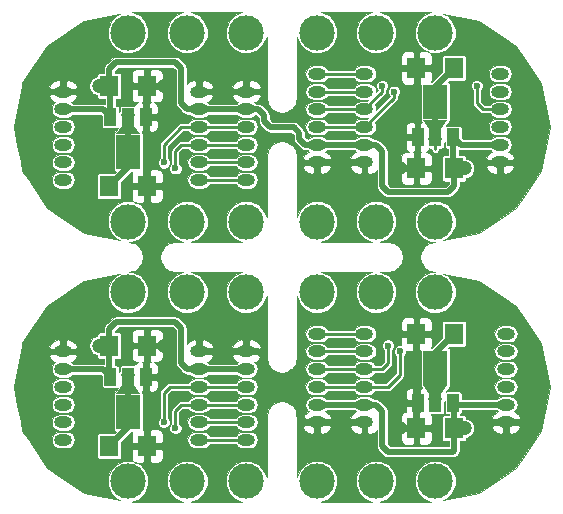
<source format=gbr>
G04 #@! TF.FileFunction,Copper,L1,Top,Signal*
%FSLAX46Y46*%
G04 Gerber Fmt 4.6, Leading zero omitted, Abs format (unit mm)*
G04 Created by KiCad (PCBNEW 4.0.7) date 09/30/17 11:32:34*
%MOMM*%
%LPD*%
G01*
G04 APERTURE LIST*
%ADD10C,0.100000*%
%ADD11R,1.600000X1.800000*%
%ADD12O,1.524000X1.000000*%
%ADD13R,1.000760X1.501140*%
%ADD14R,1.998980X2.999740*%
%ADD15C,3.000000*%
%ADD16C,1.200000*%
%ADD17C,0.600000*%
%ADD18C,0.500000*%
%ADD19C,0.250000*%
%ADD20C,0.026000*%
G04 APERTURE END LIST*
D10*
D11*
X8400000Y-6500000D03*
X11600000Y-6500000D03*
X8400000Y-15000000D03*
X11600000Y-15000000D03*
D12*
X4500000Y-7000000D03*
X4500000Y-8500000D03*
X4500000Y-10000000D03*
X4500000Y-11500000D03*
X4500000Y-13000000D03*
X4500000Y-14500000D03*
X20000000Y-7000000D03*
X20000000Y-8500000D03*
X20000000Y-10000000D03*
X20000000Y-11500000D03*
X20000000Y-13000000D03*
X20000000Y-14500000D03*
X16000000Y-7000000D03*
X16000000Y-8500000D03*
X16000000Y-10000000D03*
X16000000Y-11500000D03*
X16000000Y-13000000D03*
X16000000Y-14500000D03*
D13*
X11501140Y-9148340D03*
X10000000Y-9148340D03*
X8498860Y-9148340D03*
D14*
X10000000Y-12099820D03*
D10*
G36*
X8999240Y-10625350D02*
X9499620Y-9876050D01*
X10500380Y-9876050D01*
X11000760Y-10625350D01*
X8999240Y-10625350D01*
X8999240Y-10625350D01*
G37*
D11*
X37600000Y-13500000D03*
X34400000Y-13500000D03*
X37600000Y-5000000D03*
X34400000Y-5000000D03*
D12*
X26000000Y-13000000D03*
X26000000Y-11500000D03*
X26000000Y-10000000D03*
X26000000Y-8500000D03*
X26000000Y-7000000D03*
X26000000Y-5500000D03*
X30000000Y-13000000D03*
X30000000Y-11500000D03*
X30000000Y-10000000D03*
X30000000Y-8500000D03*
X30000000Y-7000000D03*
X30000000Y-5500000D03*
X41500000Y-13000000D03*
X41500000Y-11500000D03*
X41500000Y-10000000D03*
X41500000Y-8500000D03*
X41500000Y-7000000D03*
X41500000Y-5500000D03*
D13*
X34498860Y-10851660D03*
X36000000Y-10851660D03*
X37501140Y-10851660D03*
D14*
X36000000Y-7900180D03*
D10*
G36*
X37000760Y-9374650D02*
X36500380Y-10123950D01*
X35499620Y-10123950D01*
X34999240Y-9374650D01*
X37000760Y-9374650D01*
X37000760Y-9374650D01*
G37*
D11*
X8400000Y-28500000D03*
X11600000Y-28500000D03*
X37600000Y-35500000D03*
X34400000Y-35500000D03*
X8400000Y-37000000D03*
X11600000Y-37000000D03*
X37600000Y-27500000D03*
X34400000Y-27500000D03*
D12*
X20000000Y-29000000D03*
X20000000Y-30500000D03*
X20000000Y-32000000D03*
X20000000Y-33500000D03*
X20000000Y-35000000D03*
X20000000Y-36500000D03*
X26000000Y-35000000D03*
X26000000Y-33500000D03*
X26000000Y-32000000D03*
X26000000Y-30500000D03*
X26000000Y-29000000D03*
X26000000Y-27500000D03*
X16000000Y-29000000D03*
X16000000Y-30500000D03*
X16000000Y-32000000D03*
X16000000Y-33500000D03*
X16000000Y-35000000D03*
X16000000Y-36500000D03*
X30000000Y-35000000D03*
X30000000Y-33500000D03*
X30000000Y-32000000D03*
X30000000Y-30500000D03*
X30000000Y-29000000D03*
X30000000Y-27500000D03*
X4500000Y-29000000D03*
X4500000Y-30500000D03*
X4500000Y-32000000D03*
X4500000Y-33500000D03*
X4500000Y-35000000D03*
X4500000Y-36500000D03*
X42000000Y-35000000D03*
X42000000Y-33500000D03*
X42000000Y-32000000D03*
X42000000Y-30500000D03*
X42000000Y-29000000D03*
X42000000Y-27500000D03*
D13*
X11501140Y-31148340D03*
X10000000Y-31148340D03*
X8498860Y-31148340D03*
D14*
X10000000Y-34099820D03*
D10*
G36*
X8999240Y-32625350D02*
X9499620Y-31876050D01*
X10500380Y-31876050D01*
X11000760Y-32625350D01*
X8999240Y-32625350D01*
X8999240Y-32625350D01*
G37*
D13*
X34498860Y-33351660D03*
X36000000Y-33351660D03*
X37501140Y-33351660D03*
D14*
X36000000Y-30400180D03*
D10*
G36*
X37000760Y-31874650D02*
X36500380Y-32623950D01*
X35499620Y-32623950D01*
X34999240Y-31874650D01*
X37000760Y-31874650D01*
X37000760Y-31874650D01*
G37*
D15*
X31000000Y-40000000D03*
X26000000Y-40000000D03*
X36000000Y-40000000D03*
X10000000Y-40000000D03*
X15000000Y-40000000D03*
X20000000Y-40000000D03*
X36000000Y-24000000D03*
X31000000Y-24000000D03*
X26000000Y-24000000D03*
X20000000Y-24000000D03*
X15000000Y-24000000D03*
X10000000Y-24000000D03*
X31000000Y-2000000D03*
X31000000Y-18000000D03*
X15000000Y-18000000D03*
X15000000Y-2000000D03*
X26000000Y-18000000D03*
X26000000Y-2000000D03*
X20000000Y-2000000D03*
X20000000Y-18000000D03*
X10000000Y-18000000D03*
X10000000Y-2000000D03*
X36000000Y-18000000D03*
X36000000Y-2000000D03*
D16*
X38500000Y-35500000D03*
X7500000Y-28500000D03*
X7500000Y-6500000D03*
X38500000Y-13500000D03*
D17*
X34400000Y-30500000D03*
D16*
X33000000Y-35500000D03*
D17*
X11600000Y-33500000D03*
D16*
X13000000Y-28500000D03*
D17*
X11500000Y-11500000D03*
X34500000Y-8500000D03*
D16*
X33000000Y-13500000D03*
X13000000Y-6500000D03*
D17*
X14000000Y-13500000D03*
X13000000Y-13000000D03*
X39500000Y-6500000D03*
X31500000Y-6500000D03*
X32500000Y-7000000D03*
D16*
X10000000Y-9000000D03*
X36000000Y-11000000D03*
X10000000Y-31000000D03*
X36000000Y-33000000D03*
D17*
X14000000Y-35500000D03*
X13000000Y-35000000D03*
X32000000Y-28500000D03*
X33000000Y-29000000D03*
D18*
X31500000Y-12000000D02*
X31500000Y-15000000D01*
X31500000Y-12000000D02*
X31000000Y-11500000D01*
X31000000Y-11500000D02*
X30000000Y-11500000D01*
X31500000Y-15000000D02*
X32000000Y-15500000D01*
X32000000Y-15500000D02*
X37100000Y-15500000D01*
X37100000Y-15500000D02*
X37600000Y-15000000D01*
X37600000Y-15000000D02*
X37600000Y-13500000D01*
X8400000Y-6500000D02*
X8400000Y-5100000D01*
X14500000Y-5000000D02*
X14500000Y-8000000D01*
X14000000Y-4500000D02*
X14500000Y-5000000D01*
X9000000Y-4500000D02*
X14000000Y-4500000D01*
X8400000Y-5100000D02*
X9000000Y-4500000D01*
X30000000Y-33500000D02*
X31000000Y-33500000D01*
X37600000Y-37400000D02*
X37600000Y-35500000D01*
X37500000Y-37500000D02*
X37600000Y-37400000D01*
X31000000Y-33500000D02*
X31500000Y-34000000D01*
X37501140Y-33351660D02*
X37649480Y-33500000D01*
X37649480Y-33500000D02*
X42000000Y-33500000D01*
X37600000Y-35500000D02*
X38500000Y-35500000D01*
X37501140Y-33351660D02*
X37600000Y-33450520D01*
X37600000Y-33450520D02*
X37600000Y-35500000D01*
X26000000Y-33500000D02*
X30000000Y-33500000D01*
X4500000Y-30500000D02*
X7850520Y-30500000D01*
X7850520Y-30500000D02*
X8498860Y-31148340D01*
X8400000Y-28500000D02*
X7500000Y-28500000D01*
X16000000Y-30500000D02*
X15000000Y-30500000D01*
X8400000Y-27100000D02*
X8400000Y-28500000D01*
X9000000Y-26500000D02*
X8400000Y-27100000D01*
X14000000Y-26500000D02*
X9000000Y-26500000D01*
X14500000Y-27000000D02*
X14000000Y-26500000D01*
X14500000Y-30000000D02*
X14500000Y-27000000D01*
X15000000Y-30500000D02*
X14500000Y-30000000D01*
X8498860Y-31148340D02*
X8400000Y-31049480D01*
X8400000Y-31049480D02*
X8400000Y-28500000D01*
X20000000Y-30500000D02*
X16000000Y-30500000D01*
X8400000Y-6500000D02*
X7500000Y-6500000D01*
X37600000Y-13500000D02*
X38500000Y-13500000D01*
X24000000Y-10000000D02*
X22000000Y-10000000D01*
X21000000Y-8500000D02*
X21500000Y-9000000D01*
X21500000Y-9000000D02*
X21500000Y-9500000D01*
X21500000Y-9500000D02*
X22000000Y-10000000D01*
X20000000Y-8500000D02*
X21000000Y-8500000D01*
X24500000Y-11000000D02*
X25000000Y-11500000D01*
X24500000Y-10500000D02*
X24500000Y-11000000D01*
X24000000Y-10000000D02*
X24500000Y-10500000D01*
X25000000Y-11500000D02*
X26000000Y-11500000D01*
X8498860Y-9148340D02*
X8498860Y-6598860D01*
X8498860Y-6598860D02*
X8400000Y-6500000D01*
X16000000Y-8500000D02*
X15000000Y-8500000D01*
X15000000Y-8500000D02*
X14500000Y-8000000D01*
X8498860Y-9148340D02*
X7850520Y-8500000D01*
X7850520Y-8500000D02*
X5000000Y-8500000D01*
X8400000Y-9049480D02*
X8498860Y-9148340D01*
X16000000Y-8500000D02*
X20000000Y-8500000D01*
X37600000Y-13500000D02*
X37501140Y-13401140D01*
X37501140Y-13401140D02*
X37501140Y-10851660D01*
X37501140Y-10851660D02*
X38149480Y-11500000D01*
X38149480Y-11500000D02*
X41000000Y-11500000D01*
X26000000Y-11500000D02*
X30000000Y-11500000D01*
X32000000Y-37500000D02*
X37500000Y-37500000D01*
X31500000Y-37000000D02*
X32000000Y-37500000D01*
X31500000Y-34000000D02*
X31500000Y-37000000D01*
X24500000Y-34500000D02*
X25000000Y-35000000D01*
X25000000Y-35000000D02*
X26000000Y-35000000D01*
X20000000Y-29000000D02*
X21000000Y-29000000D01*
X24500000Y-32500000D02*
X24500000Y-34500000D01*
X24000000Y-32000000D02*
X24500000Y-32500000D01*
X22000000Y-32000000D02*
X24000000Y-32000000D01*
X21500000Y-31500000D02*
X22000000Y-32000000D01*
X21500000Y-29500000D02*
X21500000Y-31500000D01*
X21000000Y-29000000D02*
X21500000Y-29500000D01*
X33000000Y-35500000D02*
X34400000Y-35500000D01*
X34498860Y-33351660D02*
X34400000Y-33450520D01*
X34400000Y-33450520D02*
X34400000Y-35500000D01*
X34400000Y-27500000D02*
X34400000Y-30500000D01*
X34400000Y-30500000D02*
X34400000Y-33252800D01*
X34400000Y-33252800D02*
X34498860Y-33351660D01*
X30000000Y-35000000D02*
X26000000Y-35000000D01*
X11501140Y-31148340D02*
X11600000Y-31049480D01*
X11600000Y-31049480D02*
X11600000Y-28500000D01*
X11501140Y-31148340D02*
X11600000Y-31247200D01*
X11600000Y-31247200D02*
X11600000Y-33500000D01*
X11600000Y-33500000D02*
X11600000Y-37000000D01*
X16000000Y-29000000D02*
X20000000Y-29000000D01*
X11600000Y-28500000D02*
X13000000Y-28500000D01*
D19*
X34500000Y-8500000D02*
X34498860Y-8500000D01*
X34498860Y-8500000D02*
X34500000Y-8500000D01*
X34500000Y-8500000D02*
X34498860Y-8500000D01*
D18*
X34400000Y-5000000D02*
X34498860Y-5098860D01*
X34498860Y-5098860D02*
X34498860Y-8500000D01*
X34498860Y-8500000D02*
X34498860Y-10851660D01*
D19*
X11500000Y-11500000D02*
X11501140Y-11500000D01*
X11501140Y-11500000D02*
X11500000Y-11500000D01*
X11500000Y-11500000D02*
X11501140Y-11500000D01*
D18*
X11600000Y-15000000D02*
X11501140Y-14901140D01*
X11501140Y-14901140D02*
X11501140Y-11500000D01*
X11501140Y-11500000D02*
X11501140Y-9148340D01*
X33000000Y-13500000D02*
X34400000Y-13500000D01*
X13000000Y-6500000D02*
X11600000Y-6500000D01*
X11600000Y-6500000D02*
X11501140Y-6598860D01*
X11501140Y-6598860D02*
X11501140Y-9148340D01*
X20000000Y-7000000D02*
X16000000Y-7000000D01*
X34498860Y-10851660D02*
X34498860Y-13401140D01*
X34498860Y-13401140D02*
X34400000Y-13500000D01*
X30000000Y-13000000D02*
X26000000Y-13000000D01*
D19*
X16000000Y-13000000D02*
X20000000Y-13000000D01*
X14500000Y-11500000D02*
X14000000Y-12000000D01*
X14000000Y-12000000D02*
X14000000Y-13500000D01*
X14500000Y-11500000D02*
X16000000Y-11500000D01*
X20000000Y-11500000D02*
X16000000Y-11500000D01*
X13000000Y-13000000D02*
X13000000Y-11500000D01*
X13000000Y-11500000D02*
X14500000Y-10000000D01*
X14500000Y-10000000D02*
X16000000Y-10000000D01*
X16000000Y-10000000D02*
X20000000Y-10000000D01*
X20000000Y-14500000D02*
X16000000Y-14500000D01*
X30000000Y-7000000D02*
X26000000Y-7000000D01*
X30000000Y-8500000D02*
X31500000Y-7000000D01*
X40000000Y-8500000D02*
X41000000Y-8500000D01*
X39500000Y-6500000D02*
X39500000Y-8000000D01*
X39500000Y-8000000D02*
X40000000Y-8500000D01*
X31500000Y-7000000D02*
X31500000Y-6500000D01*
X26000000Y-8500000D02*
X30000000Y-8500000D01*
X30000000Y-10000000D02*
X32500000Y-7500000D01*
X32500000Y-7500000D02*
X32500000Y-7000000D01*
X30000000Y-10000000D02*
X26000000Y-10000000D01*
X26000000Y-5500000D02*
X30000000Y-5500000D01*
D18*
X10000000Y-9148340D02*
X10000000Y-9000000D01*
X10000000Y-10250700D02*
X10000000Y-9148340D01*
X10000000Y-12099820D02*
X10000000Y-10250700D01*
X8400000Y-15000000D02*
X10000000Y-13400000D01*
X10000000Y-13400000D02*
X10000000Y-12099820D01*
X36000000Y-11000000D02*
X36000000Y-10851660D01*
X36000000Y-7900180D02*
X36000000Y-9749300D01*
X37600000Y-5000000D02*
X36000000Y-6600000D01*
X36000000Y-6600000D02*
X36000000Y-7900180D01*
D19*
X36000000Y-11000000D02*
X36000000Y-10749300D01*
X36000000Y-10749300D02*
X36000000Y-8900180D01*
X36000000Y-11851660D02*
X36000000Y-10749300D01*
D18*
X10000000Y-31000000D02*
X10000000Y-31148340D01*
X10000000Y-32250700D02*
X10000000Y-34099820D01*
X10000000Y-31148340D02*
X10000000Y-32250700D01*
X8400000Y-37000000D02*
X10000000Y-35400000D01*
X10000000Y-35400000D02*
X10000000Y-34099820D01*
D19*
X36000000Y-32249300D02*
X36000000Y-33351660D01*
X36000000Y-30400180D02*
X36000000Y-32249300D01*
D18*
X36000000Y-33000000D02*
X36000000Y-33351660D01*
X36000000Y-30400180D02*
X36000000Y-29100000D01*
X36000000Y-29100000D02*
X37600000Y-27500000D01*
D19*
X16000000Y-35000000D02*
X20500000Y-35000000D01*
X20500000Y-35000000D02*
X20000000Y-35000000D01*
X16000000Y-33500000D02*
X14500000Y-33500000D01*
X14500000Y-33500000D02*
X14000000Y-34000000D01*
X14000000Y-34000000D02*
X14000000Y-35500000D01*
X14500000Y-33500000D02*
X14000000Y-34000000D01*
X20000000Y-33500000D02*
X16000000Y-33500000D01*
X16000000Y-32000000D02*
X13500000Y-32000000D01*
X13500000Y-32000000D02*
X13000000Y-32500000D01*
X13000000Y-32500000D02*
X13000000Y-35000000D01*
X16000000Y-32000000D02*
X20000000Y-32000000D01*
X30000000Y-29000000D02*
X26000000Y-29000000D01*
X30000000Y-30500000D02*
X31500000Y-30500000D01*
X32000000Y-30000000D02*
X32000000Y-28500000D01*
X31500000Y-30500000D02*
X32000000Y-30000000D01*
X26000000Y-30500000D02*
X30000000Y-30500000D01*
X30000000Y-32000000D02*
X32000000Y-32000000D01*
X33000000Y-31000000D02*
X33000000Y-29000000D01*
X32000000Y-32000000D02*
X33000000Y-31000000D01*
X30000000Y-32000000D02*
X26000000Y-32000000D01*
X20000000Y-36500000D02*
X16000000Y-36500000D01*
X26000000Y-27500000D02*
X30000000Y-27500000D01*
D20*
G36*
X14030931Y-546942D02*
X13548636Y-1028396D01*
X13287298Y-1657768D01*
X13286703Y-2339242D01*
X13546942Y-2969069D01*
X14028396Y-3451364D01*
X14657768Y-3712702D01*
X15339242Y-3713297D01*
X15969069Y-3453058D01*
X16451364Y-2971604D01*
X16712702Y-2342232D01*
X16713297Y-1660758D01*
X16453058Y-1030931D01*
X15971604Y-548636D01*
X15343923Y-288000D01*
X19657619Y-288000D01*
X19030931Y-546942D01*
X18548636Y-1028396D01*
X18287298Y-1657768D01*
X18286703Y-2339242D01*
X18546942Y-2969069D01*
X19028396Y-3451364D01*
X19657768Y-3712702D01*
X20339242Y-3713297D01*
X20969069Y-3453058D01*
X21451364Y-2971604D01*
X21712000Y-2343923D01*
X21712000Y-7500000D01*
X21717534Y-7527821D01*
X21717534Y-7556186D01*
X21793654Y-7938869D01*
X21836657Y-8042687D01*
X22053430Y-8367111D01*
X22132889Y-8446570D01*
X22457313Y-8663343D01*
X22561131Y-8706346D01*
X22943812Y-8782466D01*
X23056186Y-8782466D01*
X23438869Y-8706346D01*
X23542687Y-8663343D01*
X23867111Y-8446570D01*
X23946570Y-8367111D01*
X24163343Y-8042687D01*
X24206346Y-7938869D01*
X24282466Y-7556186D01*
X24282466Y-7527821D01*
X24288000Y-7500000D01*
X24288000Y-7000000D01*
X25005899Y-7000000D01*
X25060173Y-7272853D01*
X25214732Y-7504167D01*
X25446046Y-7658726D01*
X25718899Y-7713000D01*
X26281101Y-7713000D01*
X26553954Y-7658726D01*
X26785268Y-7504167D01*
X26896297Y-7338000D01*
X29103703Y-7338000D01*
X29214732Y-7504167D01*
X29446046Y-7658726D01*
X29718899Y-7713000D01*
X30281101Y-7713000D01*
X30315922Y-7706074D01*
X30234996Y-7787000D01*
X29718899Y-7787000D01*
X29446046Y-7841274D01*
X29214732Y-7995833D01*
X29103703Y-8162000D01*
X26896297Y-8162000D01*
X26785268Y-7995833D01*
X26553954Y-7841274D01*
X26281101Y-7787000D01*
X25718899Y-7787000D01*
X25446046Y-7841274D01*
X25214732Y-7995833D01*
X25060173Y-8227147D01*
X25005899Y-8500000D01*
X25060173Y-8772853D01*
X25214732Y-9004167D01*
X25446046Y-9158726D01*
X25718899Y-9213000D01*
X26281101Y-9213000D01*
X26553954Y-9158726D01*
X26785268Y-9004167D01*
X26896297Y-8838000D01*
X29103703Y-8838000D01*
X29214732Y-9004167D01*
X29446046Y-9158726D01*
X29718899Y-9213000D01*
X30281101Y-9213000D01*
X30315922Y-9206074D01*
X30234996Y-9287000D01*
X29718899Y-9287000D01*
X29446046Y-9341274D01*
X29214732Y-9495833D01*
X29103703Y-9662000D01*
X26896297Y-9662000D01*
X26785268Y-9495833D01*
X26553954Y-9341274D01*
X26281101Y-9287000D01*
X25718899Y-9287000D01*
X25446046Y-9341274D01*
X25214732Y-9495833D01*
X25060173Y-9727147D01*
X25005899Y-10000000D01*
X25060173Y-10272853D01*
X25214732Y-10504167D01*
X25446046Y-10658726D01*
X25718899Y-10713000D01*
X26281101Y-10713000D01*
X26553954Y-10658726D01*
X26785268Y-10504167D01*
X26896297Y-10338000D01*
X29103703Y-10338000D01*
X29214732Y-10504167D01*
X29446046Y-10658726D01*
X29718899Y-10713000D01*
X30281101Y-10713000D01*
X30553954Y-10658726D01*
X30785268Y-10504167D01*
X30939827Y-10272853D01*
X30994101Y-10000000D01*
X30993595Y-9997456D01*
X33477480Y-9997456D01*
X33477480Y-10480410D01*
X33607730Y-10610660D01*
X34257860Y-10610660D01*
X34257860Y-9710340D01*
X34127610Y-9580090D01*
X33894847Y-9580090D01*
X33703358Y-9659407D01*
X33556798Y-9805967D01*
X33477480Y-9997456D01*
X30993595Y-9997456D01*
X30939827Y-9727147D01*
X30864136Y-9613868D01*
X32739002Y-7739002D01*
X32812271Y-7629347D01*
X32838000Y-7500000D01*
X32838000Y-7387448D01*
X32934646Y-7290970D01*
X33012910Y-7102490D01*
X33013089Y-6898406D01*
X32935154Y-6709789D01*
X32790970Y-6565354D01*
X32602490Y-6487090D01*
X32398406Y-6486911D01*
X32209789Y-6564846D01*
X32065354Y-6709030D01*
X31987090Y-6897510D01*
X31986911Y-7101594D01*
X32064846Y-7290211D01*
X32148243Y-7373753D01*
X30987175Y-8534821D01*
X30994101Y-8500000D01*
X30939827Y-8227147D01*
X30864136Y-8113868D01*
X31739002Y-7239002D01*
X31812271Y-7129347D01*
X31838000Y-7000000D01*
X31838000Y-6887448D01*
X31934646Y-6790970D01*
X32012910Y-6602490D01*
X32013089Y-6398406D01*
X31935154Y-6209789D01*
X31790970Y-6065354D01*
X31602490Y-5987090D01*
X31398406Y-5986911D01*
X31209789Y-6064846D01*
X31065354Y-6209030D01*
X30987090Y-6397510D01*
X30986911Y-6601594D01*
X31064846Y-6790211D01*
X31148243Y-6873753D01*
X30987175Y-7034821D01*
X30994101Y-7000000D01*
X30939827Y-6727147D01*
X30785268Y-6495833D01*
X30553954Y-6341274D01*
X30281101Y-6287000D01*
X29718899Y-6287000D01*
X29446046Y-6341274D01*
X29214732Y-6495833D01*
X29103703Y-6662000D01*
X26896297Y-6662000D01*
X26785268Y-6495833D01*
X26553954Y-6341274D01*
X26281101Y-6287000D01*
X25718899Y-6287000D01*
X25446046Y-6341274D01*
X25214732Y-6495833D01*
X25060173Y-6727147D01*
X25005899Y-7000000D01*
X24288000Y-7000000D01*
X24288000Y-5500000D01*
X25005899Y-5500000D01*
X25060173Y-5772853D01*
X25214732Y-6004167D01*
X25446046Y-6158726D01*
X25718899Y-6213000D01*
X26281101Y-6213000D01*
X26553954Y-6158726D01*
X26785268Y-6004167D01*
X26896297Y-5838000D01*
X29103703Y-5838000D01*
X29214732Y-6004167D01*
X29446046Y-6158726D01*
X29718899Y-6213000D01*
X30281101Y-6213000D01*
X30553954Y-6158726D01*
X30785268Y-6004167D01*
X30939827Y-5772853D01*
X30994101Y-5500000D01*
X30968491Y-5371250D01*
X33079000Y-5371250D01*
X33079000Y-6003634D01*
X33158318Y-6195123D01*
X33304878Y-6341683D01*
X33496367Y-6421000D01*
X34028750Y-6421000D01*
X34159000Y-6290750D01*
X34159000Y-5241000D01*
X33209250Y-5241000D01*
X33079000Y-5371250D01*
X30968491Y-5371250D01*
X30939827Y-5227147D01*
X30785268Y-4995833D01*
X30553954Y-4841274D01*
X30281101Y-4787000D01*
X29718899Y-4787000D01*
X29446046Y-4841274D01*
X29214732Y-4995833D01*
X29103703Y-5162000D01*
X26896297Y-5162000D01*
X26785268Y-4995833D01*
X26553954Y-4841274D01*
X26281101Y-4787000D01*
X25718899Y-4787000D01*
X25446046Y-4841274D01*
X25214732Y-4995833D01*
X25060173Y-5227147D01*
X25005899Y-5500000D01*
X24288000Y-5500000D01*
X24288000Y-3996366D01*
X33079000Y-3996366D01*
X33079000Y-4628750D01*
X33209250Y-4759000D01*
X34159000Y-4759000D01*
X34159000Y-3709250D01*
X34641000Y-3709250D01*
X34641000Y-4759000D01*
X35590750Y-4759000D01*
X35721000Y-4628750D01*
X35721000Y-3996366D01*
X35641682Y-3804877D01*
X35495122Y-3658317D01*
X35303633Y-3579000D01*
X34771250Y-3579000D01*
X34641000Y-3709250D01*
X34159000Y-3709250D01*
X34028750Y-3579000D01*
X33496367Y-3579000D01*
X33304878Y-3658317D01*
X33158318Y-3804877D01*
X33079000Y-3996366D01*
X24288000Y-3996366D01*
X24288000Y-2342381D01*
X24546942Y-2969069D01*
X25028396Y-3451364D01*
X25657768Y-3712702D01*
X26339242Y-3713297D01*
X26969069Y-3453058D01*
X27451364Y-2971604D01*
X27712702Y-2342232D01*
X27713297Y-1660758D01*
X27453058Y-1030931D01*
X26971604Y-548636D01*
X26343923Y-288000D01*
X30657619Y-288000D01*
X30030931Y-546942D01*
X29548636Y-1028396D01*
X29287298Y-1657768D01*
X29286703Y-2339242D01*
X29546942Y-2969069D01*
X30028396Y-3451364D01*
X30657768Y-3712702D01*
X31339242Y-3713297D01*
X31969069Y-3453058D01*
X32451364Y-2971604D01*
X32712702Y-2342232D01*
X32713297Y-1660758D01*
X32453058Y-1030931D01*
X31971604Y-548636D01*
X31343923Y-288000D01*
X35657619Y-288000D01*
X35030931Y-546942D01*
X34548636Y-1028396D01*
X34287298Y-1657768D01*
X34286703Y-2339242D01*
X34546942Y-2969069D01*
X35028396Y-3451364D01*
X35657768Y-3712702D01*
X36339242Y-3713297D01*
X36969069Y-3453058D01*
X37451364Y-2971604D01*
X37712702Y-2342232D01*
X37713297Y-1660758D01*
X37453058Y-1030931D01*
X36971604Y-548636D01*
X36686246Y-430145D01*
X39714462Y-1032495D01*
X42863433Y-3136570D01*
X44967505Y-6285539D01*
X45706358Y-10000000D01*
X44967505Y-13714461D01*
X42863433Y-16863430D01*
X39714462Y-18967505D01*
X36686540Y-19569797D01*
X36969069Y-19453058D01*
X37451364Y-18971604D01*
X37712702Y-18342232D01*
X37713297Y-17660758D01*
X37453058Y-17030931D01*
X36971604Y-16548636D01*
X36342232Y-16287298D01*
X35660758Y-16286703D01*
X35030931Y-16546942D01*
X34548636Y-17028396D01*
X34287298Y-17657768D01*
X34286703Y-18339242D01*
X34546942Y-18969069D01*
X35028396Y-19451364D01*
X35657768Y-19712702D01*
X35966750Y-19712972D01*
X35943814Y-19717534D01*
X35561131Y-19793654D01*
X35457313Y-19836657D01*
X35132889Y-20053430D01*
X35053430Y-20132889D01*
X34836658Y-20457312D01*
X34836657Y-20457313D01*
X34793654Y-20561131D01*
X34717534Y-20943812D01*
X34717534Y-21056186D01*
X34793654Y-21438869D01*
X34836657Y-21542687D01*
X35053430Y-21867111D01*
X35132889Y-21946570D01*
X35457313Y-22163343D01*
X35561131Y-22206346D01*
X35943814Y-22282466D01*
X35966457Y-22286970D01*
X35660758Y-22286703D01*
X35030931Y-22546942D01*
X34548636Y-23028396D01*
X34287298Y-23657768D01*
X34286703Y-24339242D01*
X34546942Y-24969069D01*
X35028396Y-25451364D01*
X35657768Y-25712702D01*
X36339242Y-25713297D01*
X36969069Y-25453058D01*
X37451364Y-24971604D01*
X37712702Y-24342232D01*
X37713297Y-23660758D01*
X37453058Y-23030931D01*
X36971604Y-22548636D01*
X36686246Y-22430145D01*
X39714462Y-23032495D01*
X42863433Y-25136570D01*
X44967505Y-28285539D01*
X45706358Y-32000000D01*
X44967505Y-35714461D01*
X42863433Y-38863430D01*
X39714462Y-40967505D01*
X36686540Y-41569797D01*
X36969069Y-41453058D01*
X37451364Y-40971604D01*
X37712702Y-40342232D01*
X37713297Y-39660758D01*
X37453058Y-39030931D01*
X36971604Y-38548636D01*
X36342232Y-38287298D01*
X35660758Y-38286703D01*
X35030931Y-38546942D01*
X34548636Y-39028396D01*
X34287298Y-39657768D01*
X34286703Y-40339242D01*
X34546942Y-40969069D01*
X35028396Y-41451364D01*
X35656077Y-41712000D01*
X31342381Y-41712000D01*
X31969069Y-41453058D01*
X32451364Y-40971604D01*
X32712702Y-40342232D01*
X32713297Y-39660758D01*
X32453058Y-39030931D01*
X31971604Y-38548636D01*
X31342232Y-38287298D01*
X30660758Y-38286703D01*
X30030931Y-38546942D01*
X29548636Y-39028396D01*
X29287298Y-39657768D01*
X29286703Y-40339242D01*
X29546942Y-40969069D01*
X30028396Y-41451364D01*
X30656077Y-41712000D01*
X26342381Y-41712000D01*
X26969069Y-41453058D01*
X27451364Y-40971604D01*
X27712702Y-40342232D01*
X27713297Y-39660758D01*
X27453058Y-39030931D01*
X26971604Y-38548636D01*
X26342232Y-38287298D01*
X25660758Y-38286703D01*
X25030931Y-38546942D01*
X24548636Y-39028396D01*
X24288000Y-39656077D01*
X24288000Y-35393239D01*
X24795767Y-35393239D01*
X24922336Y-35618571D01*
X25221142Y-35883626D01*
X25598635Y-36014157D01*
X25759000Y-35893223D01*
X25759000Y-35241000D01*
X26241000Y-35241000D01*
X26241000Y-35893223D01*
X26401365Y-36014157D01*
X26778858Y-35883626D01*
X27077664Y-35618571D01*
X27204233Y-35393239D01*
X28795767Y-35393239D01*
X28922336Y-35618571D01*
X29221142Y-35883626D01*
X29598635Y-36014157D01*
X29759000Y-35893223D01*
X29759000Y-35241000D01*
X28880472Y-35241000D01*
X28795767Y-35393239D01*
X27204233Y-35393239D01*
X27119528Y-35241000D01*
X26241000Y-35241000D01*
X25759000Y-35241000D01*
X24880472Y-35241000D01*
X24795767Y-35393239D01*
X24288000Y-35393239D01*
X24288000Y-34606761D01*
X24795767Y-34606761D01*
X24880472Y-34759000D01*
X25759000Y-34759000D01*
X25759000Y-34739000D01*
X26241000Y-34739000D01*
X26241000Y-34759000D01*
X27119528Y-34759000D01*
X27204233Y-34606761D01*
X27077664Y-34381429D01*
X26778858Y-34116374D01*
X26672420Y-34079569D01*
X26785268Y-34004167D01*
X26812775Y-33963000D01*
X29187225Y-33963000D01*
X29214732Y-34004167D01*
X29327580Y-34079569D01*
X29221142Y-34116374D01*
X28922336Y-34381429D01*
X28795767Y-34606761D01*
X28880472Y-34759000D01*
X29759000Y-34759000D01*
X29759000Y-34739000D01*
X30241000Y-34739000D01*
X30241000Y-34759000D01*
X30261000Y-34759000D01*
X30261000Y-35241000D01*
X30241000Y-35241000D01*
X30241000Y-35893223D01*
X30401365Y-36014157D01*
X30778858Y-35883626D01*
X31037000Y-35654642D01*
X31037000Y-37000000D01*
X31066397Y-37147786D01*
X31072244Y-37177183D01*
X31172610Y-37327390D01*
X31672610Y-37827391D01*
X31781278Y-37900000D01*
X31822818Y-37927756D01*
X32000000Y-37963000D01*
X37500000Y-37963000D01*
X37647786Y-37933603D01*
X37677183Y-37927756D01*
X37827390Y-37827390D01*
X37927390Y-37727391D01*
X38027756Y-37577183D01*
X38033603Y-37547786D01*
X38063000Y-37400000D01*
X38063000Y-36617172D01*
X38400000Y-36617172D01*
X38478933Y-36602320D01*
X38551428Y-36555671D01*
X38600062Y-36484492D01*
X38617172Y-36400000D01*
X38617172Y-36313103D01*
X38661006Y-36313141D01*
X38959926Y-36189630D01*
X39188826Y-35961129D01*
X39312859Y-35662425D01*
X39313093Y-35393239D01*
X40795767Y-35393239D01*
X40922336Y-35618571D01*
X41221142Y-35883626D01*
X41598635Y-36014157D01*
X41759000Y-35893223D01*
X41759000Y-35241000D01*
X42241000Y-35241000D01*
X42241000Y-35893223D01*
X42401365Y-36014157D01*
X42778858Y-35883626D01*
X43077664Y-35618571D01*
X43204233Y-35393239D01*
X43119528Y-35241000D01*
X42241000Y-35241000D01*
X41759000Y-35241000D01*
X40880472Y-35241000D01*
X40795767Y-35393239D01*
X39313093Y-35393239D01*
X39313141Y-35338994D01*
X39189630Y-35040074D01*
X38961129Y-34811174D01*
X38662425Y-34687141D01*
X38617172Y-34687102D01*
X38617172Y-34600000D01*
X38602320Y-34521067D01*
X38555671Y-34448572D01*
X38484492Y-34399938D01*
X38400000Y-34382828D01*
X38063000Y-34382828D01*
X38063000Y-34307834D01*
X38080453Y-34304550D01*
X38152948Y-34257901D01*
X38201582Y-34186722D01*
X38218692Y-34102230D01*
X38218692Y-33963000D01*
X41187225Y-33963000D01*
X41214732Y-34004167D01*
X41327580Y-34079569D01*
X41221142Y-34116374D01*
X40922336Y-34381429D01*
X40795767Y-34606761D01*
X40880472Y-34759000D01*
X41759000Y-34759000D01*
X41759000Y-34739000D01*
X42241000Y-34739000D01*
X42241000Y-34759000D01*
X43119528Y-34759000D01*
X43204233Y-34606761D01*
X43077664Y-34381429D01*
X42778858Y-34116374D01*
X42672420Y-34079569D01*
X42785268Y-34004167D01*
X42939827Y-33772853D01*
X42994101Y-33500000D01*
X42939827Y-33227147D01*
X42785268Y-32995833D01*
X42553954Y-32841274D01*
X42281101Y-32787000D01*
X41718899Y-32787000D01*
X41446046Y-32841274D01*
X41214732Y-32995833D01*
X41187225Y-33037000D01*
X38218692Y-33037000D01*
X38218692Y-32601090D01*
X38203840Y-32522157D01*
X38157191Y-32449662D01*
X38086012Y-32401028D01*
X38001520Y-32383918D01*
X37000760Y-32383918D01*
X36921827Y-32398770D01*
X36904419Y-32409972D01*
X37133503Y-32066927D01*
X37150918Y-32055721D01*
X37188990Y-32000000D01*
X41005899Y-32000000D01*
X41060173Y-32272853D01*
X41214732Y-32504167D01*
X41446046Y-32658726D01*
X41718899Y-32713000D01*
X42281101Y-32713000D01*
X42553954Y-32658726D01*
X42785268Y-32504167D01*
X42939827Y-32272853D01*
X42994101Y-32000000D01*
X42939827Y-31727147D01*
X42785268Y-31495833D01*
X42553954Y-31341274D01*
X42281101Y-31287000D01*
X41718899Y-31287000D01*
X41446046Y-31341274D01*
X41214732Y-31495833D01*
X41060173Y-31727147D01*
X41005899Y-32000000D01*
X37188990Y-32000000D01*
X37199552Y-31984542D01*
X37216662Y-31900050D01*
X37216662Y-31884379D01*
X37217849Y-31880650D01*
X37216662Y-31873824D01*
X37216662Y-30500000D01*
X41005899Y-30500000D01*
X41060173Y-30772853D01*
X41214732Y-31004167D01*
X41446046Y-31158726D01*
X41718899Y-31213000D01*
X42281101Y-31213000D01*
X42553954Y-31158726D01*
X42785268Y-31004167D01*
X42939827Y-30772853D01*
X42994101Y-30500000D01*
X42939827Y-30227147D01*
X42785268Y-29995833D01*
X42553954Y-29841274D01*
X42281101Y-29787000D01*
X41718899Y-29787000D01*
X41446046Y-29841274D01*
X41214732Y-29995833D01*
X41060173Y-30227147D01*
X41005899Y-30500000D01*
X37216662Y-30500000D01*
X37216662Y-29000000D01*
X41005899Y-29000000D01*
X41060173Y-29272853D01*
X41214732Y-29504167D01*
X41446046Y-29658726D01*
X41718899Y-29713000D01*
X42281101Y-29713000D01*
X42553954Y-29658726D01*
X42785268Y-29504167D01*
X42939827Y-29272853D01*
X42994101Y-29000000D01*
X42939827Y-28727147D01*
X42785268Y-28495833D01*
X42553954Y-28341274D01*
X42281101Y-28287000D01*
X41718899Y-28287000D01*
X41446046Y-28341274D01*
X41214732Y-28495833D01*
X41060173Y-28727147D01*
X41005899Y-29000000D01*
X37216662Y-29000000D01*
X37216662Y-28900310D01*
X37201810Y-28821377D01*
X37155161Y-28748882D01*
X37083982Y-28700248D01*
X37059492Y-28695289D01*
X37137609Y-28617172D01*
X38400000Y-28617172D01*
X38478933Y-28602320D01*
X38551428Y-28555671D01*
X38600062Y-28484492D01*
X38617172Y-28400000D01*
X38617172Y-27500000D01*
X41005899Y-27500000D01*
X41060173Y-27772853D01*
X41214732Y-28004167D01*
X41446046Y-28158726D01*
X41718899Y-28213000D01*
X42281101Y-28213000D01*
X42553954Y-28158726D01*
X42785268Y-28004167D01*
X42939827Y-27772853D01*
X42994101Y-27500000D01*
X42939827Y-27227147D01*
X42785268Y-26995833D01*
X42553954Y-26841274D01*
X42281101Y-26787000D01*
X41718899Y-26787000D01*
X41446046Y-26841274D01*
X41214732Y-26995833D01*
X41060173Y-27227147D01*
X41005899Y-27500000D01*
X38617172Y-27500000D01*
X38617172Y-26600000D01*
X38602320Y-26521067D01*
X38555671Y-26448572D01*
X38484492Y-26399938D01*
X38400000Y-26382828D01*
X36800000Y-26382828D01*
X36721067Y-26397680D01*
X36648572Y-26444329D01*
X36599938Y-26515508D01*
X36582828Y-26600000D01*
X36582828Y-27862391D01*
X35762082Y-28683138D01*
X35646646Y-28683138D01*
X35721000Y-28503634D01*
X35721000Y-27871250D01*
X35590750Y-27741000D01*
X34641000Y-27741000D01*
X34641000Y-28790750D01*
X34771250Y-28921000D01*
X34783338Y-28921000D01*
X34783338Y-31900050D01*
X34785959Y-31913980D01*
X34785943Y-31915490D01*
X34786498Y-31916844D01*
X34798190Y-31978983D01*
X34844839Y-32051478D01*
X34865698Y-32065730D01*
X34875287Y-32080090D01*
X34870110Y-32080090D01*
X34739860Y-32210340D01*
X34739860Y-33110660D01*
X34759860Y-33110660D01*
X34759860Y-33592660D01*
X34739860Y-33592660D01*
X34739860Y-34110390D01*
X34641000Y-34209250D01*
X34641000Y-35259000D01*
X35590750Y-35259000D01*
X35721000Y-35128750D01*
X35721000Y-34496366D01*
X35647699Y-34319402D01*
X36500380Y-34319402D01*
X36579313Y-34304550D01*
X36651808Y-34257901D01*
X36700442Y-34186722D01*
X36717552Y-34102230D01*
X36717552Y-33391949D01*
X36783588Y-33232917D01*
X36783588Y-34102230D01*
X36798440Y-34181163D01*
X36845089Y-34253658D01*
X36916268Y-34302292D01*
X37000760Y-34319402D01*
X37137000Y-34319402D01*
X37137000Y-34382828D01*
X36800000Y-34382828D01*
X36721067Y-34397680D01*
X36648572Y-34444329D01*
X36599938Y-34515508D01*
X36582828Y-34600000D01*
X36582828Y-36400000D01*
X36597680Y-36478933D01*
X36644329Y-36551428D01*
X36715508Y-36600062D01*
X36800000Y-36617172D01*
X37137000Y-36617172D01*
X37137000Y-37037000D01*
X32191781Y-37037000D01*
X31963000Y-36808220D01*
X31963000Y-35871250D01*
X33079000Y-35871250D01*
X33079000Y-36503634D01*
X33158318Y-36695123D01*
X33304878Y-36841683D01*
X33496367Y-36921000D01*
X34028750Y-36921000D01*
X34159000Y-36790750D01*
X34159000Y-35741000D01*
X34641000Y-35741000D01*
X34641000Y-36790750D01*
X34771250Y-36921000D01*
X35303633Y-36921000D01*
X35495122Y-36841683D01*
X35641682Y-36695123D01*
X35721000Y-36503634D01*
X35721000Y-35871250D01*
X35590750Y-35741000D01*
X34641000Y-35741000D01*
X34159000Y-35741000D01*
X33209250Y-35741000D01*
X33079000Y-35871250D01*
X31963000Y-35871250D01*
X31963000Y-34496366D01*
X33079000Y-34496366D01*
X33079000Y-35128750D01*
X33209250Y-35259000D01*
X34159000Y-35259000D01*
X34159000Y-34591840D01*
X34257860Y-34492980D01*
X34257860Y-33592660D01*
X33607730Y-33592660D01*
X33477480Y-33722910D01*
X33477480Y-34086823D01*
X33304878Y-34158317D01*
X33158318Y-34304877D01*
X33079000Y-34496366D01*
X31963000Y-34496366D01*
X31963000Y-34000000D01*
X31927756Y-33822818D01*
X31898756Y-33779416D01*
X31827391Y-33672610D01*
X31327390Y-33172610D01*
X31177183Y-33072244D01*
X31147786Y-33066397D01*
X31000000Y-33037000D01*
X30812775Y-33037000D01*
X30785268Y-32995833D01*
X30553954Y-32841274D01*
X30281101Y-32787000D01*
X29718899Y-32787000D01*
X29446046Y-32841274D01*
X29214732Y-32995833D01*
X29187225Y-33037000D01*
X26812775Y-33037000D01*
X26785268Y-32995833D01*
X26553954Y-32841274D01*
X26281101Y-32787000D01*
X25718899Y-32787000D01*
X25446046Y-32841274D01*
X25214732Y-32995833D01*
X25060173Y-33227147D01*
X25005899Y-33500000D01*
X25060173Y-33772853D01*
X25214732Y-34004167D01*
X25327580Y-34079569D01*
X25221142Y-34116374D01*
X24922336Y-34381429D01*
X24795767Y-34606761D01*
X24288000Y-34606761D01*
X24288000Y-34500000D01*
X24282466Y-34472179D01*
X24282466Y-34443814D01*
X24206346Y-34061131D01*
X24163343Y-33957313D01*
X24163342Y-33957312D01*
X23946570Y-33632889D01*
X23867111Y-33553430D01*
X23542687Y-33336657D01*
X23438869Y-33293654D01*
X23056186Y-33217534D01*
X22943812Y-33217534D01*
X22561131Y-33293654D01*
X22457313Y-33336657D01*
X22132889Y-33553430D01*
X22053430Y-33632889D01*
X21836658Y-33957312D01*
X21836657Y-33957313D01*
X21793654Y-34061131D01*
X21717534Y-34443814D01*
X21717534Y-34472179D01*
X21712000Y-34500000D01*
X21712000Y-39657619D01*
X21453058Y-39030931D01*
X20971604Y-38548636D01*
X20342232Y-38287298D01*
X19660758Y-38286703D01*
X19030931Y-38546942D01*
X18548636Y-39028396D01*
X18287298Y-39657768D01*
X18286703Y-40339242D01*
X18546942Y-40969069D01*
X19028396Y-41451364D01*
X19656077Y-41712000D01*
X15342381Y-41712000D01*
X15969069Y-41453058D01*
X16451364Y-40971604D01*
X16712702Y-40342232D01*
X16713297Y-39660758D01*
X16453058Y-39030931D01*
X15971604Y-38548636D01*
X15342232Y-38287298D01*
X14660758Y-38286703D01*
X14030931Y-38546942D01*
X13548636Y-39028396D01*
X13287298Y-39657768D01*
X13286703Y-40339242D01*
X13546942Y-40969069D01*
X14028396Y-41451364D01*
X14656077Y-41712000D01*
X10342381Y-41712000D01*
X10969069Y-41453058D01*
X11451364Y-40971604D01*
X11712702Y-40342232D01*
X11713297Y-39660758D01*
X11453058Y-39030931D01*
X10971604Y-38548636D01*
X10342232Y-38287298D01*
X9660758Y-38286703D01*
X9030931Y-38546942D01*
X8548636Y-39028396D01*
X8287298Y-39657768D01*
X8286703Y-40339242D01*
X8546942Y-40969069D01*
X9028396Y-41451364D01*
X9313754Y-41569855D01*
X6285539Y-40967505D01*
X3136570Y-38863433D01*
X1557375Y-36500000D01*
X3505899Y-36500000D01*
X3560173Y-36772853D01*
X3714732Y-37004167D01*
X3946046Y-37158726D01*
X4218899Y-37213000D01*
X4781101Y-37213000D01*
X5053954Y-37158726D01*
X5285268Y-37004167D01*
X5439827Y-36772853D01*
X5494101Y-36500000D01*
X5439827Y-36227147D01*
X5285268Y-35995833D01*
X5053954Y-35841274D01*
X4781101Y-35787000D01*
X4218899Y-35787000D01*
X3946046Y-35841274D01*
X3714732Y-35995833D01*
X3560173Y-36227147D01*
X3505899Y-36500000D01*
X1557375Y-36500000D01*
X1032495Y-35714462D01*
X890380Y-35000000D01*
X3505899Y-35000000D01*
X3560173Y-35272853D01*
X3714732Y-35504167D01*
X3946046Y-35658726D01*
X4218899Y-35713000D01*
X4781101Y-35713000D01*
X5053954Y-35658726D01*
X5285268Y-35504167D01*
X5439827Y-35272853D01*
X5494101Y-35000000D01*
X5439827Y-34727147D01*
X5285268Y-34495833D01*
X5053954Y-34341274D01*
X4781101Y-34287000D01*
X4218899Y-34287000D01*
X3946046Y-34341274D01*
X3714732Y-34495833D01*
X3560173Y-34727147D01*
X3505899Y-35000000D01*
X890380Y-35000000D01*
X592011Y-33500000D01*
X3505899Y-33500000D01*
X3560173Y-33772853D01*
X3714732Y-34004167D01*
X3946046Y-34158726D01*
X4218899Y-34213000D01*
X4781101Y-34213000D01*
X5053954Y-34158726D01*
X5285268Y-34004167D01*
X5439827Y-33772853D01*
X5494101Y-33500000D01*
X5439827Y-33227147D01*
X5285268Y-32995833D01*
X5053954Y-32841274D01*
X4781101Y-32787000D01*
X4218899Y-32787000D01*
X3946046Y-32841274D01*
X3714732Y-32995833D01*
X3560173Y-33227147D01*
X3505899Y-33500000D01*
X592011Y-33500000D01*
X293642Y-32000000D01*
X3505899Y-32000000D01*
X3560173Y-32272853D01*
X3714732Y-32504167D01*
X3946046Y-32658726D01*
X4218899Y-32713000D01*
X4781101Y-32713000D01*
X5053954Y-32658726D01*
X5285268Y-32504167D01*
X5439827Y-32272853D01*
X5494101Y-32000000D01*
X5439827Y-31727147D01*
X5285268Y-31495833D01*
X5053954Y-31341274D01*
X4781101Y-31287000D01*
X4218899Y-31287000D01*
X3946046Y-31341274D01*
X3714732Y-31495833D01*
X3560173Y-31727147D01*
X3505899Y-32000000D01*
X293642Y-32000000D01*
X812159Y-29393239D01*
X3295767Y-29393239D01*
X3422336Y-29618571D01*
X3721142Y-29883626D01*
X3827580Y-29920431D01*
X3714732Y-29995833D01*
X3560173Y-30227147D01*
X3505899Y-30500000D01*
X3560173Y-30772853D01*
X3714732Y-31004167D01*
X3946046Y-31158726D01*
X4218899Y-31213000D01*
X4781101Y-31213000D01*
X5053954Y-31158726D01*
X5285268Y-31004167D01*
X5312775Y-30963000D01*
X7658740Y-30963000D01*
X7781308Y-31085568D01*
X7781308Y-31898910D01*
X7796160Y-31977843D01*
X7842809Y-32050338D01*
X7913988Y-32098972D01*
X7998480Y-32116082D01*
X8999240Y-32116082D01*
X9078173Y-32101230D01*
X9095581Y-32090028D01*
X8866497Y-32433073D01*
X8849082Y-32444279D01*
X8800448Y-32515458D01*
X8783338Y-32599950D01*
X8783338Y-32615621D01*
X8782151Y-32619350D01*
X8783338Y-32626176D01*
X8783338Y-35599690D01*
X8798190Y-35678623D01*
X8844839Y-35751118D01*
X8916018Y-35799752D01*
X8940508Y-35804711D01*
X8862392Y-35882828D01*
X7600000Y-35882828D01*
X7521067Y-35897680D01*
X7448572Y-35944329D01*
X7399938Y-36015508D01*
X7382828Y-36100000D01*
X7382828Y-37900000D01*
X7397680Y-37978933D01*
X7444329Y-38051428D01*
X7515508Y-38100062D01*
X7600000Y-38117172D01*
X9200000Y-38117172D01*
X9278933Y-38102320D01*
X9351428Y-38055671D01*
X9400062Y-37984492D01*
X9417172Y-37900000D01*
X9417172Y-37371250D01*
X10279000Y-37371250D01*
X10279000Y-38003634D01*
X10358318Y-38195123D01*
X10504878Y-38341683D01*
X10696367Y-38421000D01*
X11228750Y-38421000D01*
X11359000Y-38290750D01*
X11359000Y-37241000D01*
X11841000Y-37241000D01*
X11841000Y-38290750D01*
X11971250Y-38421000D01*
X12503633Y-38421000D01*
X12695122Y-38341683D01*
X12841682Y-38195123D01*
X12921000Y-38003634D01*
X12921000Y-37371250D01*
X12790750Y-37241000D01*
X11841000Y-37241000D01*
X11359000Y-37241000D01*
X10409250Y-37241000D01*
X10279000Y-37371250D01*
X9417172Y-37371250D01*
X9417172Y-36637608D01*
X10237919Y-35816862D01*
X10353354Y-35816862D01*
X10279000Y-35996366D01*
X10279000Y-36628750D01*
X10409250Y-36759000D01*
X11359000Y-36759000D01*
X11359000Y-35709250D01*
X11841000Y-35709250D01*
X11841000Y-36759000D01*
X12790750Y-36759000D01*
X12921000Y-36628750D01*
X12921000Y-36500000D01*
X15005899Y-36500000D01*
X15060173Y-36772853D01*
X15214732Y-37004167D01*
X15446046Y-37158726D01*
X15718899Y-37213000D01*
X16281101Y-37213000D01*
X16553954Y-37158726D01*
X16785268Y-37004167D01*
X16896297Y-36838000D01*
X19103703Y-36838000D01*
X19214732Y-37004167D01*
X19446046Y-37158726D01*
X19718899Y-37213000D01*
X20281101Y-37213000D01*
X20553954Y-37158726D01*
X20785268Y-37004167D01*
X20939827Y-36772853D01*
X20994101Y-36500000D01*
X20939827Y-36227147D01*
X20785268Y-35995833D01*
X20553954Y-35841274D01*
X20281101Y-35787000D01*
X19718899Y-35787000D01*
X19446046Y-35841274D01*
X19214732Y-35995833D01*
X19103703Y-36162000D01*
X16896297Y-36162000D01*
X16785268Y-35995833D01*
X16553954Y-35841274D01*
X16281101Y-35787000D01*
X15718899Y-35787000D01*
X15446046Y-35841274D01*
X15214732Y-35995833D01*
X15060173Y-36227147D01*
X15005899Y-36500000D01*
X12921000Y-36500000D01*
X12921000Y-35996366D01*
X12841682Y-35804877D01*
X12695122Y-35658317D01*
X12558180Y-35601594D01*
X13486911Y-35601594D01*
X13564846Y-35790211D01*
X13709030Y-35934646D01*
X13897510Y-36012910D01*
X14101594Y-36013089D01*
X14290211Y-35935154D01*
X14434646Y-35790970D01*
X14512910Y-35602490D01*
X14513089Y-35398406D01*
X14435154Y-35209789D01*
X14338000Y-35112466D01*
X14338000Y-35000000D01*
X15005899Y-35000000D01*
X15060173Y-35272853D01*
X15214732Y-35504167D01*
X15446046Y-35658726D01*
X15718899Y-35713000D01*
X16281101Y-35713000D01*
X16553954Y-35658726D01*
X16785268Y-35504167D01*
X16896297Y-35338000D01*
X19103703Y-35338000D01*
X19214732Y-35504167D01*
X19446046Y-35658726D01*
X19718899Y-35713000D01*
X20281101Y-35713000D01*
X20553954Y-35658726D01*
X20785268Y-35504167D01*
X20939827Y-35272853D01*
X20994101Y-35000000D01*
X20939827Y-34727147D01*
X20785268Y-34495833D01*
X20553954Y-34341274D01*
X20281101Y-34287000D01*
X19718899Y-34287000D01*
X19446046Y-34341274D01*
X19214732Y-34495833D01*
X19103703Y-34662000D01*
X16896297Y-34662000D01*
X16785268Y-34495833D01*
X16553954Y-34341274D01*
X16281101Y-34287000D01*
X15718899Y-34287000D01*
X15446046Y-34341274D01*
X15214732Y-34495833D01*
X15060173Y-34727147D01*
X15005899Y-35000000D01*
X14338000Y-35000000D01*
X14338000Y-34140004D01*
X14640004Y-33838000D01*
X15103703Y-33838000D01*
X15214732Y-34004167D01*
X15446046Y-34158726D01*
X15718899Y-34213000D01*
X16281101Y-34213000D01*
X16553954Y-34158726D01*
X16785268Y-34004167D01*
X16896297Y-33838000D01*
X19103703Y-33838000D01*
X19214732Y-34004167D01*
X19446046Y-34158726D01*
X19718899Y-34213000D01*
X20281101Y-34213000D01*
X20553954Y-34158726D01*
X20785268Y-34004167D01*
X20939827Y-33772853D01*
X20994101Y-33500000D01*
X20939827Y-33227147D01*
X20785268Y-32995833D01*
X20553954Y-32841274D01*
X20281101Y-32787000D01*
X19718899Y-32787000D01*
X19446046Y-32841274D01*
X19214732Y-32995833D01*
X19103703Y-33162000D01*
X16896297Y-33162000D01*
X16785268Y-32995833D01*
X16553954Y-32841274D01*
X16281101Y-32787000D01*
X15718899Y-32787000D01*
X15446046Y-32841274D01*
X15214732Y-32995833D01*
X15103703Y-33162000D01*
X14500000Y-33162000D01*
X14370653Y-33187729D01*
X14260998Y-33260998D01*
X13760998Y-33760998D01*
X13687729Y-33870653D01*
X13662000Y-34000000D01*
X13662000Y-35112552D01*
X13565354Y-35209030D01*
X13487090Y-35397510D01*
X13486911Y-35601594D01*
X12558180Y-35601594D01*
X12503633Y-35579000D01*
X11971250Y-35579000D01*
X11841000Y-35709250D01*
X11359000Y-35709250D01*
X11228750Y-35579000D01*
X11216662Y-35579000D01*
X11216662Y-35101594D01*
X12486911Y-35101594D01*
X12564846Y-35290211D01*
X12709030Y-35434646D01*
X12897510Y-35512910D01*
X13101594Y-35513089D01*
X13290211Y-35435154D01*
X13434646Y-35290970D01*
X13512910Y-35102490D01*
X13513089Y-34898406D01*
X13435154Y-34709789D01*
X13338000Y-34612466D01*
X13338000Y-32640004D01*
X13640004Y-32338000D01*
X15103703Y-32338000D01*
X15214732Y-32504167D01*
X15446046Y-32658726D01*
X15718899Y-32713000D01*
X16281101Y-32713000D01*
X16553954Y-32658726D01*
X16785268Y-32504167D01*
X16896297Y-32338000D01*
X19103703Y-32338000D01*
X19214732Y-32504167D01*
X19446046Y-32658726D01*
X19718899Y-32713000D01*
X20281101Y-32713000D01*
X20553954Y-32658726D01*
X20785268Y-32504167D01*
X20939827Y-32272853D01*
X20994101Y-32000000D01*
X25005899Y-32000000D01*
X25060173Y-32272853D01*
X25214732Y-32504167D01*
X25446046Y-32658726D01*
X25718899Y-32713000D01*
X26281101Y-32713000D01*
X26553954Y-32658726D01*
X26785268Y-32504167D01*
X26896297Y-32338000D01*
X29103703Y-32338000D01*
X29214732Y-32504167D01*
X29446046Y-32658726D01*
X29718899Y-32713000D01*
X30281101Y-32713000D01*
X30553954Y-32658726D01*
X30785268Y-32504167D01*
X30789752Y-32497456D01*
X33477480Y-32497456D01*
X33477480Y-32980410D01*
X33607730Y-33110660D01*
X34257860Y-33110660D01*
X34257860Y-32210340D01*
X34127610Y-32080090D01*
X33894847Y-32080090D01*
X33703358Y-32159407D01*
X33556798Y-32305967D01*
X33477480Y-32497456D01*
X30789752Y-32497456D01*
X30896297Y-32338000D01*
X32000000Y-32338000D01*
X32129347Y-32312271D01*
X32239002Y-32239002D01*
X33239002Y-31239002D01*
X33291117Y-31161006D01*
X33312271Y-31129347D01*
X33338000Y-31000000D01*
X33338000Y-29387448D01*
X33434646Y-29290970D01*
X33512910Y-29102490D01*
X33513069Y-28921000D01*
X34028750Y-28921000D01*
X34159000Y-28790750D01*
X34159000Y-27741000D01*
X33209250Y-27741000D01*
X33079000Y-27871250D01*
X33079000Y-28487069D01*
X32898406Y-28486911D01*
X32709789Y-28564846D01*
X32565354Y-28709030D01*
X32487090Y-28897510D01*
X32486911Y-29101594D01*
X32564846Y-29290211D01*
X32662000Y-29387534D01*
X32662000Y-30859996D01*
X31859996Y-31662000D01*
X30896297Y-31662000D01*
X30785268Y-31495833D01*
X30553954Y-31341274D01*
X30281101Y-31287000D01*
X29718899Y-31287000D01*
X29446046Y-31341274D01*
X29214732Y-31495833D01*
X29103703Y-31662000D01*
X26896297Y-31662000D01*
X26785268Y-31495833D01*
X26553954Y-31341274D01*
X26281101Y-31287000D01*
X25718899Y-31287000D01*
X25446046Y-31341274D01*
X25214732Y-31495833D01*
X25060173Y-31727147D01*
X25005899Y-32000000D01*
X20994101Y-32000000D01*
X20939827Y-31727147D01*
X20785268Y-31495833D01*
X20553954Y-31341274D01*
X20281101Y-31287000D01*
X19718899Y-31287000D01*
X19446046Y-31341274D01*
X19214732Y-31495833D01*
X19103703Y-31662000D01*
X16896297Y-31662000D01*
X16785268Y-31495833D01*
X16553954Y-31341274D01*
X16281101Y-31287000D01*
X15718899Y-31287000D01*
X15446046Y-31341274D01*
X15214732Y-31495833D01*
X15103703Y-31662000D01*
X13500000Y-31662000D01*
X13370653Y-31687729D01*
X13260998Y-31760998D01*
X12760998Y-32260998D01*
X12687729Y-32370653D01*
X12662000Y-32500000D01*
X12662000Y-34612552D01*
X12565354Y-34709030D01*
X12487090Y-34897510D01*
X12486911Y-35101594D01*
X11216662Y-35101594D01*
X11216662Y-32599950D01*
X11214041Y-32586020D01*
X11214057Y-32584510D01*
X11213502Y-32583156D01*
X11201810Y-32521017D01*
X11155161Y-32448522D01*
X11134302Y-32434270D01*
X11124713Y-32419910D01*
X11129890Y-32419910D01*
X11260140Y-32289660D01*
X11260140Y-31389340D01*
X11742140Y-31389340D01*
X11742140Y-32289660D01*
X11872390Y-32419910D01*
X12105153Y-32419910D01*
X12296642Y-32340593D01*
X12443202Y-32194033D01*
X12522520Y-32002544D01*
X12522520Y-31519590D01*
X12392270Y-31389340D01*
X11742140Y-31389340D01*
X11260140Y-31389340D01*
X11240140Y-31389340D01*
X11240140Y-30907340D01*
X11260140Y-30907340D01*
X11260140Y-30007020D01*
X11742140Y-30007020D01*
X11742140Y-30907340D01*
X12392270Y-30907340D01*
X12522520Y-30777090D01*
X12522520Y-30294136D01*
X12443202Y-30102647D01*
X12296642Y-29956087D01*
X12211934Y-29921000D01*
X12503633Y-29921000D01*
X12695122Y-29841683D01*
X12841682Y-29695123D01*
X12921000Y-29503634D01*
X12921000Y-28871250D01*
X12790750Y-28741000D01*
X11841000Y-28741000D01*
X11841000Y-29790750D01*
X11927020Y-29876770D01*
X11872390Y-29876770D01*
X11742140Y-30007020D01*
X11260140Y-30007020D01*
X11174120Y-29921000D01*
X11228750Y-29921000D01*
X11359000Y-29790750D01*
X11359000Y-28741000D01*
X10409250Y-28741000D01*
X10279000Y-28871250D01*
X10279000Y-29503634D01*
X10358318Y-29695123D01*
X10504878Y-29841683D01*
X10696367Y-29921000D01*
X10790346Y-29921000D01*
X10705638Y-29956087D01*
X10559078Y-30102647D01*
X10524746Y-30185532D01*
X10500380Y-30180598D01*
X9499620Y-30180598D01*
X9420687Y-30195450D01*
X9348192Y-30242099D01*
X9299558Y-30313278D01*
X9282448Y-30397770D01*
X9282448Y-30608051D01*
X9216412Y-30767083D01*
X9216412Y-30397770D01*
X9201560Y-30318837D01*
X9154911Y-30246342D01*
X9083732Y-30197708D01*
X8999240Y-30180598D01*
X8863000Y-30180598D01*
X8863000Y-29617172D01*
X9200000Y-29617172D01*
X9278933Y-29602320D01*
X9351428Y-29555671D01*
X9400062Y-29484492D01*
X9417172Y-29400000D01*
X9417172Y-27600000D01*
X9402320Y-27521067D01*
X9386426Y-27496366D01*
X10279000Y-27496366D01*
X10279000Y-28128750D01*
X10409250Y-28259000D01*
X11359000Y-28259000D01*
X11359000Y-27209250D01*
X11841000Y-27209250D01*
X11841000Y-28259000D01*
X12790750Y-28259000D01*
X12921000Y-28128750D01*
X12921000Y-27496366D01*
X12841682Y-27304877D01*
X12695122Y-27158317D01*
X12503633Y-27079000D01*
X11971250Y-27079000D01*
X11841000Y-27209250D01*
X11359000Y-27209250D01*
X11228750Y-27079000D01*
X10696367Y-27079000D01*
X10504878Y-27158317D01*
X10358318Y-27304877D01*
X10279000Y-27496366D01*
X9386426Y-27496366D01*
X9355671Y-27448572D01*
X9284492Y-27399938D01*
X9200000Y-27382828D01*
X8863000Y-27382828D01*
X8863000Y-27291780D01*
X9191781Y-26963000D01*
X13808220Y-26963000D01*
X14037000Y-27191781D01*
X14037000Y-30000000D01*
X14057418Y-30102647D01*
X14072244Y-30177183D01*
X14172610Y-30327390D01*
X14672610Y-30827391D01*
X14822818Y-30927756D01*
X15000000Y-30963000D01*
X15187225Y-30963000D01*
X15214732Y-31004167D01*
X15446046Y-31158726D01*
X15718899Y-31213000D01*
X16281101Y-31213000D01*
X16553954Y-31158726D01*
X16785268Y-31004167D01*
X16812775Y-30963000D01*
X19187225Y-30963000D01*
X19214732Y-31004167D01*
X19446046Y-31158726D01*
X19718899Y-31213000D01*
X20281101Y-31213000D01*
X20553954Y-31158726D01*
X20785268Y-31004167D01*
X20939827Y-30772853D01*
X20994101Y-30500000D01*
X20939827Y-30227147D01*
X20785268Y-29995833D01*
X20672420Y-29920431D01*
X20778858Y-29883626D01*
X21077664Y-29618571D01*
X21204233Y-29393239D01*
X21119528Y-29241000D01*
X20241000Y-29241000D01*
X20241000Y-29261000D01*
X19759000Y-29261000D01*
X19759000Y-29241000D01*
X18880472Y-29241000D01*
X18795767Y-29393239D01*
X18922336Y-29618571D01*
X19221142Y-29883626D01*
X19327580Y-29920431D01*
X19214732Y-29995833D01*
X19187225Y-30037000D01*
X16812775Y-30037000D01*
X16785268Y-29995833D01*
X16672420Y-29920431D01*
X16778858Y-29883626D01*
X17077664Y-29618571D01*
X17204233Y-29393239D01*
X17119528Y-29241000D01*
X16241000Y-29241000D01*
X16241000Y-29261000D01*
X15759000Y-29261000D01*
X15759000Y-29241000D01*
X15739000Y-29241000D01*
X15739000Y-28759000D01*
X15759000Y-28759000D01*
X15759000Y-28106777D01*
X16241000Y-28106777D01*
X16241000Y-28759000D01*
X17119528Y-28759000D01*
X17204233Y-28606761D01*
X18795767Y-28606761D01*
X18880472Y-28759000D01*
X19759000Y-28759000D01*
X19759000Y-28106777D01*
X20241000Y-28106777D01*
X20241000Y-28759000D01*
X21119528Y-28759000D01*
X21204233Y-28606761D01*
X21077664Y-28381429D01*
X20778858Y-28116374D01*
X20401365Y-27985843D01*
X20241000Y-28106777D01*
X19759000Y-28106777D01*
X19598635Y-27985843D01*
X19221142Y-28116374D01*
X18922336Y-28381429D01*
X18795767Y-28606761D01*
X17204233Y-28606761D01*
X17077664Y-28381429D01*
X16778858Y-28116374D01*
X16401365Y-27985843D01*
X16241000Y-28106777D01*
X15759000Y-28106777D01*
X15598635Y-27985843D01*
X15221142Y-28116374D01*
X14963000Y-28345358D01*
X14963000Y-27000000D01*
X14927756Y-26822818D01*
X14894208Y-26772610D01*
X14827391Y-26672610D01*
X14327390Y-26172610D01*
X14177183Y-26072244D01*
X14147786Y-26066397D01*
X14000000Y-26037000D01*
X9000000Y-26037000D01*
X8852214Y-26066397D01*
X8822817Y-26072244D01*
X8672609Y-26172610D01*
X8072610Y-26772610D01*
X7972244Y-26922817D01*
X7972244Y-26922818D01*
X7937000Y-27100000D01*
X7937000Y-27382828D01*
X7600000Y-27382828D01*
X7521067Y-27397680D01*
X7448572Y-27444329D01*
X7399938Y-27515508D01*
X7382828Y-27600000D01*
X7382828Y-27686897D01*
X7338994Y-27686859D01*
X7040074Y-27810370D01*
X6811174Y-28038871D01*
X6687141Y-28337575D01*
X6686859Y-28661006D01*
X6810370Y-28959926D01*
X7038871Y-29188826D01*
X7337575Y-29312859D01*
X7382828Y-29312898D01*
X7382828Y-29400000D01*
X7397680Y-29478933D01*
X7444329Y-29551428D01*
X7515508Y-29600062D01*
X7600000Y-29617172D01*
X7937000Y-29617172D01*
X7937000Y-30054202D01*
X7850520Y-30037000D01*
X5312775Y-30037000D01*
X5285268Y-29995833D01*
X5172420Y-29920431D01*
X5278858Y-29883626D01*
X5577664Y-29618571D01*
X5704233Y-29393239D01*
X5619528Y-29241000D01*
X4741000Y-29241000D01*
X4741000Y-29261000D01*
X4259000Y-29261000D01*
X4259000Y-29241000D01*
X3380472Y-29241000D01*
X3295767Y-29393239D01*
X812159Y-29393239D01*
X968599Y-28606761D01*
X3295767Y-28606761D01*
X3380472Y-28759000D01*
X4259000Y-28759000D01*
X4259000Y-28106777D01*
X4741000Y-28106777D01*
X4741000Y-28759000D01*
X5619528Y-28759000D01*
X5704233Y-28606761D01*
X5577664Y-28381429D01*
X5278858Y-28116374D01*
X4901365Y-27985843D01*
X4741000Y-28106777D01*
X4259000Y-28106777D01*
X4098635Y-27985843D01*
X3721142Y-28116374D01*
X3422336Y-28381429D01*
X3295767Y-28606761D01*
X968599Y-28606761D01*
X1032495Y-28285538D01*
X3136570Y-25136567D01*
X6285539Y-23032495D01*
X9313460Y-22430203D01*
X9030931Y-22546942D01*
X8548636Y-23028396D01*
X8287298Y-23657768D01*
X8286703Y-24339242D01*
X8546942Y-24969069D01*
X9028396Y-25451364D01*
X9657768Y-25712702D01*
X10339242Y-25713297D01*
X10969069Y-25453058D01*
X11451364Y-24971604D01*
X11712702Y-24342232D01*
X11713297Y-23660758D01*
X11453058Y-23030931D01*
X10971604Y-22548636D01*
X10342232Y-22287298D01*
X10033250Y-22287028D01*
X10056186Y-22282466D01*
X10438869Y-22206346D01*
X10542687Y-22163343D01*
X10867111Y-21946570D01*
X10946570Y-21867111D01*
X11163343Y-21542687D01*
X11206346Y-21438869D01*
X11282466Y-21056186D01*
X11282466Y-20943813D01*
X11282466Y-20943812D01*
X12717534Y-20943812D01*
X12717534Y-21056186D01*
X12793654Y-21438869D01*
X12836657Y-21542687D01*
X13053430Y-21867111D01*
X13132889Y-21946570D01*
X13457313Y-22163343D01*
X13561131Y-22206346D01*
X13943814Y-22282466D01*
X13972179Y-22282466D01*
X14000000Y-22288000D01*
X14657619Y-22288000D01*
X14030931Y-22546942D01*
X13548636Y-23028396D01*
X13287298Y-23657768D01*
X13286703Y-24339242D01*
X13546942Y-24969069D01*
X14028396Y-25451364D01*
X14657768Y-25712702D01*
X15339242Y-25713297D01*
X15969069Y-25453058D01*
X16451364Y-24971604D01*
X16712702Y-24342232D01*
X16713297Y-23660758D01*
X16453058Y-23030931D01*
X15971604Y-22548636D01*
X15343923Y-22288000D01*
X19657619Y-22288000D01*
X19030931Y-22546942D01*
X18548636Y-23028396D01*
X18287298Y-23657768D01*
X18286703Y-24339242D01*
X18546942Y-24969069D01*
X19028396Y-25451364D01*
X19657768Y-25712702D01*
X20339242Y-25713297D01*
X20969069Y-25453058D01*
X21451364Y-24971604D01*
X21712000Y-24343923D01*
X21712000Y-29500000D01*
X21717534Y-29527821D01*
X21717534Y-29556186D01*
X21793654Y-29938869D01*
X21836657Y-30042687D01*
X22053430Y-30367111D01*
X22132889Y-30446570D01*
X22457313Y-30663343D01*
X22561131Y-30706346D01*
X22943812Y-30782466D01*
X23056186Y-30782466D01*
X23438869Y-30706346D01*
X23542687Y-30663343D01*
X23787147Y-30500000D01*
X25005899Y-30500000D01*
X25060173Y-30772853D01*
X25214732Y-31004167D01*
X25446046Y-31158726D01*
X25718899Y-31213000D01*
X26281101Y-31213000D01*
X26553954Y-31158726D01*
X26785268Y-31004167D01*
X26896297Y-30838000D01*
X29103703Y-30838000D01*
X29214732Y-31004167D01*
X29446046Y-31158726D01*
X29718899Y-31213000D01*
X30281101Y-31213000D01*
X30553954Y-31158726D01*
X30785268Y-31004167D01*
X30896297Y-30838000D01*
X31500000Y-30838000D01*
X31629347Y-30812271D01*
X31739002Y-30739002D01*
X32239002Y-30239002D01*
X32312271Y-30129347D01*
X32338000Y-30000000D01*
X32338000Y-28887448D01*
X32434646Y-28790970D01*
X32512910Y-28602490D01*
X32513089Y-28398406D01*
X32435154Y-28209789D01*
X32290970Y-28065354D01*
X32102490Y-27987090D01*
X31898406Y-27986911D01*
X31709789Y-28064846D01*
X31565354Y-28209030D01*
X31487090Y-28397510D01*
X31486911Y-28601594D01*
X31564846Y-28790211D01*
X31662000Y-28887534D01*
X31662000Y-29859996D01*
X31359996Y-30162000D01*
X30896297Y-30162000D01*
X30785268Y-29995833D01*
X30553954Y-29841274D01*
X30281101Y-29787000D01*
X29718899Y-29787000D01*
X29446046Y-29841274D01*
X29214732Y-29995833D01*
X29103703Y-30162000D01*
X26896297Y-30162000D01*
X26785268Y-29995833D01*
X26553954Y-29841274D01*
X26281101Y-29787000D01*
X25718899Y-29787000D01*
X25446046Y-29841274D01*
X25214732Y-29995833D01*
X25060173Y-30227147D01*
X25005899Y-30500000D01*
X23787147Y-30500000D01*
X23867111Y-30446570D01*
X23946570Y-30367111D01*
X24163343Y-30042687D01*
X24206346Y-29938869D01*
X24282466Y-29556186D01*
X24282466Y-29527821D01*
X24288000Y-29500000D01*
X24288000Y-29000000D01*
X25005899Y-29000000D01*
X25060173Y-29272853D01*
X25214732Y-29504167D01*
X25446046Y-29658726D01*
X25718899Y-29713000D01*
X26281101Y-29713000D01*
X26553954Y-29658726D01*
X26785268Y-29504167D01*
X26896297Y-29338000D01*
X29103703Y-29338000D01*
X29214732Y-29504167D01*
X29446046Y-29658726D01*
X29718899Y-29713000D01*
X30281101Y-29713000D01*
X30553954Y-29658726D01*
X30785268Y-29504167D01*
X30939827Y-29272853D01*
X30994101Y-29000000D01*
X30939827Y-28727147D01*
X30785268Y-28495833D01*
X30553954Y-28341274D01*
X30281101Y-28287000D01*
X29718899Y-28287000D01*
X29446046Y-28341274D01*
X29214732Y-28495833D01*
X29103703Y-28662000D01*
X26896297Y-28662000D01*
X26785268Y-28495833D01*
X26553954Y-28341274D01*
X26281101Y-28287000D01*
X25718899Y-28287000D01*
X25446046Y-28341274D01*
X25214732Y-28495833D01*
X25060173Y-28727147D01*
X25005899Y-29000000D01*
X24288000Y-29000000D01*
X24288000Y-27500000D01*
X25005899Y-27500000D01*
X25060173Y-27772853D01*
X25214732Y-28004167D01*
X25446046Y-28158726D01*
X25718899Y-28213000D01*
X26281101Y-28213000D01*
X26553954Y-28158726D01*
X26785268Y-28004167D01*
X26896297Y-27838000D01*
X29103703Y-27838000D01*
X29214732Y-28004167D01*
X29446046Y-28158726D01*
X29718899Y-28213000D01*
X30281101Y-28213000D01*
X30553954Y-28158726D01*
X30785268Y-28004167D01*
X30939827Y-27772853D01*
X30994101Y-27500000D01*
X30939827Y-27227147D01*
X30785268Y-26995833D01*
X30553954Y-26841274D01*
X30281101Y-26787000D01*
X29718899Y-26787000D01*
X29446046Y-26841274D01*
X29214732Y-26995833D01*
X29103703Y-27162000D01*
X26896297Y-27162000D01*
X26785268Y-26995833D01*
X26553954Y-26841274D01*
X26281101Y-26787000D01*
X25718899Y-26787000D01*
X25446046Y-26841274D01*
X25214732Y-26995833D01*
X25060173Y-27227147D01*
X25005899Y-27500000D01*
X24288000Y-27500000D01*
X24288000Y-26496366D01*
X33079000Y-26496366D01*
X33079000Y-27128750D01*
X33209250Y-27259000D01*
X34159000Y-27259000D01*
X34159000Y-26209250D01*
X34641000Y-26209250D01*
X34641000Y-27259000D01*
X35590750Y-27259000D01*
X35721000Y-27128750D01*
X35721000Y-26496366D01*
X35641682Y-26304877D01*
X35495122Y-26158317D01*
X35303633Y-26079000D01*
X34771250Y-26079000D01*
X34641000Y-26209250D01*
X34159000Y-26209250D01*
X34028750Y-26079000D01*
X33496367Y-26079000D01*
X33304878Y-26158317D01*
X33158318Y-26304877D01*
X33079000Y-26496366D01*
X24288000Y-26496366D01*
X24288000Y-24342381D01*
X24546942Y-24969069D01*
X25028396Y-25451364D01*
X25657768Y-25712702D01*
X26339242Y-25713297D01*
X26969069Y-25453058D01*
X27451364Y-24971604D01*
X27712702Y-24342232D01*
X27713297Y-23660758D01*
X27453058Y-23030931D01*
X26971604Y-22548636D01*
X26343923Y-22288000D01*
X30657619Y-22288000D01*
X30030931Y-22546942D01*
X29548636Y-23028396D01*
X29287298Y-23657768D01*
X29286703Y-24339242D01*
X29546942Y-24969069D01*
X30028396Y-25451364D01*
X30657768Y-25712702D01*
X31339242Y-25713297D01*
X31969069Y-25453058D01*
X32451364Y-24971604D01*
X32712702Y-24342232D01*
X32713297Y-23660758D01*
X32453058Y-23030931D01*
X31971604Y-22548636D01*
X31343923Y-22288000D01*
X32000000Y-22288000D01*
X32027821Y-22282466D01*
X32056186Y-22282466D01*
X32438869Y-22206346D01*
X32542687Y-22163343D01*
X32867111Y-21946570D01*
X32946570Y-21867111D01*
X33163343Y-21542687D01*
X33206346Y-21438869D01*
X33282466Y-21056186D01*
X33282466Y-20943813D01*
X33206346Y-20561131D01*
X33163343Y-20457313D01*
X33163342Y-20457312D01*
X32946570Y-20132889D01*
X32867111Y-20053430D01*
X32542687Y-19836657D01*
X32438869Y-19793654D01*
X32056186Y-19717534D01*
X32027821Y-19717534D01*
X32000000Y-19712000D01*
X31342381Y-19712000D01*
X31969069Y-19453058D01*
X32451364Y-18971604D01*
X32712702Y-18342232D01*
X32713297Y-17660758D01*
X32453058Y-17030931D01*
X31971604Y-16548636D01*
X31342232Y-16287298D01*
X30660758Y-16286703D01*
X30030931Y-16546942D01*
X29548636Y-17028396D01*
X29287298Y-17657768D01*
X29286703Y-18339242D01*
X29546942Y-18969069D01*
X30028396Y-19451364D01*
X30656077Y-19712000D01*
X26342381Y-19712000D01*
X26969069Y-19453058D01*
X27451364Y-18971604D01*
X27712702Y-18342232D01*
X27713297Y-17660758D01*
X27453058Y-17030931D01*
X26971604Y-16548636D01*
X26342232Y-16287298D01*
X25660758Y-16286703D01*
X25030931Y-16546942D01*
X24548636Y-17028396D01*
X24288000Y-17656077D01*
X24288000Y-13393239D01*
X24795767Y-13393239D01*
X24922336Y-13618571D01*
X25221142Y-13883626D01*
X25598635Y-14014157D01*
X25759000Y-13893223D01*
X25759000Y-13241000D01*
X26241000Y-13241000D01*
X26241000Y-13893223D01*
X26401365Y-14014157D01*
X26778858Y-13883626D01*
X27077664Y-13618571D01*
X27204233Y-13393239D01*
X28795767Y-13393239D01*
X28922336Y-13618571D01*
X29221142Y-13883626D01*
X29598635Y-14014157D01*
X29759000Y-13893223D01*
X29759000Y-13241000D01*
X28880472Y-13241000D01*
X28795767Y-13393239D01*
X27204233Y-13393239D01*
X27119528Y-13241000D01*
X26241000Y-13241000D01*
X25759000Y-13241000D01*
X24880472Y-13241000D01*
X24795767Y-13393239D01*
X24288000Y-13393239D01*
X24288000Y-12500000D01*
X24282466Y-12472179D01*
X24282466Y-12443814D01*
X24206346Y-12061131D01*
X24163343Y-11957313D01*
X24163342Y-11957312D01*
X23946570Y-11632889D01*
X23867111Y-11553430D01*
X23542687Y-11336657D01*
X23438869Y-11293654D01*
X23056186Y-11217534D01*
X22943812Y-11217534D01*
X22561131Y-11293654D01*
X22457313Y-11336657D01*
X22132889Y-11553430D01*
X22053430Y-11632889D01*
X21836658Y-11957312D01*
X21836657Y-11957313D01*
X21793654Y-12061131D01*
X21717534Y-12443814D01*
X21717534Y-12472179D01*
X21712000Y-12500000D01*
X21712000Y-17657619D01*
X21453058Y-17030931D01*
X20971604Y-16548636D01*
X20342232Y-16287298D01*
X19660758Y-16286703D01*
X19030931Y-16546942D01*
X18548636Y-17028396D01*
X18287298Y-17657768D01*
X18286703Y-18339242D01*
X18546942Y-18969069D01*
X19028396Y-19451364D01*
X19656077Y-19712000D01*
X15342381Y-19712000D01*
X15969069Y-19453058D01*
X16451364Y-18971604D01*
X16712702Y-18342232D01*
X16713297Y-17660758D01*
X16453058Y-17030931D01*
X15971604Y-16548636D01*
X15342232Y-16287298D01*
X14660758Y-16286703D01*
X14030931Y-16546942D01*
X13548636Y-17028396D01*
X13287298Y-17657768D01*
X13286703Y-18339242D01*
X13546942Y-18969069D01*
X14028396Y-19451364D01*
X14656077Y-19712000D01*
X14000000Y-19712000D01*
X13972179Y-19717534D01*
X13943814Y-19717534D01*
X13561131Y-19793654D01*
X13457313Y-19836657D01*
X13132889Y-20053430D01*
X13053430Y-20132889D01*
X12836658Y-20457312D01*
X12836657Y-20457313D01*
X12793654Y-20561131D01*
X12717534Y-20943812D01*
X11282466Y-20943812D01*
X11206346Y-20561131D01*
X11163343Y-20457313D01*
X11163342Y-20457312D01*
X10946570Y-20132889D01*
X10867111Y-20053430D01*
X10542687Y-19836657D01*
X10438869Y-19793654D01*
X10056186Y-19717534D01*
X10033543Y-19713030D01*
X10339242Y-19713297D01*
X10969069Y-19453058D01*
X11451364Y-18971604D01*
X11712702Y-18342232D01*
X11713297Y-17660758D01*
X11453058Y-17030931D01*
X10971604Y-16548636D01*
X10342232Y-16287298D01*
X9660758Y-16286703D01*
X9030931Y-16546942D01*
X8548636Y-17028396D01*
X8287298Y-17657768D01*
X8286703Y-18339242D01*
X8546942Y-18969069D01*
X9028396Y-19451364D01*
X9313754Y-19569855D01*
X6285539Y-18967505D01*
X3136570Y-16863433D01*
X1557375Y-14500000D01*
X3505899Y-14500000D01*
X3560173Y-14772853D01*
X3714732Y-15004167D01*
X3946046Y-15158726D01*
X4218899Y-15213000D01*
X4781101Y-15213000D01*
X5053954Y-15158726D01*
X5285268Y-15004167D01*
X5439827Y-14772853D01*
X5494101Y-14500000D01*
X5439827Y-14227147D01*
X5285268Y-13995833D01*
X5053954Y-13841274D01*
X4781101Y-13787000D01*
X4218899Y-13787000D01*
X3946046Y-13841274D01*
X3714732Y-13995833D01*
X3560173Y-14227147D01*
X3505899Y-14500000D01*
X1557375Y-14500000D01*
X1032495Y-13714462D01*
X890380Y-13000000D01*
X3505899Y-13000000D01*
X3560173Y-13272853D01*
X3714732Y-13504167D01*
X3946046Y-13658726D01*
X4218899Y-13713000D01*
X4781101Y-13713000D01*
X5053954Y-13658726D01*
X5285268Y-13504167D01*
X5439827Y-13272853D01*
X5494101Y-13000000D01*
X5439827Y-12727147D01*
X5285268Y-12495833D01*
X5053954Y-12341274D01*
X4781101Y-12287000D01*
X4218899Y-12287000D01*
X3946046Y-12341274D01*
X3714732Y-12495833D01*
X3560173Y-12727147D01*
X3505899Y-13000000D01*
X890380Y-13000000D01*
X592011Y-11500000D01*
X3505899Y-11500000D01*
X3560173Y-11772853D01*
X3714732Y-12004167D01*
X3946046Y-12158726D01*
X4218899Y-12213000D01*
X4781101Y-12213000D01*
X5053954Y-12158726D01*
X5285268Y-12004167D01*
X5439827Y-11772853D01*
X5494101Y-11500000D01*
X5439827Y-11227147D01*
X5285268Y-10995833D01*
X5053954Y-10841274D01*
X4781101Y-10787000D01*
X4218899Y-10787000D01*
X3946046Y-10841274D01*
X3714732Y-10995833D01*
X3560173Y-11227147D01*
X3505899Y-11500000D01*
X592011Y-11500000D01*
X293642Y-10000000D01*
X3505899Y-10000000D01*
X3560173Y-10272853D01*
X3714732Y-10504167D01*
X3946046Y-10658726D01*
X4218899Y-10713000D01*
X4781101Y-10713000D01*
X5053954Y-10658726D01*
X5285268Y-10504167D01*
X5439827Y-10272853D01*
X5494101Y-10000000D01*
X5439827Y-9727147D01*
X5285268Y-9495833D01*
X5053954Y-9341274D01*
X4781101Y-9287000D01*
X4218899Y-9287000D01*
X3946046Y-9341274D01*
X3714732Y-9495833D01*
X3560173Y-9727147D01*
X3505899Y-10000000D01*
X293642Y-10000000D01*
X812159Y-7393239D01*
X3295767Y-7393239D01*
X3422336Y-7618571D01*
X3721142Y-7883626D01*
X3827580Y-7920431D01*
X3714732Y-7995833D01*
X3560173Y-8227147D01*
X3505899Y-8500000D01*
X3560173Y-8772853D01*
X3714732Y-9004167D01*
X3946046Y-9158726D01*
X4218899Y-9213000D01*
X4781101Y-9213000D01*
X5053954Y-9158726D01*
X5285268Y-9004167D01*
X5312775Y-8963000D01*
X7658740Y-8963000D01*
X7781308Y-9085568D01*
X7781308Y-9898910D01*
X7796160Y-9977843D01*
X7842809Y-10050338D01*
X7913988Y-10098972D01*
X7998480Y-10116082D01*
X8999240Y-10116082D01*
X9078173Y-10101230D01*
X9095581Y-10090028D01*
X8866497Y-10433073D01*
X8849082Y-10444279D01*
X8800448Y-10515458D01*
X8783338Y-10599950D01*
X8783338Y-10615621D01*
X8782151Y-10619350D01*
X8783338Y-10626176D01*
X8783338Y-13599690D01*
X8798190Y-13678623D01*
X8844839Y-13751118D01*
X8916018Y-13799752D01*
X8940508Y-13804711D01*
X8862392Y-13882828D01*
X7600000Y-13882828D01*
X7521067Y-13897680D01*
X7448572Y-13944329D01*
X7399938Y-14015508D01*
X7382828Y-14100000D01*
X7382828Y-15900000D01*
X7397680Y-15978933D01*
X7444329Y-16051428D01*
X7515508Y-16100062D01*
X7600000Y-16117172D01*
X9200000Y-16117172D01*
X9278933Y-16102320D01*
X9351428Y-16055671D01*
X9400062Y-15984492D01*
X9417172Y-15900000D01*
X9417172Y-15371250D01*
X10279000Y-15371250D01*
X10279000Y-16003634D01*
X10358318Y-16195123D01*
X10504878Y-16341683D01*
X10696367Y-16421000D01*
X11228750Y-16421000D01*
X11359000Y-16290750D01*
X11359000Y-15241000D01*
X11841000Y-15241000D01*
X11841000Y-16290750D01*
X11971250Y-16421000D01*
X12503633Y-16421000D01*
X12695122Y-16341683D01*
X12841682Y-16195123D01*
X12921000Y-16003634D01*
X12921000Y-15371250D01*
X12790750Y-15241000D01*
X11841000Y-15241000D01*
X11359000Y-15241000D01*
X10409250Y-15241000D01*
X10279000Y-15371250D01*
X9417172Y-15371250D01*
X9417172Y-14637608D01*
X10237919Y-13816862D01*
X10353354Y-13816862D01*
X10279000Y-13996366D01*
X10279000Y-14628750D01*
X10409250Y-14759000D01*
X11359000Y-14759000D01*
X11359000Y-13709250D01*
X11841000Y-13709250D01*
X11841000Y-14759000D01*
X12790750Y-14759000D01*
X12921000Y-14628750D01*
X12921000Y-14500000D01*
X15005899Y-14500000D01*
X15060173Y-14772853D01*
X15214732Y-15004167D01*
X15446046Y-15158726D01*
X15718899Y-15213000D01*
X16281101Y-15213000D01*
X16553954Y-15158726D01*
X16785268Y-15004167D01*
X16896297Y-14838000D01*
X19103703Y-14838000D01*
X19214732Y-15004167D01*
X19446046Y-15158726D01*
X19718899Y-15213000D01*
X20281101Y-15213000D01*
X20553954Y-15158726D01*
X20785268Y-15004167D01*
X20939827Y-14772853D01*
X20994101Y-14500000D01*
X20939827Y-14227147D01*
X20785268Y-13995833D01*
X20553954Y-13841274D01*
X20281101Y-13787000D01*
X19718899Y-13787000D01*
X19446046Y-13841274D01*
X19214732Y-13995833D01*
X19103703Y-14162000D01*
X16896297Y-14162000D01*
X16785268Y-13995833D01*
X16553954Y-13841274D01*
X16281101Y-13787000D01*
X15718899Y-13787000D01*
X15446046Y-13841274D01*
X15214732Y-13995833D01*
X15060173Y-14227147D01*
X15005899Y-14500000D01*
X12921000Y-14500000D01*
X12921000Y-13996366D01*
X12841682Y-13804877D01*
X12695122Y-13658317D01*
X12558180Y-13601594D01*
X13486911Y-13601594D01*
X13564846Y-13790211D01*
X13709030Y-13934646D01*
X13897510Y-14012910D01*
X14101594Y-14013089D01*
X14290211Y-13935154D01*
X14434646Y-13790970D01*
X14512910Y-13602490D01*
X14513089Y-13398406D01*
X14435154Y-13209789D01*
X14338000Y-13112466D01*
X14338000Y-13000000D01*
X15005899Y-13000000D01*
X15060173Y-13272853D01*
X15214732Y-13504167D01*
X15446046Y-13658726D01*
X15718899Y-13713000D01*
X16281101Y-13713000D01*
X16553954Y-13658726D01*
X16785268Y-13504167D01*
X16896297Y-13338000D01*
X19103703Y-13338000D01*
X19214732Y-13504167D01*
X19446046Y-13658726D01*
X19718899Y-13713000D01*
X20281101Y-13713000D01*
X20553954Y-13658726D01*
X20785268Y-13504167D01*
X20939827Y-13272853D01*
X20994101Y-13000000D01*
X20939827Y-12727147D01*
X20785268Y-12495833D01*
X20553954Y-12341274D01*
X20281101Y-12287000D01*
X19718899Y-12287000D01*
X19446046Y-12341274D01*
X19214732Y-12495833D01*
X19103703Y-12662000D01*
X16896297Y-12662000D01*
X16785268Y-12495833D01*
X16553954Y-12341274D01*
X16281101Y-12287000D01*
X15718899Y-12287000D01*
X15446046Y-12341274D01*
X15214732Y-12495833D01*
X15060173Y-12727147D01*
X15005899Y-13000000D01*
X14338000Y-13000000D01*
X14338000Y-12140004D01*
X14640004Y-11838000D01*
X15103703Y-11838000D01*
X15214732Y-12004167D01*
X15446046Y-12158726D01*
X15718899Y-12213000D01*
X16281101Y-12213000D01*
X16553954Y-12158726D01*
X16785268Y-12004167D01*
X16896297Y-11838000D01*
X19103703Y-11838000D01*
X19214732Y-12004167D01*
X19446046Y-12158726D01*
X19718899Y-12213000D01*
X20281101Y-12213000D01*
X20553954Y-12158726D01*
X20785268Y-12004167D01*
X20939827Y-11772853D01*
X20994101Y-11500000D01*
X20939827Y-11227147D01*
X20785268Y-10995833D01*
X20553954Y-10841274D01*
X20281101Y-10787000D01*
X19718899Y-10787000D01*
X19446046Y-10841274D01*
X19214732Y-10995833D01*
X19103703Y-11162000D01*
X16896297Y-11162000D01*
X16785268Y-10995833D01*
X16553954Y-10841274D01*
X16281101Y-10787000D01*
X15718899Y-10787000D01*
X15446046Y-10841274D01*
X15214732Y-10995833D01*
X15103703Y-11162000D01*
X14500000Y-11162000D01*
X14370653Y-11187729D01*
X14260998Y-11260998D01*
X13760998Y-11760998D01*
X13687729Y-11870653D01*
X13662000Y-12000000D01*
X13662000Y-13112552D01*
X13565354Y-13209030D01*
X13487090Y-13397510D01*
X13486911Y-13601594D01*
X12558180Y-13601594D01*
X12503633Y-13579000D01*
X11971250Y-13579000D01*
X11841000Y-13709250D01*
X11359000Y-13709250D01*
X11228750Y-13579000D01*
X11216662Y-13579000D01*
X11216662Y-13101594D01*
X12486911Y-13101594D01*
X12564846Y-13290211D01*
X12709030Y-13434646D01*
X12897510Y-13512910D01*
X13101594Y-13513089D01*
X13290211Y-13435154D01*
X13434646Y-13290970D01*
X13512910Y-13102490D01*
X13513089Y-12898406D01*
X13435154Y-12709789D01*
X13338000Y-12612466D01*
X13338000Y-11640004D01*
X14640004Y-10338000D01*
X15103703Y-10338000D01*
X15214732Y-10504167D01*
X15446046Y-10658726D01*
X15718899Y-10713000D01*
X16281101Y-10713000D01*
X16553954Y-10658726D01*
X16785268Y-10504167D01*
X16896297Y-10338000D01*
X19103703Y-10338000D01*
X19214732Y-10504167D01*
X19446046Y-10658726D01*
X19718899Y-10713000D01*
X20281101Y-10713000D01*
X20553954Y-10658726D01*
X20785268Y-10504167D01*
X20939827Y-10272853D01*
X20994101Y-10000000D01*
X20939827Y-9727147D01*
X20785268Y-9495833D01*
X20553954Y-9341274D01*
X20281101Y-9287000D01*
X19718899Y-9287000D01*
X19446046Y-9341274D01*
X19214732Y-9495833D01*
X19103703Y-9662000D01*
X16896297Y-9662000D01*
X16785268Y-9495833D01*
X16553954Y-9341274D01*
X16281101Y-9287000D01*
X15718899Y-9287000D01*
X15446046Y-9341274D01*
X15214732Y-9495833D01*
X15103703Y-9662000D01*
X14500000Y-9662000D01*
X14370653Y-9687729D01*
X14260998Y-9760998D01*
X12760998Y-11260998D01*
X12687729Y-11370653D01*
X12662000Y-11500000D01*
X12662000Y-12612552D01*
X12565354Y-12709030D01*
X12487090Y-12897510D01*
X12486911Y-13101594D01*
X11216662Y-13101594D01*
X11216662Y-10599950D01*
X11214041Y-10586020D01*
X11214057Y-10584510D01*
X11213502Y-10583156D01*
X11201810Y-10521017D01*
X11155161Y-10448522D01*
X11134302Y-10434270D01*
X11124713Y-10419910D01*
X11129890Y-10419910D01*
X11260140Y-10289660D01*
X11260140Y-9389340D01*
X11742140Y-9389340D01*
X11742140Y-10289660D01*
X11872390Y-10419910D01*
X12105153Y-10419910D01*
X12296642Y-10340593D01*
X12443202Y-10194033D01*
X12522520Y-10002544D01*
X12522520Y-9519590D01*
X12392270Y-9389340D01*
X11742140Y-9389340D01*
X11260140Y-9389340D01*
X11240140Y-9389340D01*
X11240140Y-8907340D01*
X11260140Y-8907340D01*
X11260140Y-8007020D01*
X11742140Y-8007020D01*
X11742140Y-8907340D01*
X12392270Y-8907340D01*
X12522520Y-8777090D01*
X12522520Y-8294136D01*
X12443202Y-8102647D01*
X12296642Y-7956087D01*
X12211934Y-7921000D01*
X12503633Y-7921000D01*
X12695122Y-7841683D01*
X12841682Y-7695123D01*
X12921000Y-7503634D01*
X12921000Y-6871250D01*
X12790750Y-6741000D01*
X11841000Y-6741000D01*
X11841000Y-7790750D01*
X11927020Y-7876770D01*
X11872390Y-7876770D01*
X11742140Y-8007020D01*
X11260140Y-8007020D01*
X11174120Y-7921000D01*
X11228750Y-7921000D01*
X11359000Y-7790750D01*
X11359000Y-6741000D01*
X10409250Y-6741000D01*
X10279000Y-6871250D01*
X10279000Y-7503634D01*
X10358318Y-7695123D01*
X10504878Y-7841683D01*
X10696367Y-7921000D01*
X10790346Y-7921000D01*
X10705638Y-7956087D01*
X10559078Y-8102647D01*
X10524746Y-8185532D01*
X10500380Y-8180598D01*
X9499620Y-8180598D01*
X9420687Y-8195450D01*
X9348192Y-8242099D01*
X9299558Y-8313278D01*
X9282448Y-8397770D01*
X9282448Y-8608051D01*
X9216412Y-8767083D01*
X9216412Y-8397770D01*
X9201560Y-8318837D01*
X9154911Y-8246342D01*
X9083732Y-8197708D01*
X8999240Y-8180598D01*
X8961860Y-8180598D01*
X8961860Y-7617172D01*
X9200000Y-7617172D01*
X9278933Y-7602320D01*
X9351428Y-7555671D01*
X9400062Y-7484492D01*
X9417172Y-7400000D01*
X9417172Y-5600000D01*
X9402320Y-5521067D01*
X9386426Y-5496366D01*
X10279000Y-5496366D01*
X10279000Y-6128750D01*
X10409250Y-6259000D01*
X11359000Y-6259000D01*
X11359000Y-5209250D01*
X11841000Y-5209250D01*
X11841000Y-6259000D01*
X12790750Y-6259000D01*
X12921000Y-6128750D01*
X12921000Y-5496366D01*
X12841682Y-5304877D01*
X12695122Y-5158317D01*
X12503633Y-5079000D01*
X11971250Y-5079000D01*
X11841000Y-5209250D01*
X11359000Y-5209250D01*
X11228750Y-5079000D01*
X10696367Y-5079000D01*
X10504878Y-5158317D01*
X10358318Y-5304877D01*
X10279000Y-5496366D01*
X9386426Y-5496366D01*
X9355671Y-5448572D01*
X9284492Y-5399938D01*
X9200000Y-5382828D01*
X8863000Y-5382828D01*
X8863000Y-5291780D01*
X9191781Y-4963000D01*
X13808220Y-4963000D01*
X14037000Y-5191781D01*
X14037000Y-8000000D01*
X14057418Y-8102647D01*
X14072244Y-8177183D01*
X14172610Y-8327390D01*
X14672610Y-8827391D01*
X14822818Y-8927756D01*
X15000000Y-8963000D01*
X15187225Y-8963000D01*
X15214732Y-9004167D01*
X15446046Y-9158726D01*
X15718899Y-9213000D01*
X16281101Y-9213000D01*
X16553954Y-9158726D01*
X16785268Y-9004167D01*
X16812775Y-8963000D01*
X19187225Y-8963000D01*
X19214732Y-9004167D01*
X19446046Y-9158726D01*
X19718899Y-9213000D01*
X20281101Y-9213000D01*
X20553954Y-9158726D01*
X20785268Y-9004167D01*
X20810950Y-8965731D01*
X21037000Y-9191781D01*
X21037000Y-9500000D01*
X21052137Y-9576096D01*
X21072244Y-9677183D01*
X21172610Y-9827390D01*
X21672610Y-10327391D01*
X21822818Y-10427756D01*
X22000000Y-10463000D01*
X23808220Y-10463000D01*
X24037000Y-10691781D01*
X24037000Y-11000000D01*
X24062729Y-11129347D01*
X24072244Y-11177183D01*
X24172610Y-11327390D01*
X24672610Y-11827391D01*
X24815158Y-11922638D01*
X24822818Y-11927756D01*
X25000000Y-11963000D01*
X25187225Y-11963000D01*
X25214732Y-12004167D01*
X25327580Y-12079569D01*
X25221142Y-12116374D01*
X24922336Y-12381429D01*
X24795767Y-12606761D01*
X24880472Y-12759000D01*
X25759000Y-12759000D01*
X25759000Y-12739000D01*
X26241000Y-12739000D01*
X26241000Y-12759000D01*
X27119528Y-12759000D01*
X27204233Y-12606761D01*
X27077664Y-12381429D01*
X26778858Y-12116374D01*
X26672420Y-12079569D01*
X26785268Y-12004167D01*
X26812775Y-11963000D01*
X29187225Y-11963000D01*
X29214732Y-12004167D01*
X29327580Y-12079569D01*
X29221142Y-12116374D01*
X28922336Y-12381429D01*
X28795767Y-12606761D01*
X28880472Y-12759000D01*
X29759000Y-12759000D01*
X29759000Y-12739000D01*
X30241000Y-12739000D01*
X30241000Y-12759000D01*
X30261000Y-12759000D01*
X30261000Y-13241000D01*
X30241000Y-13241000D01*
X30241000Y-13893223D01*
X30401365Y-14014157D01*
X30778858Y-13883626D01*
X31037000Y-13654642D01*
X31037000Y-15000000D01*
X31066397Y-15147786D01*
X31072244Y-15177183D01*
X31172610Y-15327390D01*
X31672610Y-15827391D01*
X31822818Y-15927756D01*
X32000000Y-15963000D01*
X37100000Y-15963000D01*
X37247786Y-15933603D01*
X37277183Y-15927756D01*
X37427390Y-15827390D01*
X37927391Y-15327390D01*
X38027756Y-15177182D01*
X38063000Y-15000000D01*
X38063000Y-14617172D01*
X38400000Y-14617172D01*
X38478933Y-14602320D01*
X38551428Y-14555671D01*
X38600062Y-14484492D01*
X38617172Y-14400000D01*
X38617172Y-14313103D01*
X38661006Y-14313141D01*
X38959926Y-14189630D01*
X39188826Y-13961129D01*
X39312859Y-13662425D01*
X39313093Y-13393239D01*
X40295767Y-13393239D01*
X40422336Y-13618571D01*
X40721142Y-13883626D01*
X41098635Y-14014157D01*
X41259000Y-13893223D01*
X41259000Y-13241000D01*
X41741000Y-13241000D01*
X41741000Y-13893223D01*
X41901365Y-14014157D01*
X42278858Y-13883626D01*
X42577664Y-13618571D01*
X42704233Y-13393239D01*
X42619528Y-13241000D01*
X41741000Y-13241000D01*
X41259000Y-13241000D01*
X40380472Y-13241000D01*
X40295767Y-13393239D01*
X39313093Y-13393239D01*
X39313141Y-13338994D01*
X39189630Y-13040074D01*
X38961129Y-12811174D01*
X38662425Y-12687141D01*
X38617172Y-12687102D01*
X38617172Y-12600000D01*
X38602320Y-12521067D01*
X38555671Y-12448572D01*
X38484492Y-12399938D01*
X38400000Y-12382828D01*
X37964140Y-12382828D01*
X37964140Y-11922306D01*
X37972297Y-11927756D01*
X38001694Y-11933603D01*
X38149480Y-11963000D01*
X40687225Y-11963000D01*
X40714732Y-12004167D01*
X40827580Y-12079569D01*
X40721142Y-12116374D01*
X40422336Y-12381429D01*
X40295767Y-12606761D01*
X40380472Y-12759000D01*
X41259000Y-12759000D01*
X41259000Y-12739000D01*
X41741000Y-12739000D01*
X41741000Y-12759000D01*
X42619528Y-12759000D01*
X42704233Y-12606761D01*
X42577664Y-12381429D01*
X42278858Y-12116374D01*
X42172420Y-12079569D01*
X42285268Y-12004167D01*
X42439827Y-11772853D01*
X42494101Y-11500000D01*
X42439827Y-11227147D01*
X42285268Y-10995833D01*
X42053954Y-10841274D01*
X41781101Y-10787000D01*
X41218899Y-10787000D01*
X40946046Y-10841274D01*
X40714732Y-10995833D01*
X40687225Y-11037000D01*
X38341261Y-11037000D01*
X38218692Y-10914431D01*
X38218692Y-10101090D01*
X38203840Y-10022157D01*
X38189583Y-10000000D01*
X40505899Y-10000000D01*
X40560173Y-10272853D01*
X40714732Y-10504167D01*
X40946046Y-10658726D01*
X41218899Y-10713000D01*
X41781101Y-10713000D01*
X42053954Y-10658726D01*
X42285268Y-10504167D01*
X42439827Y-10272853D01*
X42494101Y-10000000D01*
X42439827Y-9727147D01*
X42285268Y-9495833D01*
X42053954Y-9341274D01*
X41781101Y-9287000D01*
X41218899Y-9287000D01*
X40946046Y-9341274D01*
X40714732Y-9495833D01*
X40560173Y-9727147D01*
X40505899Y-10000000D01*
X38189583Y-10000000D01*
X38157191Y-9949662D01*
X38086012Y-9901028D01*
X38001520Y-9883918D01*
X37000760Y-9883918D01*
X36921827Y-9898770D01*
X36904419Y-9909972D01*
X37133503Y-9566927D01*
X37150918Y-9555721D01*
X37199552Y-9484542D01*
X37216662Y-9400050D01*
X37216662Y-9384379D01*
X37217849Y-9380650D01*
X37216662Y-9373824D01*
X37216662Y-6601594D01*
X38986911Y-6601594D01*
X39064846Y-6790211D01*
X39162000Y-6887534D01*
X39162000Y-8000000D01*
X39187729Y-8129347D01*
X39260998Y-8239002D01*
X39760998Y-8739002D01*
X39870653Y-8812271D01*
X40000000Y-8838000D01*
X40603703Y-8838000D01*
X40714732Y-9004167D01*
X40946046Y-9158726D01*
X41218899Y-9213000D01*
X41781101Y-9213000D01*
X42053954Y-9158726D01*
X42285268Y-9004167D01*
X42439827Y-8772853D01*
X42494101Y-8500000D01*
X42439827Y-8227147D01*
X42285268Y-7995833D01*
X42053954Y-7841274D01*
X41781101Y-7787000D01*
X41218899Y-7787000D01*
X40946046Y-7841274D01*
X40714732Y-7995833D01*
X40603703Y-8162000D01*
X40140004Y-8162000D01*
X39838000Y-7859996D01*
X39838000Y-7000000D01*
X40505899Y-7000000D01*
X40560173Y-7272853D01*
X40714732Y-7504167D01*
X40946046Y-7658726D01*
X41218899Y-7713000D01*
X41781101Y-7713000D01*
X42053954Y-7658726D01*
X42285268Y-7504167D01*
X42439827Y-7272853D01*
X42494101Y-7000000D01*
X42439827Y-6727147D01*
X42285268Y-6495833D01*
X42053954Y-6341274D01*
X41781101Y-6287000D01*
X41218899Y-6287000D01*
X40946046Y-6341274D01*
X40714732Y-6495833D01*
X40560173Y-6727147D01*
X40505899Y-7000000D01*
X39838000Y-7000000D01*
X39838000Y-6887448D01*
X39934646Y-6790970D01*
X40012910Y-6602490D01*
X40013089Y-6398406D01*
X39935154Y-6209789D01*
X39790970Y-6065354D01*
X39602490Y-5987090D01*
X39398406Y-5986911D01*
X39209789Y-6064846D01*
X39065354Y-6209030D01*
X38987090Y-6397510D01*
X38986911Y-6601594D01*
X37216662Y-6601594D01*
X37216662Y-6400310D01*
X37201810Y-6321377D01*
X37155161Y-6248882D01*
X37083982Y-6200248D01*
X37059492Y-6195289D01*
X37137609Y-6117172D01*
X38400000Y-6117172D01*
X38478933Y-6102320D01*
X38551428Y-6055671D01*
X38600062Y-5984492D01*
X38617172Y-5900000D01*
X38617172Y-5500000D01*
X40505899Y-5500000D01*
X40560173Y-5772853D01*
X40714732Y-6004167D01*
X40946046Y-6158726D01*
X41218899Y-6213000D01*
X41781101Y-6213000D01*
X42053954Y-6158726D01*
X42285268Y-6004167D01*
X42439827Y-5772853D01*
X42494101Y-5500000D01*
X42439827Y-5227147D01*
X42285268Y-4995833D01*
X42053954Y-4841274D01*
X41781101Y-4787000D01*
X41218899Y-4787000D01*
X40946046Y-4841274D01*
X40714732Y-4995833D01*
X40560173Y-5227147D01*
X40505899Y-5500000D01*
X38617172Y-5500000D01*
X38617172Y-4100000D01*
X38602320Y-4021067D01*
X38555671Y-3948572D01*
X38484492Y-3899938D01*
X38400000Y-3882828D01*
X36800000Y-3882828D01*
X36721067Y-3897680D01*
X36648572Y-3944329D01*
X36599938Y-4015508D01*
X36582828Y-4100000D01*
X36582828Y-5362391D01*
X35762082Y-6183138D01*
X35646646Y-6183138D01*
X35721000Y-6003634D01*
X35721000Y-5371250D01*
X35590750Y-5241000D01*
X34641000Y-5241000D01*
X34641000Y-6290750D01*
X34771250Y-6421000D01*
X34783338Y-6421000D01*
X34783338Y-9400050D01*
X34785959Y-9413980D01*
X34785943Y-9415490D01*
X34786498Y-9416844D01*
X34798190Y-9478983D01*
X34844839Y-9551478D01*
X34865698Y-9565730D01*
X34875287Y-9580090D01*
X34870110Y-9580090D01*
X34739860Y-9710340D01*
X34739860Y-10610660D01*
X34759860Y-10610660D01*
X34759860Y-11092660D01*
X34739860Y-11092660D01*
X34739860Y-11992980D01*
X34825880Y-12079000D01*
X34771250Y-12079000D01*
X34641000Y-12209250D01*
X34641000Y-13259000D01*
X35590750Y-13259000D01*
X35721000Y-13128750D01*
X35721000Y-12496366D01*
X35641682Y-12304877D01*
X35495122Y-12158317D01*
X35303633Y-12079000D01*
X35209654Y-12079000D01*
X35294362Y-12043913D01*
X35440922Y-11897353D01*
X35475254Y-11814468D01*
X35499620Y-11819402D01*
X35662000Y-11819402D01*
X35662000Y-11851660D01*
X35687729Y-11981007D01*
X35760998Y-12090662D01*
X35870653Y-12163931D01*
X36000000Y-12189660D01*
X36129347Y-12163931D01*
X36239002Y-12090662D01*
X36312271Y-11981007D01*
X36338000Y-11851660D01*
X36338000Y-11819402D01*
X36500380Y-11819402D01*
X36579313Y-11804550D01*
X36651808Y-11757901D01*
X36700442Y-11686722D01*
X36717552Y-11602230D01*
X36717552Y-11391949D01*
X36783588Y-11232917D01*
X36783588Y-11602230D01*
X36798440Y-11681163D01*
X36845089Y-11753658D01*
X36916268Y-11802292D01*
X37000760Y-11819402D01*
X37038140Y-11819402D01*
X37038140Y-12382828D01*
X36800000Y-12382828D01*
X36721067Y-12397680D01*
X36648572Y-12444329D01*
X36599938Y-12515508D01*
X36582828Y-12600000D01*
X36582828Y-14400000D01*
X36597680Y-14478933D01*
X36644329Y-14551428D01*
X36715508Y-14600062D01*
X36800000Y-14617172D01*
X37137000Y-14617172D01*
X37137000Y-14808219D01*
X36908220Y-15037000D01*
X32191781Y-15037000D01*
X31963000Y-14808220D01*
X31963000Y-13871250D01*
X33079000Y-13871250D01*
X33079000Y-14503634D01*
X33158318Y-14695123D01*
X33304878Y-14841683D01*
X33496367Y-14921000D01*
X34028750Y-14921000D01*
X34159000Y-14790750D01*
X34159000Y-13741000D01*
X34641000Y-13741000D01*
X34641000Y-14790750D01*
X34771250Y-14921000D01*
X35303633Y-14921000D01*
X35495122Y-14841683D01*
X35641682Y-14695123D01*
X35721000Y-14503634D01*
X35721000Y-13871250D01*
X35590750Y-13741000D01*
X34641000Y-13741000D01*
X34159000Y-13741000D01*
X33209250Y-13741000D01*
X33079000Y-13871250D01*
X31963000Y-13871250D01*
X31963000Y-12496366D01*
X33079000Y-12496366D01*
X33079000Y-13128750D01*
X33209250Y-13259000D01*
X34159000Y-13259000D01*
X34159000Y-12209250D01*
X34072980Y-12123230D01*
X34127610Y-12123230D01*
X34257860Y-11992980D01*
X34257860Y-11092660D01*
X33607730Y-11092660D01*
X33477480Y-11222910D01*
X33477480Y-11705864D01*
X33556798Y-11897353D01*
X33703358Y-12043913D01*
X33788066Y-12079000D01*
X33496367Y-12079000D01*
X33304878Y-12158317D01*
X33158318Y-12304877D01*
X33079000Y-12496366D01*
X31963000Y-12496366D01*
X31963000Y-12000000D01*
X31927756Y-11822818D01*
X31827391Y-11672610D01*
X31327390Y-11172610D01*
X31177183Y-11072244D01*
X31147786Y-11066397D01*
X31000000Y-11037000D01*
X30812775Y-11037000D01*
X30785268Y-10995833D01*
X30553954Y-10841274D01*
X30281101Y-10787000D01*
X29718899Y-10787000D01*
X29446046Y-10841274D01*
X29214732Y-10995833D01*
X29187225Y-11037000D01*
X26812775Y-11037000D01*
X26785268Y-10995833D01*
X26553954Y-10841274D01*
X26281101Y-10787000D01*
X25718899Y-10787000D01*
X25446046Y-10841274D01*
X25214732Y-10995833D01*
X25189050Y-11034269D01*
X24963000Y-10808220D01*
X24963000Y-10500000D01*
X24927756Y-10322818D01*
X24919976Y-10311174D01*
X24827391Y-10172610D01*
X24327390Y-9672610D01*
X24177183Y-9572244D01*
X24147786Y-9566397D01*
X24000000Y-9537000D01*
X22191781Y-9537000D01*
X21963000Y-9308220D01*
X21963000Y-9000000D01*
X21927756Y-8822818D01*
X21900794Y-8782466D01*
X21827391Y-8672610D01*
X21327390Y-8172610D01*
X21177183Y-8072244D01*
X21147786Y-8066397D01*
X21000000Y-8037000D01*
X20812775Y-8037000D01*
X20785268Y-7995833D01*
X20672420Y-7920431D01*
X20778858Y-7883626D01*
X21077664Y-7618571D01*
X21204233Y-7393239D01*
X21119528Y-7241000D01*
X20241000Y-7241000D01*
X20241000Y-7261000D01*
X19759000Y-7261000D01*
X19759000Y-7241000D01*
X18880472Y-7241000D01*
X18795767Y-7393239D01*
X18922336Y-7618571D01*
X19221142Y-7883626D01*
X19327580Y-7920431D01*
X19214732Y-7995833D01*
X19187225Y-8037000D01*
X16812775Y-8037000D01*
X16785268Y-7995833D01*
X16672420Y-7920431D01*
X16778858Y-7883626D01*
X17077664Y-7618571D01*
X17204233Y-7393239D01*
X17119528Y-7241000D01*
X16241000Y-7241000D01*
X16241000Y-7261000D01*
X15759000Y-7261000D01*
X15759000Y-7241000D01*
X15739000Y-7241000D01*
X15739000Y-6759000D01*
X15759000Y-6759000D01*
X15759000Y-6106777D01*
X16241000Y-6106777D01*
X16241000Y-6759000D01*
X17119528Y-6759000D01*
X17204233Y-6606761D01*
X18795767Y-6606761D01*
X18880472Y-6759000D01*
X19759000Y-6759000D01*
X19759000Y-6106777D01*
X20241000Y-6106777D01*
X20241000Y-6759000D01*
X21119528Y-6759000D01*
X21204233Y-6606761D01*
X21077664Y-6381429D01*
X20778858Y-6116374D01*
X20401365Y-5985843D01*
X20241000Y-6106777D01*
X19759000Y-6106777D01*
X19598635Y-5985843D01*
X19221142Y-6116374D01*
X18922336Y-6381429D01*
X18795767Y-6606761D01*
X17204233Y-6606761D01*
X17077664Y-6381429D01*
X16778858Y-6116374D01*
X16401365Y-5985843D01*
X16241000Y-6106777D01*
X15759000Y-6106777D01*
X15598635Y-5985843D01*
X15221142Y-6116374D01*
X14963000Y-6345358D01*
X14963000Y-5000000D01*
X14927756Y-4822818D01*
X14894208Y-4772610D01*
X14827391Y-4672610D01*
X14327390Y-4172610D01*
X14177183Y-4072244D01*
X14147786Y-4066397D01*
X14000000Y-4037000D01*
X9000000Y-4037000D01*
X8852214Y-4066397D01*
X8822817Y-4072244D01*
X8672609Y-4172610D01*
X8072610Y-4772610D01*
X7972244Y-4922817D01*
X7972244Y-4922818D01*
X7937000Y-5100000D01*
X7937000Y-5382828D01*
X7600000Y-5382828D01*
X7521067Y-5397680D01*
X7448572Y-5444329D01*
X7399938Y-5515508D01*
X7382828Y-5600000D01*
X7382828Y-5686897D01*
X7338994Y-5686859D01*
X7040074Y-5810370D01*
X6811174Y-6038871D01*
X6687141Y-6337575D01*
X6686859Y-6661006D01*
X6810370Y-6959926D01*
X7038871Y-7188826D01*
X7337575Y-7312859D01*
X7382828Y-7312898D01*
X7382828Y-7400000D01*
X7397680Y-7478933D01*
X7444329Y-7551428D01*
X7515508Y-7600062D01*
X7600000Y-7617172D01*
X8035860Y-7617172D01*
X8035860Y-8077694D01*
X8027703Y-8072244D01*
X7998306Y-8066397D01*
X7850520Y-8037000D01*
X5312775Y-8037000D01*
X5285268Y-7995833D01*
X5172420Y-7920431D01*
X5278858Y-7883626D01*
X5577664Y-7618571D01*
X5704233Y-7393239D01*
X5619528Y-7241000D01*
X4741000Y-7241000D01*
X4741000Y-7261000D01*
X4259000Y-7261000D01*
X4259000Y-7241000D01*
X3380472Y-7241000D01*
X3295767Y-7393239D01*
X812159Y-7393239D01*
X968599Y-6606761D01*
X3295767Y-6606761D01*
X3380472Y-6759000D01*
X4259000Y-6759000D01*
X4259000Y-6106777D01*
X4741000Y-6106777D01*
X4741000Y-6759000D01*
X5619528Y-6759000D01*
X5704233Y-6606761D01*
X5577664Y-6381429D01*
X5278858Y-6116374D01*
X4901365Y-5985843D01*
X4741000Y-6106777D01*
X4259000Y-6106777D01*
X4098635Y-5985843D01*
X3721142Y-6116374D01*
X3422336Y-6381429D01*
X3295767Y-6606761D01*
X968599Y-6606761D01*
X1032495Y-6285538D01*
X3136570Y-3136567D01*
X6285539Y-1032495D01*
X9313460Y-430203D01*
X9030931Y-546942D01*
X8548636Y-1028396D01*
X8287298Y-1657768D01*
X8286703Y-2339242D01*
X8546942Y-2969069D01*
X9028396Y-3451364D01*
X9657768Y-3712702D01*
X10339242Y-3713297D01*
X10969069Y-3453058D01*
X11451364Y-2971604D01*
X11712702Y-2342232D01*
X11713297Y-1660758D01*
X11453058Y-1030931D01*
X10971604Y-548636D01*
X10343923Y-288000D01*
X14657619Y-288000D01*
X14030931Y-546942D01*
X14030931Y-546942D01*
G37*
X14030931Y-546942D02*
X13548636Y-1028396D01*
X13287298Y-1657768D01*
X13286703Y-2339242D01*
X13546942Y-2969069D01*
X14028396Y-3451364D01*
X14657768Y-3712702D01*
X15339242Y-3713297D01*
X15969069Y-3453058D01*
X16451364Y-2971604D01*
X16712702Y-2342232D01*
X16713297Y-1660758D01*
X16453058Y-1030931D01*
X15971604Y-548636D01*
X15343923Y-288000D01*
X19657619Y-288000D01*
X19030931Y-546942D01*
X18548636Y-1028396D01*
X18287298Y-1657768D01*
X18286703Y-2339242D01*
X18546942Y-2969069D01*
X19028396Y-3451364D01*
X19657768Y-3712702D01*
X20339242Y-3713297D01*
X20969069Y-3453058D01*
X21451364Y-2971604D01*
X21712000Y-2343923D01*
X21712000Y-7500000D01*
X21717534Y-7527821D01*
X21717534Y-7556186D01*
X21793654Y-7938869D01*
X21836657Y-8042687D01*
X22053430Y-8367111D01*
X22132889Y-8446570D01*
X22457313Y-8663343D01*
X22561131Y-8706346D01*
X22943812Y-8782466D01*
X23056186Y-8782466D01*
X23438869Y-8706346D01*
X23542687Y-8663343D01*
X23867111Y-8446570D01*
X23946570Y-8367111D01*
X24163343Y-8042687D01*
X24206346Y-7938869D01*
X24282466Y-7556186D01*
X24282466Y-7527821D01*
X24288000Y-7500000D01*
X24288000Y-7000000D01*
X25005899Y-7000000D01*
X25060173Y-7272853D01*
X25214732Y-7504167D01*
X25446046Y-7658726D01*
X25718899Y-7713000D01*
X26281101Y-7713000D01*
X26553954Y-7658726D01*
X26785268Y-7504167D01*
X26896297Y-7338000D01*
X29103703Y-7338000D01*
X29214732Y-7504167D01*
X29446046Y-7658726D01*
X29718899Y-7713000D01*
X30281101Y-7713000D01*
X30315922Y-7706074D01*
X30234996Y-7787000D01*
X29718899Y-7787000D01*
X29446046Y-7841274D01*
X29214732Y-7995833D01*
X29103703Y-8162000D01*
X26896297Y-8162000D01*
X26785268Y-7995833D01*
X26553954Y-7841274D01*
X26281101Y-7787000D01*
X25718899Y-7787000D01*
X25446046Y-7841274D01*
X25214732Y-7995833D01*
X25060173Y-8227147D01*
X25005899Y-8500000D01*
X25060173Y-8772853D01*
X25214732Y-9004167D01*
X25446046Y-9158726D01*
X25718899Y-9213000D01*
X26281101Y-9213000D01*
X26553954Y-9158726D01*
X26785268Y-9004167D01*
X26896297Y-8838000D01*
X29103703Y-8838000D01*
X29214732Y-9004167D01*
X29446046Y-9158726D01*
X29718899Y-9213000D01*
X30281101Y-9213000D01*
X30315922Y-9206074D01*
X30234996Y-9287000D01*
X29718899Y-9287000D01*
X29446046Y-9341274D01*
X29214732Y-9495833D01*
X29103703Y-9662000D01*
X26896297Y-9662000D01*
X26785268Y-9495833D01*
X26553954Y-9341274D01*
X26281101Y-9287000D01*
X25718899Y-9287000D01*
X25446046Y-9341274D01*
X25214732Y-9495833D01*
X25060173Y-9727147D01*
X25005899Y-10000000D01*
X25060173Y-10272853D01*
X25214732Y-10504167D01*
X25446046Y-10658726D01*
X25718899Y-10713000D01*
X26281101Y-10713000D01*
X26553954Y-10658726D01*
X26785268Y-10504167D01*
X26896297Y-10338000D01*
X29103703Y-10338000D01*
X29214732Y-10504167D01*
X29446046Y-10658726D01*
X29718899Y-10713000D01*
X30281101Y-10713000D01*
X30553954Y-10658726D01*
X30785268Y-10504167D01*
X30939827Y-10272853D01*
X30994101Y-10000000D01*
X30993595Y-9997456D01*
X33477480Y-9997456D01*
X33477480Y-10480410D01*
X33607730Y-10610660D01*
X34257860Y-10610660D01*
X34257860Y-9710340D01*
X34127610Y-9580090D01*
X33894847Y-9580090D01*
X33703358Y-9659407D01*
X33556798Y-9805967D01*
X33477480Y-9997456D01*
X30993595Y-9997456D01*
X30939827Y-9727147D01*
X30864136Y-9613868D01*
X32739002Y-7739002D01*
X32812271Y-7629347D01*
X32838000Y-7500000D01*
X32838000Y-7387448D01*
X32934646Y-7290970D01*
X33012910Y-7102490D01*
X33013089Y-6898406D01*
X32935154Y-6709789D01*
X32790970Y-6565354D01*
X32602490Y-6487090D01*
X32398406Y-6486911D01*
X32209789Y-6564846D01*
X32065354Y-6709030D01*
X31987090Y-6897510D01*
X31986911Y-7101594D01*
X32064846Y-7290211D01*
X32148243Y-7373753D01*
X30987175Y-8534821D01*
X30994101Y-8500000D01*
X30939827Y-8227147D01*
X30864136Y-8113868D01*
X31739002Y-7239002D01*
X31812271Y-7129347D01*
X31838000Y-7000000D01*
X31838000Y-6887448D01*
X31934646Y-6790970D01*
X32012910Y-6602490D01*
X32013089Y-6398406D01*
X31935154Y-6209789D01*
X31790970Y-6065354D01*
X31602490Y-5987090D01*
X31398406Y-5986911D01*
X31209789Y-6064846D01*
X31065354Y-6209030D01*
X30987090Y-6397510D01*
X30986911Y-6601594D01*
X31064846Y-6790211D01*
X31148243Y-6873753D01*
X30987175Y-7034821D01*
X30994101Y-7000000D01*
X30939827Y-6727147D01*
X30785268Y-6495833D01*
X30553954Y-6341274D01*
X30281101Y-6287000D01*
X29718899Y-6287000D01*
X29446046Y-6341274D01*
X29214732Y-6495833D01*
X29103703Y-6662000D01*
X26896297Y-6662000D01*
X26785268Y-6495833D01*
X26553954Y-6341274D01*
X26281101Y-6287000D01*
X25718899Y-6287000D01*
X25446046Y-6341274D01*
X25214732Y-6495833D01*
X25060173Y-6727147D01*
X25005899Y-7000000D01*
X24288000Y-7000000D01*
X24288000Y-5500000D01*
X25005899Y-5500000D01*
X25060173Y-5772853D01*
X25214732Y-6004167D01*
X25446046Y-6158726D01*
X25718899Y-6213000D01*
X26281101Y-6213000D01*
X26553954Y-6158726D01*
X26785268Y-6004167D01*
X26896297Y-5838000D01*
X29103703Y-5838000D01*
X29214732Y-6004167D01*
X29446046Y-6158726D01*
X29718899Y-6213000D01*
X30281101Y-6213000D01*
X30553954Y-6158726D01*
X30785268Y-6004167D01*
X30939827Y-5772853D01*
X30994101Y-5500000D01*
X30968491Y-5371250D01*
X33079000Y-5371250D01*
X33079000Y-6003634D01*
X33158318Y-6195123D01*
X33304878Y-6341683D01*
X33496367Y-6421000D01*
X34028750Y-6421000D01*
X34159000Y-6290750D01*
X34159000Y-5241000D01*
X33209250Y-5241000D01*
X33079000Y-5371250D01*
X30968491Y-5371250D01*
X30939827Y-5227147D01*
X30785268Y-4995833D01*
X30553954Y-4841274D01*
X30281101Y-4787000D01*
X29718899Y-4787000D01*
X29446046Y-4841274D01*
X29214732Y-4995833D01*
X29103703Y-5162000D01*
X26896297Y-5162000D01*
X26785268Y-4995833D01*
X26553954Y-4841274D01*
X26281101Y-4787000D01*
X25718899Y-4787000D01*
X25446046Y-4841274D01*
X25214732Y-4995833D01*
X25060173Y-5227147D01*
X25005899Y-5500000D01*
X24288000Y-5500000D01*
X24288000Y-3996366D01*
X33079000Y-3996366D01*
X33079000Y-4628750D01*
X33209250Y-4759000D01*
X34159000Y-4759000D01*
X34159000Y-3709250D01*
X34641000Y-3709250D01*
X34641000Y-4759000D01*
X35590750Y-4759000D01*
X35721000Y-4628750D01*
X35721000Y-3996366D01*
X35641682Y-3804877D01*
X35495122Y-3658317D01*
X35303633Y-3579000D01*
X34771250Y-3579000D01*
X34641000Y-3709250D01*
X34159000Y-3709250D01*
X34028750Y-3579000D01*
X33496367Y-3579000D01*
X33304878Y-3658317D01*
X33158318Y-3804877D01*
X33079000Y-3996366D01*
X24288000Y-3996366D01*
X24288000Y-2342381D01*
X24546942Y-2969069D01*
X25028396Y-3451364D01*
X25657768Y-3712702D01*
X26339242Y-3713297D01*
X26969069Y-3453058D01*
X27451364Y-2971604D01*
X27712702Y-2342232D01*
X27713297Y-1660758D01*
X27453058Y-1030931D01*
X26971604Y-548636D01*
X26343923Y-288000D01*
X30657619Y-288000D01*
X30030931Y-546942D01*
X29548636Y-1028396D01*
X29287298Y-1657768D01*
X29286703Y-2339242D01*
X29546942Y-2969069D01*
X30028396Y-3451364D01*
X30657768Y-3712702D01*
X31339242Y-3713297D01*
X31969069Y-3453058D01*
X32451364Y-2971604D01*
X32712702Y-2342232D01*
X32713297Y-1660758D01*
X32453058Y-1030931D01*
X31971604Y-548636D01*
X31343923Y-288000D01*
X35657619Y-288000D01*
X35030931Y-546942D01*
X34548636Y-1028396D01*
X34287298Y-1657768D01*
X34286703Y-2339242D01*
X34546942Y-2969069D01*
X35028396Y-3451364D01*
X35657768Y-3712702D01*
X36339242Y-3713297D01*
X36969069Y-3453058D01*
X37451364Y-2971604D01*
X37712702Y-2342232D01*
X37713297Y-1660758D01*
X37453058Y-1030931D01*
X36971604Y-548636D01*
X36686246Y-430145D01*
X39714462Y-1032495D01*
X42863433Y-3136570D01*
X44967505Y-6285539D01*
X45706358Y-10000000D01*
X44967505Y-13714461D01*
X42863433Y-16863430D01*
X39714462Y-18967505D01*
X36686540Y-19569797D01*
X36969069Y-19453058D01*
X37451364Y-18971604D01*
X37712702Y-18342232D01*
X37713297Y-17660758D01*
X37453058Y-17030931D01*
X36971604Y-16548636D01*
X36342232Y-16287298D01*
X35660758Y-16286703D01*
X35030931Y-16546942D01*
X34548636Y-17028396D01*
X34287298Y-17657768D01*
X34286703Y-18339242D01*
X34546942Y-18969069D01*
X35028396Y-19451364D01*
X35657768Y-19712702D01*
X35966750Y-19712972D01*
X35943814Y-19717534D01*
X35561131Y-19793654D01*
X35457313Y-19836657D01*
X35132889Y-20053430D01*
X35053430Y-20132889D01*
X34836658Y-20457312D01*
X34836657Y-20457313D01*
X34793654Y-20561131D01*
X34717534Y-20943812D01*
X34717534Y-21056186D01*
X34793654Y-21438869D01*
X34836657Y-21542687D01*
X35053430Y-21867111D01*
X35132889Y-21946570D01*
X35457313Y-22163343D01*
X35561131Y-22206346D01*
X35943814Y-22282466D01*
X35966457Y-22286970D01*
X35660758Y-22286703D01*
X35030931Y-22546942D01*
X34548636Y-23028396D01*
X34287298Y-23657768D01*
X34286703Y-24339242D01*
X34546942Y-24969069D01*
X35028396Y-25451364D01*
X35657768Y-25712702D01*
X36339242Y-25713297D01*
X36969069Y-25453058D01*
X37451364Y-24971604D01*
X37712702Y-24342232D01*
X37713297Y-23660758D01*
X37453058Y-23030931D01*
X36971604Y-22548636D01*
X36686246Y-22430145D01*
X39714462Y-23032495D01*
X42863433Y-25136570D01*
X44967505Y-28285539D01*
X45706358Y-32000000D01*
X44967505Y-35714461D01*
X42863433Y-38863430D01*
X39714462Y-40967505D01*
X36686540Y-41569797D01*
X36969069Y-41453058D01*
X37451364Y-40971604D01*
X37712702Y-40342232D01*
X37713297Y-39660758D01*
X37453058Y-39030931D01*
X36971604Y-38548636D01*
X36342232Y-38287298D01*
X35660758Y-38286703D01*
X35030931Y-38546942D01*
X34548636Y-39028396D01*
X34287298Y-39657768D01*
X34286703Y-40339242D01*
X34546942Y-40969069D01*
X35028396Y-41451364D01*
X35656077Y-41712000D01*
X31342381Y-41712000D01*
X31969069Y-41453058D01*
X32451364Y-40971604D01*
X32712702Y-40342232D01*
X32713297Y-39660758D01*
X32453058Y-39030931D01*
X31971604Y-38548636D01*
X31342232Y-38287298D01*
X30660758Y-38286703D01*
X30030931Y-38546942D01*
X29548636Y-39028396D01*
X29287298Y-39657768D01*
X29286703Y-40339242D01*
X29546942Y-40969069D01*
X30028396Y-41451364D01*
X30656077Y-41712000D01*
X26342381Y-41712000D01*
X26969069Y-41453058D01*
X27451364Y-40971604D01*
X27712702Y-40342232D01*
X27713297Y-39660758D01*
X27453058Y-39030931D01*
X26971604Y-38548636D01*
X26342232Y-38287298D01*
X25660758Y-38286703D01*
X25030931Y-38546942D01*
X24548636Y-39028396D01*
X24288000Y-39656077D01*
X24288000Y-35393239D01*
X24795767Y-35393239D01*
X24922336Y-35618571D01*
X25221142Y-35883626D01*
X25598635Y-36014157D01*
X25759000Y-35893223D01*
X25759000Y-35241000D01*
X26241000Y-35241000D01*
X26241000Y-35893223D01*
X26401365Y-36014157D01*
X26778858Y-35883626D01*
X27077664Y-35618571D01*
X27204233Y-35393239D01*
X28795767Y-35393239D01*
X28922336Y-35618571D01*
X29221142Y-35883626D01*
X29598635Y-36014157D01*
X29759000Y-35893223D01*
X29759000Y-35241000D01*
X28880472Y-35241000D01*
X28795767Y-35393239D01*
X27204233Y-35393239D01*
X27119528Y-35241000D01*
X26241000Y-35241000D01*
X25759000Y-35241000D01*
X24880472Y-35241000D01*
X24795767Y-35393239D01*
X24288000Y-35393239D01*
X24288000Y-34606761D01*
X24795767Y-34606761D01*
X24880472Y-34759000D01*
X25759000Y-34759000D01*
X25759000Y-34739000D01*
X26241000Y-34739000D01*
X26241000Y-34759000D01*
X27119528Y-34759000D01*
X27204233Y-34606761D01*
X27077664Y-34381429D01*
X26778858Y-34116374D01*
X26672420Y-34079569D01*
X26785268Y-34004167D01*
X26812775Y-33963000D01*
X29187225Y-33963000D01*
X29214732Y-34004167D01*
X29327580Y-34079569D01*
X29221142Y-34116374D01*
X28922336Y-34381429D01*
X28795767Y-34606761D01*
X28880472Y-34759000D01*
X29759000Y-34759000D01*
X29759000Y-34739000D01*
X30241000Y-34739000D01*
X30241000Y-34759000D01*
X30261000Y-34759000D01*
X30261000Y-35241000D01*
X30241000Y-35241000D01*
X30241000Y-35893223D01*
X30401365Y-36014157D01*
X30778858Y-35883626D01*
X31037000Y-35654642D01*
X31037000Y-37000000D01*
X31066397Y-37147786D01*
X31072244Y-37177183D01*
X31172610Y-37327390D01*
X31672610Y-37827391D01*
X31781278Y-37900000D01*
X31822818Y-37927756D01*
X32000000Y-37963000D01*
X37500000Y-37963000D01*
X37647786Y-37933603D01*
X37677183Y-37927756D01*
X37827390Y-37827390D01*
X37927390Y-37727391D01*
X38027756Y-37577183D01*
X38033603Y-37547786D01*
X38063000Y-37400000D01*
X38063000Y-36617172D01*
X38400000Y-36617172D01*
X38478933Y-36602320D01*
X38551428Y-36555671D01*
X38600062Y-36484492D01*
X38617172Y-36400000D01*
X38617172Y-36313103D01*
X38661006Y-36313141D01*
X38959926Y-36189630D01*
X39188826Y-35961129D01*
X39312859Y-35662425D01*
X39313093Y-35393239D01*
X40795767Y-35393239D01*
X40922336Y-35618571D01*
X41221142Y-35883626D01*
X41598635Y-36014157D01*
X41759000Y-35893223D01*
X41759000Y-35241000D01*
X42241000Y-35241000D01*
X42241000Y-35893223D01*
X42401365Y-36014157D01*
X42778858Y-35883626D01*
X43077664Y-35618571D01*
X43204233Y-35393239D01*
X43119528Y-35241000D01*
X42241000Y-35241000D01*
X41759000Y-35241000D01*
X40880472Y-35241000D01*
X40795767Y-35393239D01*
X39313093Y-35393239D01*
X39313141Y-35338994D01*
X39189630Y-35040074D01*
X38961129Y-34811174D01*
X38662425Y-34687141D01*
X38617172Y-34687102D01*
X38617172Y-34600000D01*
X38602320Y-34521067D01*
X38555671Y-34448572D01*
X38484492Y-34399938D01*
X38400000Y-34382828D01*
X38063000Y-34382828D01*
X38063000Y-34307834D01*
X38080453Y-34304550D01*
X38152948Y-34257901D01*
X38201582Y-34186722D01*
X38218692Y-34102230D01*
X38218692Y-33963000D01*
X41187225Y-33963000D01*
X41214732Y-34004167D01*
X41327580Y-34079569D01*
X41221142Y-34116374D01*
X40922336Y-34381429D01*
X40795767Y-34606761D01*
X40880472Y-34759000D01*
X41759000Y-34759000D01*
X41759000Y-34739000D01*
X42241000Y-34739000D01*
X42241000Y-34759000D01*
X43119528Y-34759000D01*
X43204233Y-34606761D01*
X43077664Y-34381429D01*
X42778858Y-34116374D01*
X42672420Y-34079569D01*
X42785268Y-34004167D01*
X42939827Y-33772853D01*
X42994101Y-33500000D01*
X42939827Y-33227147D01*
X42785268Y-32995833D01*
X42553954Y-32841274D01*
X42281101Y-32787000D01*
X41718899Y-32787000D01*
X41446046Y-32841274D01*
X41214732Y-32995833D01*
X41187225Y-33037000D01*
X38218692Y-33037000D01*
X38218692Y-32601090D01*
X38203840Y-32522157D01*
X38157191Y-32449662D01*
X38086012Y-32401028D01*
X38001520Y-32383918D01*
X37000760Y-32383918D01*
X36921827Y-32398770D01*
X36904419Y-32409972D01*
X37133503Y-32066927D01*
X37150918Y-32055721D01*
X37188990Y-32000000D01*
X41005899Y-32000000D01*
X41060173Y-32272853D01*
X41214732Y-32504167D01*
X41446046Y-32658726D01*
X41718899Y-32713000D01*
X42281101Y-32713000D01*
X42553954Y-32658726D01*
X42785268Y-32504167D01*
X42939827Y-32272853D01*
X42994101Y-32000000D01*
X42939827Y-31727147D01*
X42785268Y-31495833D01*
X42553954Y-31341274D01*
X42281101Y-31287000D01*
X41718899Y-31287000D01*
X41446046Y-31341274D01*
X41214732Y-31495833D01*
X41060173Y-31727147D01*
X41005899Y-32000000D01*
X37188990Y-32000000D01*
X37199552Y-31984542D01*
X37216662Y-31900050D01*
X37216662Y-31884379D01*
X37217849Y-31880650D01*
X37216662Y-31873824D01*
X37216662Y-30500000D01*
X41005899Y-30500000D01*
X41060173Y-30772853D01*
X41214732Y-31004167D01*
X41446046Y-31158726D01*
X41718899Y-31213000D01*
X42281101Y-31213000D01*
X42553954Y-31158726D01*
X42785268Y-31004167D01*
X42939827Y-30772853D01*
X42994101Y-30500000D01*
X42939827Y-30227147D01*
X42785268Y-29995833D01*
X42553954Y-29841274D01*
X42281101Y-29787000D01*
X41718899Y-29787000D01*
X41446046Y-29841274D01*
X41214732Y-29995833D01*
X41060173Y-30227147D01*
X41005899Y-30500000D01*
X37216662Y-30500000D01*
X37216662Y-29000000D01*
X41005899Y-29000000D01*
X41060173Y-29272853D01*
X41214732Y-29504167D01*
X41446046Y-29658726D01*
X41718899Y-29713000D01*
X42281101Y-29713000D01*
X42553954Y-29658726D01*
X42785268Y-29504167D01*
X42939827Y-29272853D01*
X42994101Y-29000000D01*
X42939827Y-28727147D01*
X42785268Y-28495833D01*
X42553954Y-28341274D01*
X42281101Y-28287000D01*
X41718899Y-28287000D01*
X41446046Y-28341274D01*
X41214732Y-28495833D01*
X41060173Y-28727147D01*
X41005899Y-29000000D01*
X37216662Y-29000000D01*
X37216662Y-28900310D01*
X37201810Y-28821377D01*
X37155161Y-28748882D01*
X37083982Y-28700248D01*
X37059492Y-28695289D01*
X37137609Y-28617172D01*
X38400000Y-28617172D01*
X38478933Y-28602320D01*
X38551428Y-28555671D01*
X38600062Y-28484492D01*
X38617172Y-28400000D01*
X38617172Y-27500000D01*
X41005899Y-27500000D01*
X41060173Y-27772853D01*
X41214732Y-28004167D01*
X41446046Y-28158726D01*
X41718899Y-28213000D01*
X42281101Y-28213000D01*
X42553954Y-28158726D01*
X42785268Y-28004167D01*
X42939827Y-27772853D01*
X42994101Y-27500000D01*
X42939827Y-27227147D01*
X42785268Y-26995833D01*
X42553954Y-26841274D01*
X42281101Y-26787000D01*
X41718899Y-26787000D01*
X41446046Y-26841274D01*
X41214732Y-26995833D01*
X41060173Y-27227147D01*
X41005899Y-27500000D01*
X38617172Y-27500000D01*
X38617172Y-26600000D01*
X38602320Y-26521067D01*
X38555671Y-26448572D01*
X38484492Y-26399938D01*
X38400000Y-26382828D01*
X36800000Y-26382828D01*
X36721067Y-26397680D01*
X36648572Y-26444329D01*
X36599938Y-26515508D01*
X36582828Y-26600000D01*
X36582828Y-27862391D01*
X35762082Y-28683138D01*
X35646646Y-28683138D01*
X35721000Y-28503634D01*
X35721000Y-27871250D01*
X35590750Y-27741000D01*
X34641000Y-27741000D01*
X34641000Y-28790750D01*
X34771250Y-28921000D01*
X34783338Y-28921000D01*
X34783338Y-31900050D01*
X34785959Y-31913980D01*
X34785943Y-31915490D01*
X34786498Y-31916844D01*
X34798190Y-31978983D01*
X34844839Y-32051478D01*
X34865698Y-32065730D01*
X34875287Y-32080090D01*
X34870110Y-32080090D01*
X34739860Y-32210340D01*
X34739860Y-33110660D01*
X34759860Y-33110660D01*
X34759860Y-33592660D01*
X34739860Y-33592660D01*
X34739860Y-34110390D01*
X34641000Y-34209250D01*
X34641000Y-35259000D01*
X35590750Y-35259000D01*
X35721000Y-35128750D01*
X35721000Y-34496366D01*
X35647699Y-34319402D01*
X36500380Y-34319402D01*
X36579313Y-34304550D01*
X36651808Y-34257901D01*
X36700442Y-34186722D01*
X36717552Y-34102230D01*
X36717552Y-33391949D01*
X36783588Y-33232917D01*
X36783588Y-34102230D01*
X36798440Y-34181163D01*
X36845089Y-34253658D01*
X36916268Y-34302292D01*
X37000760Y-34319402D01*
X37137000Y-34319402D01*
X37137000Y-34382828D01*
X36800000Y-34382828D01*
X36721067Y-34397680D01*
X36648572Y-34444329D01*
X36599938Y-34515508D01*
X36582828Y-34600000D01*
X36582828Y-36400000D01*
X36597680Y-36478933D01*
X36644329Y-36551428D01*
X36715508Y-36600062D01*
X36800000Y-36617172D01*
X37137000Y-36617172D01*
X37137000Y-37037000D01*
X32191781Y-37037000D01*
X31963000Y-36808220D01*
X31963000Y-35871250D01*
X33079000Y-35871250D01*
X33079000Y-36503634D01*
X33158318Y-36695123D01*
X33304878Y-36841683D01*
X33496367Y-36921000D01*
X34028750Y-36921000D01*
X34159000Y-36790750D01*
X34159000Y-35741000D01*
X34641000Y-35741000D01*
X34641000Y-36790750D01*
X34771250Y-36921000D01*
X35303633Y-36921000D01*
X35495122Y-36841683D01*
X35641682Y-36695123D01*
X35721000Y-36503634D01*
X35721000Y-35871250D01*
X35590750Y-35741000D01*
X34641000Y-35741000D01*
X34159000Y-35741000D01*
X33209250Y-35741000D01*
X33079000Y-35871250D01*
X31963000Y-35871250D01*
X31963000Y-34496366D01*
X33079000Y-34496366D01*
X33079000Y-35128750D01*
X33209250Y-35259000D01*
X34159000Y-35259000D01*
X34159000Y-34591840D01*
X34257860Y-34492980D01*
X34257860Y-33592660D01*
X33607730Y-33592660D01*
X33477480Y-33722910D01*
X33477480Y-34086823D01*
X33304878Y-34158317D01*
X33158318Y-34304877D01*
X33079000Y-34496366D01*
X31963000Y-34496366D01*
X31963000Y-34000000D01*
X31927756Y-33822818D01*
X31898756Y-33779416D01*
X31827391Y-33672610D01*
X31327390Y-33172610D01*
X31177183Y-33072244D01*
X31147786Y-33066397D01*
X31000000Y-33037000D01*
X30812775Y-33037000D01*
X30785268Y-32995833D01*
X30553954Y-32841274D01*
X30281101Y-32787000D01*
X29718899Y-32787000D01*
X29446046Y-32841274D01*
X29214732Y-32995833D01*
X29187225Y-33037000D01*
X26812775Y-33037000D01*
X26785268Y-32995833D01*
X26553954Y-32841274D01*
X26281101Y-32787000D01*
X25718899Y-32787000D01*
X25446046Y-32841274D01*
X25214732Y-32995833D01*
X25060173Y-33227147D01*
X25005899Y-33500000D01*
X25060173Y-33772853D01*
X25214732Y-34004167D01*
X25327580Y-34079569D01*
X25221142Y-34116374D01*
X24922336Y-34381429D01*
X24795767Y-34606761D01*
X24288000Y-34606761D01*
X24288000Y-34500000D01*
X24282466Y-34472179D01*
X24282466Y-34443814D01*
X24206346Y-34061131D01*
X24163343Y-33957313D01*
X24163342Y-33957312D01*
X23946570Y-33632889D01*
X23867111Y-33553430D01*
X23542687Y-33336657D01*
X23438869Y-33293654D01*
X23056186Y-33217534D01*
X22943812Y-33217534D01*
X22561131Y-33293654D01*
X22457313Y-33336657D01*
X22132889Y-33553430D01*
X22053430Y-33632889D01*
X21836658Y-33957312D01*
X21836657Y-33957313D01*
X21793654Y-34061131D01*
X21717534Y-34443814D01*
X21717534Y-34472179D01*
X21712000Y-34500000D01*
X21712000Y-39657619D01*
X21453058Y-39030931D01*
X20971604Y-38548636D01*
X20342232Y-38287298D01*
X19660758Y-38286703D01*
X19030931Y-38546942D01*
X18548636Y-39028396D01*
X18287298Y-39657768D01*
X18286703Y-40339242D01*
X18546942Y-40969069D01*
X19028396Y-41451364D01*
X19656077Y-41712000D01*
X15342381Y-41712000D01*
X15969069Y-41453058D01*
X16451364Y-40971604D01*
X16712702Y-40342232D01*
X16713297Y-39660758D01*
X16453058Y-39030931D01*
X15971604Y-38548636D01*
X15342232Y-38287298D01*
X14660758Y-38286703D01*
X14030931Y-38546942D01*
X13548636Y-39028396D01*
X13287298Y-39657768D01*
X13286703Y-40339242D01*
X13546942Y-40969069D01*
X14028396Y-41451364D01*
X14656077Y-41712000D01*
X10342381Y-41712000D01*
X10969069Y-41453058D01*
X11451364Y-40971604D01*
X11712702Y-40342232D01*
X11713297Y-39660758D01*
X11453058Y-39030931D01*
X10971604Y-38548636D01*
X10342232Y-38287298D01*
X9660758Y-38286703D01*
X9030931Y-38546942D01*
X8548636Y-39028396D01*
X8287298Y-39657768D01*
X8286703Y-40339242D01*
X8546942Y-40969069D01*
X9028396Y-41451364D01*
X9313754Y-41569855D01*
X6285539Y-40967505D01*
X3136570Y-38863433D01*
X1557375Y-36500000D01*
X3505899Y-36500000D01*
X3560173Y-36772853D01*
X3714732Y-37004167D01*
X3946046Y-37158726D01*
X4218899Y-37213000D01*
X4781101Y-37213000D01*
X5053954Y-37158726D01*
X5285268Y-37004167D01*
X5439827Y-36772853D01*
X5494101Y-36500000D01*
X5439827Y-36227147D01*
X5285268Y-35995833D01*
X5053954Y-35841274D01*
X4781101Y-35787000D01*
X4218899Y-35787000D01*
X3946046Y-35841274D01*
X3714732Y-35995833D01*
X3560173Y-36227147D01*
X3505899Y-36500000D01*
X1557375Y-36500000D01*
X1032495Y-35714462D01*
X890380Y-35000000D01*
X3505899Y-35000000D01*
X3560173Y-35272853D01*
X3714732Y-35504167D01*
X3946046Y-35658726D01*
X4218899Y-35713000D01*
X4781101Y-35713000D01*
X5053954Y-35658726D01*
X5285268Y-35504167D01*
X5439827Y-35272853D01*
X5494101Y-35000000D01*
X5439827Y-34727147D01*
X5285268Y-34495833D01*
X5053954Y-34341274D01*
X4781101Y-34287000D01*
X4218899Y-34287000D01*
X3946046Y-34341274D01*
X3714732Y-34495833D01*
X3560173Y-34727147D01*
X3505899Y-35000000D01*
X890380Y-35000000D01*
X592011Y-33500000D01*
X3505899Y-33500000D01*
X3560173Y-33772853D01*
X3714732Y-34004167D01*
X3946046Y-34158726D01*
X4218899Y-34213000D01*
X4781101Y-34213000D01*
X5053954Y-34158726D01*
X5285268Y-34004167D01*
X5439827Y-33772853D01*
X5494101Y-33500000D01*
X5439827Y-33227147D01*
X5285268Y-32995833D01*
X5053954Y-32841274D01*
X4781101Y-32787000D01*
X4218899Y-32787000D01*
X3946046Y-32841274D01*
X3714732Y-32995833D01*
X3560173Y-33227147D01*
X3505899Y-33500000D01*
X592011Y-33500000D01*
X293642Y-32000000D01*
X3505899Y-32000000D01*
X3560173Y-32272853D01*
X3714732Y-32504167D01*
X3946046Y-32658726D01*
X4218899Y-32713000D01*
X4781101Y-32713000D01*
X5053954Y-32658726D01*
X5285268Y-32504167D01*
X5439827Y-32272853D01*
X5494101Y-32000000D01*
X5439827Y-31727147D01*
X5285268Y-31495833D01*
X5053954Y-31341274D01*
X4781101Y-31287000D01*
X4218899Y-31287000D01*
X3946046Y-31341274D01*
X3714732Y-31495833D01*
X3560173Y-31727147D01*
X3505899Y-32000000D01*
X293642Y-32000000D01*
X812159Y-29393239D01*
X3295767Y-29393239D01*
X3422336Y-29618571D01*
X3721142Y-29883626D01*
X3827580Y-29920431D01*
X3714732Y-29995833D01*
X3560173Y-30227147D01*
X3505899Y-30500000D01*
X3560173Y-30772853D01*
X3714732Y-31004167D01*
X3946046Y-31158726D01*
X4218899Y-31213000D01*
X4781101Y-31213000D01*
X5053954Y-31158726D01*
X5285268Y-31004167D01*
X5312775Y-30963000D01*
X7658740Y-30963000D01*
X7781308Y-31085568D01*
X7781308Y-31898910D01*
X7796160Y-31977843D01*
X7842809Y-32050338D01*
X7913988Y-32098972D01*
X7998480Y-32116082D01*
X8999240Y-32116082D01*
X9078173Y-32101230D01*
X9095581Y-32090028D01*
X8866497Y-32433073D01*
X8849082Y-32444279D01*
X8800448Y-32515458D01*
X8783338Y-32599950D01*
X8783338Y-32615621D01*
X8782151Y-32619350D01*
X8783338Y-32626176D01*
X8783338Y-35599690D01*
X8798190Y-35678623D01*
X8844839Y-35751118D01*
X8916018Y-35799752D01*
X8940508Y-35804711D01*
X8862392Y-35882828D01*
X7600000Y-35882828D01*
X7521067Y-35897680D01*
X7448572Y-35944329D01*
X7399938Y-36015508D01*
X7382828Y-36100000D01*
X7382828Y-37900000D01*
X7397680Y-37978933D01*
X7444329Y-38051428D01*
X7515508Y-38100062D01*
X7600000Y-38117172D01*
X9200000Y-38117172D01*
X9278933Y-38102320D01*
X9351428Y-38055671D01*
X9400062Y-37984492D01*
X9417172Y-37900000D01*
X9417172Y-37371250D01*
X10279000Y-37371250D01*
X10279000Y-38003634D01*
X10358318Y-38195123D01*
X10504878Y-38341683D01*
X10696367Y-38421000D01*
X11228750Y-38421000D01*
X11359000Y-38290750D01*
X11359000Y-37241000D01*
X11841000Y-37241000D01*
X11841000Y-38290750D01*
X11971250Y-38421000D01*
X12503633Y-38421000D01*
X12695122Y-38341683D01*
X12841682Y-38195123D01*
X12921000Y-38003634D01*
X12921000Y-37371250D01*
X12790750Y-37241000D01*
X11841000Y-37241000D01*
X11359000Y-37241000D01*
X10409250Y-37241000D01*
X10279000Y-37371250D01*
X9417172Y-37371250D01*
X9417172Y-36637608D01*
X10237919Y-35816862D01*
X10353354Y-35816862D01*
X10279000Y-35996366D01*
X10279000Y-36628750D01*
X10409250Y-36759000D01*
X11359000Y-36759000D01*
X11359000Y-35709250D01*
X11841000Y-35709250D01*
X11841000Y-36759000D01*
X12790750Y-36759000D01*
X12921000Y-36628750D01*
X12921000Y-36500000D01*
X15005899Y-36500000D01*
X15060173Y-36772853D01*
X15214732Y-37004167D01*
X15446046Y-37158726D01*
X15718899Y-37213000D01*
X16281101Y-37213000D01*
X16553954Y-37158726D01*
X16785268Y-37004167D01*
X16896297Y-36838000D01*
X19103703Y-36838000D01*
X19214732Y-37004167D01*
X19446046Y-37158726D01*
X19718899Y-37213000D01*
X20281101Y-37213000D01*
X20553954Y-37158726D01*
X20785268Y-37004167D01*
X20939827Y-36772853D01*
X20994101Y-36500000D01*
X20939827Y-36227147D01*
X20785268Y-35995833D01*
X20553954Y-35841274D01*
X20281101Y-35787000D01*
X19718899Y-35787000D01*
X19446046Y-35841274D01*
X19214732Y-35995833D01*
X19103703Y-36162000D01*
X16896297Y-36162000D01*
X16785268Y-35995833D01*
X16553954Y-35841274D01*
X16281101Y-35787000D01*
X15718899Y-35787000D01*
X15446046Y-35841274D01*
X15214732Y-35995833D01*
X15060173Y-36227147D01*
X15005899Y-36500000D01*
X12921000Y-36500000D01*
X12921000Y-35996366D01*
X12841682Y-35804877D01*
X12695122Y-35658317D01*
X12558180Y-35601594D01*
X13486911Y-35601594D01*
X13564846Y-35790211D01*
X13709030Y-35934646D01*
X13897510Y-36012910D01*
X14101594Y-36013089D01*
X14290211Y-35935154D01*
X14434646Y-35790970D01*
X14512910Y-35602490D01*
X14513089Y-35398406D01*
X14435154Y-35209789D01*
X14338000Y-35112466D01*
X14338000Y-35000000D01*
X15005899Y-35000000D01*
X15060173Y-35272853D01*
X15214732Y-35504167D01*
X15446046Y-35658726D01*
X15718899Y-35713000D01*
X16281101Y-35713000D01*
X16553954Y-35658726D01*
X16785268Y-35504167D01*
X16896297Y-35338000D01*
X19103703Y-35338000D01*
X19214732Y-35504167D01*
X19446046Y-35658726D01*
X19718899Y-35713000D01*
X20281101Y-35713000D01*
X20553954Y-35658726D01*
X20785268Y-35504167D01*
X20939827Y-35272853D01*
X20994101Y-35000000D01*
X20939827Y-34727147D01*
X20785268Y-34495833D01*
X20553954Y-34341274D01*
X20281101Y-34287000D01*
X19718899Y-34287000D01*
X19446046Y-34341274D01*
X19214732Y-34495833D01*
X19103703Y-34662000D01*
X16896297Y-34662000D01*
X16785268Y-34495833D01*
X16553954Y-34341274D01*
X16281101Y-34287000D01*
X15718899Y-34287000D01*
X15446046Y-34341274D01*
X15214732Y-34495833D01*
X15060173Y-34727147D01*
X15005899Y-35000000D01*
X14338000Y-35000000D01*
X14338000Y-34140004D01*
X14640004Y-33838000D01*
X15103703Y-33838000D01*
X15214732Y-34004167D01*
X15446046Y-34158726D01*
X15718899Y-34213000D01*
X16281101Y-34213000D01*
X16553954Y-34158726D01*
X16785268Y-34004167D01*
X16896297Y-33838000D01*
X19103703Y-33838000D01*
X19214732Y-34004167D01*
X19446046Y-34158726D01*
X19718899Y-34213000D01*
X20281101Y-34213000D01*
X20553954Y-34158726D01*
X20785268Y-34004167D01*
X20939827Y-33772853D01*
X20994101Y-33500000D01*
X20939827Y-33227147D01*
X20785268Y-32995833D01*
X20553954Y-32841274D01*
X20281101Y-32787000D01*
X19718899Y-32787000D01*
X19446046Y-32841274D01*
X19214732Y-32995833D01*
X19103703Y-33162000D01*
X16896297Y-33162000D01*
X16785268Y-32995833D01*
X16553954Y-32841274D01*
X16281101Y-32787000D01*
X15718899Y-32787000D01*
X15446046Y-32841274D01*
X15214732Y-32995833D01*
X15103703Y-33162000D01*
X14500000Y-33162000D01*
X14370653Y-33187729D01*
X14260998Y-33260998D01*
X13760998Y-33760998D01*
X13687729Y-33870653D01*
X13662000Y-34000000D01*
X13662000Y-35112552D01*
X13565354Y-35209030D01*
X13487090Y-35397510D01*
X13486911Y-35601594D01*
X12558180Y-35601594D01*
X12503633Y-35579000D01*
X11971250Y-35579000D01*
X11841000Y-35709250D01*
X11359000Y-35709250D01*
X11228750Y-35579000D01*
X11216662Y-35579000D01*
X11216662Y-35101594D01*
X12486911Y-35101594D01*
X12564846Y-35290211D01*
X12709030Y-35434646D01*
X12897510Y-35512910D01*
X13101594Y-35513089D01*
X13290211Y-35435154D01*
X13434646Y-35290970D01*
X13512910Y-35102490D01*
X13513089Y-34898406D01*
X13435154Y-34709789D01*
X13338000Y-34612466D01*
X13338000Y-32640004D01*
X13640004Y-32338000D01*
X15103703Y-32338000D01*
X15214732Y-32504167D01*
X15446046Y-32658726D01*
X15718899Y-32713000D01*
X16281101Y-32713000D01*
X16553954Y-32658726D01*
X16785268Y-32504167D01*
X16896297Y-32338000D01*
X19103703Y-32338000D01*
X19214732Y-32504167D01*
X19446046Y-32658726D01*
X19718899Y-32713000D01*
X20281101Y-32713000D01*
X20553954Y-32658726D01*
X20785268Y-32504167D01*
X20939827Y-32272853D01*
X20994101Y-32000000D01*
X25005899Y-32000000D01*
X25060173Y-32272853D01*
X25214732Y-32504167D01*
X25446046Y-32658726D01*
X25718899Y-32713000D01*
X26281101Y-32713000D01*
X26553954Y-32658726D01*
X26785268Y-32504167D01*
X26896297Y-32338000D01*
X29103703Y-32338000D01*
X29214732Y-32504167D01*
X29446046Y-32658726D01*
X29718899Y-32713000D01*
X30281101Y-32713000D01*
X30553954Y-32658726D01*
X30785268Y-32504167D01*
X30789752Y-32497456D01*
X33477480Y-32497456D01*
X33477480Y-32980410D01*
X33607730Y-33110660D01*
X34257860Y-33110660D01*
X34257860Y-32210340D01*
X34127610Y-32080090D01*
X33894847Y-32080090D01*
X33703358Y-32159407D01*
X33556798Y-32305967D01*
X33477480Y-32497456D01*
X30789752Y-32497456D01*
X30896297Y-32338000D01*
X32000000Y-32338000D01*
X32129347Y-32312271D01*
X32239002Y-32239002D01*
X33239002Y-31239002D01*
X33291117Y-31161006D01*
X33312271Y-31129347D01*
X33338000Y-31000000D01*
X33338000Y-29387448D01*
X33434646Y-29290970D01*
X33512910Y-29102490D01*
X33513069Y-28921000D01*
X34028750Y-28921000D01*
X34159000Y-28790750D01*
X34159000Y-27741000D01*
X33209250Y-27741000D01*
X33079000Y-27871250D01*
X33079000Y-28487069D01*
X32898406Y-28486911D01*
X32709789Y-28564846D01*
X32565354Y-28709030D01*
X32487090Y-28897510D01*
X32486911Y-29101594D01*
X32564846Y-29290211D01*
X32662000Y-29387534D01*
X32662000Y-30859996D01*
X31859996Y-31662000D01*
X30896297Y-31662000D01*
X30785268Y-31495833D01*
X30553954Y-31341274D01*
X30281101Y-31287000D01*
X29718899Y-31287000D01*
X29446046Y-31341274D01*
X29214732Y-31495833D01*
X29103703Y-31662000D01*
X26896297Y-31662000D01*
X26785268Y-31495833D01*
X26553954Y-31341274D01*
X26281101Y-31287000D01*
X25718899Y-31287000D01*
X25446046Y-31341274D01*
X25214732Y-31495833D01*
X25060173Y-31727147D01*
X25005899Y-32000000D01*
X20994101Y-32000000D01*
X20939827Y-31727147D01*
X20785268Y-31495833D01*
X20553954Y-31341274D01*
X20281101Y-31287000D01*
X19718899Y-31287000D01*
X19446046Y-31341274D01*
X19214732Y-31495833D01*
X19103703Y-31662000D01*
X16896297Y-31662000D01*
X16785268Y-31495833D01*
X16553954Y-31341274D01*
X16281101Y-31287000D01*
X15718899Y-31287000D01*
X15446046Y-31341274D01*
X15214732Y-31495833D01*
X15103703Y-31662000D01*
X13500000Y-31662000D01*
X13370653Y-31687729D01*
X13260998Y-31760998D01*
X12760998Y-32260998D01*
X12687729Y-32370653D01*
X12662000Y-32500000D01*
X12662000Y-34612552D01*
X12565354Y-34709030D01*
X12487090Y-34897510D01*
X12486911Y-35101594D01*
X11216662Y-35101594D01*
X11216662Y-32599950D01*
X11214041Y-32586020D01*
X11214057Y-32584510D01*
X11213502Y-32583156D01*
X11201810Y-32521017D01*
X11155161Y-32448522D01*
X11134302Y-32434270D01*
X11124713Y-32419910D01*
X11129890Y-32419910D01*
X11260140Y-32289660D01*
X11260140Y-31389340D01*
X11742140Y-31389340D01*
X11742140Y-32289660D01*
X11872390Y-32419910D01*
X12105153Y-32419910D01*
X12296642Y-32340593D01*
X12443202Y-32194033D01*
X12522520Y-32002544D01*
X12522520Y-31519590D01*
X12392270Y-31389340D01*
X11742140Y-31389340D01*
X11260140Y-31389340D01*
X11240140Y-31389340D01*
X11240140Y-30907340D01*
X11260140Y-30907340D01*
X11260140Y-30007020D01*
X11742140Y-30007020D01*
X11742140Y-30907340D01*
X12392270Y-30907340D01*
X12522520Y-30777090D01*
X12522520Y-30294136D01*
X12443202Y-30102647D01*
X12296642Y-29956087D01*
X12211934Y-29921000D01*
X12503633Y-29921000D01*
X12695122Y-29841683D01*
X12841682Y-29695123D01*
X12921000Y-29503634D01*
X12921000Y-28871250D01*
X12790750Y-28741000D01*
X11841000Y-28741000D01*
X11841000Y-29790750D01*
X11927020Y-29876770D01*
X11872390Y-29876770D01*
X11742140Y-30007020D01*
X11260140Y-30007020D01*
X11174120Y-29921000D01*
X11228750Y-29921000D01*
X11359000Y-29790750D01*
X11359000Y-28741000D01*
X10409250Y-28741000D01*
X10279000Y-28871250D01*
X10279000Y-29503634D01*
X10358318Y-29695123D01*
X10504878Y-29841683D01*
X10696367Y-29921000D01*
X10790346Y-29921000D01*
X10705638Y-29956087D01*
X10559078Y-30102647D01*
X10524746Y-30185532D01*
X10500380Y-30180598D01*
X9499620Y-30180598D01*
X9420687Y-30195450D01*
X9348192Y-30242099D01*
X9299558Y-30313278D01*
X9282448Y-30397770D01*
X9282448Y-30608051D01*
X9216412Y-30767083D01*
X9216412Y-30397770D01*
X9201560Y-30318837D01*
X9154911Y-30246342D01*
X9083732Y-30197708D01*
X8999240Y-30180598D01*
X8863000Y-30180598D01*
X8863000Y-29617172D01*
X9200000Y-29617172D01*
X9278933Y-29602320D01*
X9351428Y-29555671D01*
X9400062Y-29484492D01*
X9417172Y-29400000D01*
X9417172Y-27600000D01*
X9402320Y-27521067D01*
X9386426Y-27496366D01*
X10279000Y-27496366D01*
X10279000Y-28128750D01*
X10409250Y-28259000D01*
X11359000Y-28259000D01*
X11359000Y-27209250D01*
X11841000Y-27209250D01*
X11841000Y-28259000D01*
X12790750Y-28259000D01*
X12921000Y-28128750D01*
X12921000Y-27496366D01*
X12841682Y-27304877D01*
X12695122Y-27158317D01*
X12503633Y-27079000D01*
X11971250Y-27079000D01*
X11841000Y-27209250D01*
X11359000Y-27209250D01*
X11228750Y-27079000D01*
X10696367Y-27079000D01*
X10504878Y-27158317D01*
X10358318Y-27304877D01*
X10279000Y-27496366D01*
X9386426Y-27496366D01*
X9355671Y-27448572D01*
X9284492Y-27399938D01*
X9200000Y-27382828D01*
X8863000Y-27382828D01*
X8863000Y-27291780D01*
X9191781Y-26963000D01*
X13808220Y-26963000D01*
X14037000Y-27191781D01*
X14037000Y-30000000D01*
X14057418Y-30102647D01*
X14072244Y-30177183D01*
X14172610Y-30327390D01*
X14672610Y-30827391D01*
X14822818Y-30927756D01*
X15000000Y-30963000D01*
X15187225Y-30963000D01*
X15214732Y-31004167D01*
X15446046Y-31158726D01*
X15718899Y-31213000D01*
X16281101Y-31213000D01*
X16553954Y-31158726D01*
X16785268Y-31004167D01*
X16812775Y-30963000D01*
X19187225Y-30963000D01*
X19214732Y-31004167D01*
X19446046Y-31158726D01*
X19718899Y-31213000D01*
X20281101Y-31213000D01*
X20553954Y-31158726D01*
X20785268Y-31004167D01*
X20939827Y-30772853D01*
X20994101Y-30500000D01*
X20939827Y-30227147D01*
X20785268Y-29995833D01*
X20672420Y-29920431D01*
X20778858Y-29883626D01*
X21077664Y-29618571D01*
X21204233Y-29393239D01*
X21119528Y-29241000D01*
X20241000Y-29241000D01*
X20241000Y-29261000D01*
X19759000Y-29261000D01*
X19759000Y-29241000D01*
X18880472Y-29241000D01*
X18795767Y-29393239D01*
X18922336Y-29618571D01*
X19221142Y-29883626D01*
X19327580Y-29920431D01*
X19214732Y-29995833D01*
X19187225Y-30037000D01*
X16812775Y-30037000D01*
X16785268Y-29995833D01*
X16672420Y-29920431D01*
X16778858Y-29883626D01*
X17077664Y-29618571D01*
X17204233Y-29393239D01*
X17119528Y-29241000D01*
X16241000Y-29241000D01*
X16241000Y-29261000D01*
X15759000Y-29261000D01*
X15759000Y-29241000D01*
X15739000Y-29241000D01*
X15739000Y-28759000D01*
X15759000Y-28759000D01*
X15759000Y-28106777D01*
X16241000Y-28106777D01*
X16241000Y-28759000D01*
X17119528Y-28759000D01*
X17204233Y-28606761D01*
X18795767Y-28606761D01*
X18880472Y-28759000D01*
X19759000Y-28759000D01*
X19759000Y-28106777D01*
X20241000Y-28106777D01*
X20241000Y-28759000D01*
X21119528Y-28759000D01*
X21204233Y-28606761D01*
X21077664Y-28381429D01*
X20778858Y-28116374D01*
X20401365Y-27985843D01*
X20241000Y-28106777D01*
X19759000Y-28106777D01*
X19598635Y-27985843D01*
X19221142Y-28116374D01*
X18922336Y-28381429D01*
X18795767Y-28606761D01*
X17204233Y-28606761D01*
X17077664Y-28381429D01*
X16778858Y-28116374D01*
X16401365Y-27985843D01*
X16241000Y-28106777D01*
X15759000Y-28106777D01*
X15598635Y-27985843D01*
X15221142Y-28116374D01*
X14963000Y-28345358D01*
X14963000Y-27000000D01*
X14927756Y-26822818D01*
X14894208Y-26772610D01*
X14827391Y-26672610D01*
X14327390Y-26172610D01*
X14177183Y-26072244D01*
X14147786Y-26066397D01*
X14000000Y-26037000D01*
X9000000Y-26037000D01*
X8852214Y-26066397D01*
X8822817Y-26072244D01*
X8672609Y-26172610D01*
X8072610Y-26772610D01*
X7972244Y-26922817D01*
X7972244Y-26922818D01*
X7937000Y-27100000D01*
X7937000Y-27382828D01*
X7600000Y-27382828D01*
X7521067Y-27397680D01*
X7448572Y-27444329D01*
X7399938Y-27515508D01*
X7382828Y-27600000D01*
X7382828Y-27686897D01*
X7338994Y-27686859D01*
X7040074Y-27810370D01*
X6811174Y-28038871D01*
X6687141Y-28337575D01*
X6686859Y-28661006D01*
X6810370Y-28959926D01*
X7038871Y-29188826D01*
X7337575Y-29312859D01*
X7382828Y-29312898D01*
X7382828Y-29400000D01*
X7397680Y-29478933D01*
X7444329Y-29551428D01*
X7515508Y-29600062D01*
X7600000Y-29617172D01*
X7937000Y-29617172D01*
X7937000Y-30054202D01*
X7850520Y-30037000D01*
X5312775Y-30037000D01*
X5285268Y-29995833D01*
X5172420Y-29920431D01*
X5278858Y-29883626D01*
X5577664Y-29618571D01*
X5704233Y-29393239D01*
X5619528Y-29241000D01*
X4741000Y-29241000D01*
X4741000Y-29261000D01*
X4259000Y-29261000D01*
X4259000Y-29241000D01*
X3380472Y-29241000D01*
X3295767Y-29393239D01*
X812159Y-29393239D01*
X968599Y-28606761D01*
X3295767Y-28606761D01*
X3380472Y-28759000D01*
X4259000Y-28759000D01*
X4259000Y-28106777D01*
X4741000Y-28106777D01*
X4741000Y-28759000D01*
X5619528Y-28759000D01*
X5704233Y-28606761D01*
X5577664Y-28381429D01*
X5278858Y-28116374D01*
X4901365Y-27985843D01*
X4741000Y-28106777D01*
X4259000Y-28106777D01*
X4098635Y-27985843D01*
X3721142Y-28116374D01*
X3422336Y-28381429D01*
X3295767Y-28606761D01*
X968599Y-28606761D01*
X1032495Y-28285538D01*
X3136570Y-25136567D01*
X6285539Y-23032495D01*
X9313460Y-22430203D01*
X9030931Y-22546942D01*
X8548636Y-23028396D01*
X8287298Y-23657768D01*
X8286703Y-24339242D01*
X8546942Y-24969069D01*
X9028396Y-25451364D01*
X9657768Y-25712702D01*
X10339242Y-25713297D01*
X10969069Y-25453058D01*
X11451364Y-24971604D01*
X11712702Y-24342232D01*
X11713297Y-23660758D01*
X11453058Y-23030931D01*
X10971604Y-22548636D01*
X10342232Y-22287298D01*
X10033250Y-22287028D01*
X10056186Y-22282466D01*
X10438869Y-22206346D01*
X10542687Y-22163343D01*
X10867111Y-21946570D01*
X10946570Y-21867111D01*
X11163343Y-21542687D01*
X11206346Y-21438869D01*
X11282466Y-21056186D01*
X11282466Y-20943813D01*
X11282466Y-20943812D01*
X12717534Y-20943812D01*
X12717534Y-21056186D01*
X12793654Y-21438869D01*
X12836657Y-21542687D01*
X13053430Y-21867111D01*
X13132889Y-21946570D01*
X13457313Y-22163343D01*
X13561131Y-22206346D01*
X13943814Y-22282466D01*
X13972179Y-22282466D01*
X14000000Y-22288000D01*
X14657619Y-22288000D01*
X14030931Y-22546942D01*
X13548636Y-23028396D01*
X13287298Y-23657768D01*
X13286703Y-24339242D01*
X13546942Y-24969069D01*
X14028396Y-25451364D01*
X14657768Y-25712702D01*
X15339242Y-25713297D01*
X15969069Y-25453058D01*
X16451364Y-24971604D01*
X16712702Y-24342232D01*
X16713297Y-23660758D01*
X16453058Y-23030931D01*
X15971604Y-22548636D01*
X15343923Y-22288000D01*
X19657619Y-22288000D01*
X19030931Y-22546942D01*
X18548636Y-23028396D01*
X18287298Y-23657768D01*
X18286703Y-24339242D01*
X18546942Y-24969069D01*
X19028396Y-25451364D01*
X19657768Y-25712702D01*
X20339242Y-25713297D01*
X20969069Y-25453058D01*
X21451364Y-24971604D01*
X21712000Y-24343923D01*
X21712000Y-29500000D01*
X21717534Y-29527821D01*
X21717534Y-29556186D01*
X21793654Y-29938869D01*
X21836657Y-30042687D01*
X22053430Y-30367111D01*
X22132889Y-30446570D01*
X22457313Y-30663343D01*
X22561131Y-30706346D01*
X22943812Y-30782466D01*
X23056186Y-30782466D01*
X23438869Y-30706346D01*
X23542687Y-30663343D01*
X23787147Y-30500000D01*
X25005899Y-30500000D01*
X25060173Y-30772853D01*
X25214732Y-31004167D01*
X25446046Y-31158726D01*
X25718899Y-31213000D01*
X26281101Y-31213000D01*
X26553954Y-31158726D01*
X26785268Y-31004167D01*
X26896297Y-30838000D01*
X29103703Y-30838000D01*
X29214732Y-31004167D01*
X29446046Y-31158726D01*
X29718899Y-31213000D01*
X30281101Y-31213000D01*
X30553954Y-31158726D01*
X30785268Y-31004167D01*
X30896297Y-30838000D01*
X31500000Y-30838000D01*
X31629347Y-30812271D01*
X31739002Y-30739002D01*
X32239002Y-30239002D01*
X32312271Y-30129347D01*
X32338000Y-30000000D01*
X32338000Y-28887448D01*
X32434646Y-28790970D01*
X32512910Y-28602490D01*
X32513089Y-28398406D01*
X32435154Y-28209789D01*
X32290970Y-28065354D01*
X32102490Y-27987090D01*
X31898406Y-27986911D01*
X31709789Y-28064846D01*
X31565354Y-28209030D01*
X31487090Y-28397510D01*
X31486911Y-28601594D01*
X31564846Y-28790211D01*
X31662000Y-28887534D01*
X31662000Y-29859996D01*
X31359996Y-30162000D01*
X30896297Y-30162000D01*
X30785268Y-29995833D01*
X30553954Y-29841274D01*
X30281101Y-29787000D01*
X29718899Y-29787000D01*
X29446046Y-29841274D01*
X29214732Y-29995833D01*
X29103703Y-30162000D01*
X26896297Y-30162000D01*
X26785268Y-29995833D01*
X26553954Y-29841274D01*
X26281101Y-29787000D01*
X25718899Y-29787000D01*
X25446046Y-29841274D01*
X25214732Y-29995833D01*
X25060173Y-30227147D01*
X25005899Y-30500000D01*
X23787147Y-30500000D01*
X23867111Y-30446570D01*
X23946570Y-30367111D01*
X24163343Y-30042687D01*
X24206346Y-29938869D01*
X24282466Y-29556186D01*
X24282466Y-29527821D01*
X24288000Y-29500000D01*
X24288000Y-29000000D01*
X25005899Y-29000000D01*
X25060173Y-29272853D01*
X25214732Y-29504167D01*
X25446046Y-29658726D01*
X25718899Y-29713000D01*
X26281101Y-29713000D01*
X26553954Y-29658726D01*
X26785268Y-29504167D01*
X26896297Y-29338000D01*
X29103703Y-29338000D01*
X29214732Y-29504167D01*
X29446046Y-29658726D01*
X29718899Y-29713000D01*
X30281101Y-29713000D01*
X30553954Y-29658726D01*
X30785268Y-29504167D01*
X30939827Y-29272853D01*
X30994101Y-29000000D01*
X30939827Y-28727147D01*
X30785268Y-28495833D01*
X30553954Y-28341274D01*
X30281101Y-28287000D01*
X29718899Y-28287000D01*
X29446046Y-28341274D01*
X29214732Y-28495833D01*
X29103703Y-28662000D01*
X26896297Y-28662000D01*
X26785268Y-28495833D01*
X26553954Y-28341274D01*
X26281101Y-28287000D01*
X25718899Y-28287000D01*
X25446046Y-28341274D01*
X25214732Y-28495833D01*
X25060173Y-28727147D01*
X25005899Y-29000000D01*
X24288000Y-29000000D01*
X24288000Y-27500000D01*
X25005899Y-27500000D01*
X25060173Y-27772853D01*
X25214732Y-28004167D01*
X25446046Y-28158726D01*
X25718899Y-28213000D01*
X26281101Y-28213000D01*
X26553954Y-28158726D01*
X26785268Y-28004167D01*
X26896297Y-27838000D01*
X29103703Y-27838000D01*
X29214732Y-28004167D01*
X29446046Y-28158726D01*
X29718899Y-28213000D01*
X30281101Y-28213000D01*
X30553954Y-28158726D01*
X30785268Y-28004167D01*
X30939827Y-27772853D01*
X30994101Y-27500000D01*
X30939827Y-27227147D01*
X30785268Y-26995833D01*
X30553954Y-26841274D01*
X30281101Y-26787000D01*
X29718899Y-26787000D01*
X29446046Y-26841274D01*
X29214732Y-26995833D01*
X29103703Y-27162000D01*
X26896297Y-27162000D01*
X26785268Y-26995833D01*
X26553954Y-26841274D01*
X26281101Y-26787000D01*
X25718899Y-26787000D01*
X25446046Y-26841274D01*
X25214732Y-26995833D01*
X25060173Y-27227147D01*
X25005899Y-27500000D01*
X24288000Y-27500000D01*
X24288000Y-26496366D01*
X33079000Y-26496366D01*
X33079000Y-27128750D01*
X33209250Y-27259000D01*
X34159000Y-27259000D01*
X34159000Y-26209250D01*
X34641000Y-26209250D01*
X34641000Y-27259000D01*
X35590750Y-27259000D01*
X35721000Y-27128750D01*
X35721000Y-26496366D01*
X35641682Y-26304877D01*
X35495122Y-26158317D01*
X35303633Y-26079000D01*
X34771250Y-26079000D01*
X34641000Y-26209250D01*
X34159000Y-26209250D01*
X34028750Y-26079000D01*
X33496367Y-26079000D01*
X33304878Y-26158317D01*
X33158318Y-26304877D01*
X33079000Y-26496366D01*
X24288000Y-26496366D01*
X24288000Y-24342381D01*
X24546942Y-24969069D01*
X25028396Y-25451364D01*
X25657768Y-25712702D01*
X26339242Y-25713297D01*
X26969069Y-25453058D01*
X27451364Y-24971604D01*
X27712702Y-24342232D01*
X27713297Y-23660758D01*
X27453058Y-23030931D01*
X26971604Y-22548636D01*
X26343923Y-22288000D01*
X30657619Y-22288000D01*
X30030931Y-22546942D01*
X29548636Y-23028396D01*
X29287298Y-23657768D01*
X29286703Y-24339242D01*
X29546942Y-24969069D01*
X30028396Y-25451364D01*
X30657768Y-25712702D01*
X31339242Y-25713297D01*
X31969069Y-25453058D01*
X32451364Y-24971604D01*
X32712702Y-24342232D01*
X32713297Y-23660758D01*
X32453058Y-23030931D01*
X31971604Y-22548636D01*
X31343923Y-22288000D01*
X32000000Y-22288000D01*
X32027821Y-22282466D01*
X32056186Y-22282466D01*
X32438869Y-22206346D01*
X32542687Y-22163343D01*
X32867111Y-21946570D01*
X32946570Y-21867111D01*
X33163343Y-21542687D01*
X33206346Y-21438869D01*
X33282466Y-21056186D01*
X33282466Y-20943813D01*
X33206346Y-20561131D01*
X33163343Y-20457313D01*
X33163342Y-20457312D01*
X32946570Y-20132889D01*
X32867111Y-20053430D01*
X32542687Y-19836657D01*
X32438869Y-19793654D01*
X32056186Y-19717534D01*
X32027821Y-19717534D01*
X32000000Y-19712000D01*
X31342381Y-19712000D01*
X31969069Y-19453058D01*
X32451364Y-18971604D01*
X32712702Y-18342232D01*
X32713297Y-17660758D01*
X32453058Y-17030931D01*
X31971604Y-16548636D01*
X31342232Y-16287298D01*
X30660758Y-16286703D01*
X30030931Y-16546942D01*
X29548636Y-17028396D01*
X29287298Y-17657768D01*
X29286703Y-18339242D01*
X29546942Y-18969069D01*
X30028396Y-19451364D01*
X30656077Y-19712000D01*
X26342381Y-19712000D01*
X26969069Y-19453058D01*
X27451364Y-18971604D01*
X27712702Y-18342232D01*
X27713297Y-17660758D01*
X27453058Y-17030931D01*
X26971604Y-16548636D01*
X26342232Y-16287298D01*
X25660758Y-16286703D01*
X25030931Y-16546942D01*
X24548636Y-17028396D01*
X24288000Y-17656077D01*
X24288000Y-13393239D01*
X24795767Y-13393239D01*
X24922336Y-13618571D01*
X25221142Y-13883626D01*
X25598635Y-14014157D01*
X25759000Y-13893223D01*
X25759000Y-13241000D01*
X26241000Y-13241000D01*
X26241000Y-13893223D01*
X26401365Y-14014157D01*
X26778858Y-13883626D01*
X27077664Y-13618571D01*
X27204233Y-13393239D01*
X28795767Y-13393239D01*
X28922336Y-13618571D01*
X29221142Y-13883626D01*
X29598635Y-14014157D01*
X29759000Y-13893223D01*
X29759000Y-13241000D01*
X28880472Y-13241000D01*
X28795767Y-13393239D01*
X27204233Y-13393239D01*
X27119528Y-13241000D01*
X26241000Y-13241000D01*
X25759000Y-13241000D01*
X24880472Y-13241000D01*
X24795767Y-13393239D01*
X24288000Y-13393239D01*
X24288000Y-12500000D01*
X24282466Y-12472179D01*
X24282466Y-12443814D01*
X24206346Y-12061131D01*
X24163343Y-11957313D01*
X24163342Y-11957312D01*
X23946570Y-11632889D01*
X23867111Y-11553430D01*
X23542687Y-11336657D01*
X23438869Y-11293654D01*
X23056186Y-11217534D01*
X22943812Y-11217534D01*
X22561131Y-11293654D01*
X22457313Y-11336657D01*
X22132889Y-11553430D01*
X22053430Y-11632889D01*
X21836658Y-11957312D01*
X21836657Y-11957313D01*
X21793654Y-12061131D01*
X21717534Y-12443814D01*
X21717534Y-12472179D01*
X21712000Y-12500000D01*
X21712000Y-17657619D01*
X21453058Y-17030931D01*
X20971604Y-16548636D01*
X20342232Y-16287298D01*
X19660758Y-16286703D01*
X19030931Y-16546942D01*
X18548636Y-17028396D01*
X18287298Y-17657768D01*
X18286703Y-18339242D01*
X18546942Y-18969069D01*
X19028396Y-19451364D01*
X19656077Y-19712000D01*
X15342381Y-19712000D01*
X15969069Y-19453058D01*
X16451364Y-18971604D01*
X16712702Y-18342232D01*
X16713297Y-17660758D01*
X16453058Y-17030931D01*
X15971604Y-16548636D01*
X15342232Y-16287298D01*
X14660758Y-16286703D01*
X14030931Y-16546942D01*
X13548636Y-17028396D01*
X13287298Y-17657768D01*
X13286703Y-18339242D01*
X13546942Y-18969069D01*
X14028396Y-19451364D01*
X14656077Y-19712000D01*
X14000000Y-19712000D01*
X13972179Y-19717534D01*
X13943814Y-19717534D01*
X13561131Y-19793654D01*
X13457313Y-19836657D01*
X13132889Y-20053430D01*
X13053430Y-20132889D01*
X12836658Y-20457312D01*
X12836657Y-20457313D01*
X12793654Y-20561131D01*
X12717534Y-20943812D01*
X11282466Y-20943812D01*
X11206346Y-20561131D01*
X11163343Y-20457313D01*
X11163342Y-20457312D01*
X10946570Y-20132889D01*
X10867111Y-20053430D01*
X10542687Y-19836657D01*
X10438869Y-19793654D01*
X10056186Y-19717534D01*
X10033543Y-19713030D01*
X10339242Y-19713297D01*
X10969069Y-19453058D01*
X11451364Y-18971604D01*
X11712702Y-18342232D01*
X11713297Y-17660758D01*
X11453058Y-17030931D01*
X10971604Y-16548636D01*
X10342232Y-16287298D01*
X9660758Y-16286703D01*
X9030931Y-16546942D01*
X8548636Y-17028396D01*
X8287298Y-17657768D01*
X8286703Y-18339242D01*
X8546942Y-18969069D01*
X9028396Y-19451364D01*
X9313754Y-19569855D01*
X6285539Y-18967505D01*
X3136570Y-16863433D01*
X1557375Y-14500000D01*
X3505899Y-14500000D01*
X3560173Y-14772853D01*
X3714732Y-15004167D01*
X3946046Y-15158726D01*
X4218899Y-15213000D01*
X4781101Y-15213000D01*
X5053954Y-15158726D01*
X5285268Y-15004167D01*
X5439827Y-14772853D01*
X5494101Y-14500000D01*
X5439827Y-14227147D01*
X5285268Y-13995833D01*
X5053954Y-13841274D01*
X4781101Y-13787000D01*
X4218899Y-13787000D01*
X3946046Y-13841274D01*
X3714732Y-13995833D01*
X3560173Y-14227147D01*
X3505899Y-14500000D01*
X1557375Y-14500000D01*
X1032495Y-13714462D01*
X890380Y-13000000D01*
X3505899Y-13000000D01*
X3560173Y-13272853D01*
X3714732Y-13504167D01*
X3946046Y-13658726D01*
X4218899Y-13713000D01*
X4781101Y-13713000D01*
X5053954Y-13658726D01*
X5285268Y-13504167D01*
X5439827Y-13272853D01*
X5494101Y-13000000D01*
X5439827Y-12727147D01*
X5285268Y-12495833D01*
X5053954Y-12341274D01*
X4781101Y-12287000D01*
X4218899Y-12287000D01*
X3946046Y-12341274D01*
X3714732Y-12495833D01*
X3560173Y-12727147D01*
X3505899Y-13000000D01*
X890380Y-13000000D01*
X592011Y-11500000D01*
X3505899Y-11500000D01*
X3560173Y-11772853D01*
X3714732Y-12004167D01*
X3946046Y-12158726D01*
X4218899Y-12213000D01*
X4781101Y-12213000D01*
X5053954Y-12158726D01*
X5285268Y-12004167D01*
X5439827Y-11772853D01*
X5494101Y-11500000D01*
X5439827Y-11227147D01*
X5285268Y-10995833D01*
X5053954Y-10841274D01*
X4781101Y-10787000D01*
X4218899Y-10787000D01*
X3946046Y-10841274D01*
X3714732Y-10995833D01*
X3560173Y-11227147D01*
X3505899Y-11500000D01*
X592011Y-11500000D01*
X293642Y-10000000D01*
X3505899Y-10000000D01*
X3560173Y-10272853D01*
X3714732Y-10504167D01*
X3946046Y-10658726D01*
X4218899Y-10713000D01*
X4781101Y-10713000D01*
X5053954Y-10658726D01*
X5285268Y-10504167D01*
X5439827Y-10272853D01*
X5494101Y-10000000D01*
X5439827Y-9727147D01*
X5285268Y-9495833D01*
X5053954Y-9341274D01*
X4781101Y-9287000D01*
X4218899Y-9287000D01*
X3946046Y-9341274D01*
X3714732Y-9495833D01*
X3560173Y-9727147D01*
X3505899Y-10000000D01*
X293642Y-10000000D01*
X812159Y-7393239D01*
X3295767Y-7393239D01*
X3422336Y-7618571D01*
X3721142Y-7883626D01*
X3827580Y-7920431D01*
X3714732Y-7995833D01*
X3560173Y-8227147D01*
X3505899Y-8500000D01*
X3560173Y-8772853D01*
X3714732Y-9004167D01*
X3946046Y-9158726D01*
X4218899Y-9213000D01*
X4781101Y-9213000D01*
X5053954Y-9158726D01*
X5285268Y-9004167D01*
X5312775Y-8963000D01*
X7658740Y-8963000D01*
X7781308Y-9085568D01*
X7781308Y-9898910D01*
X7796160Y-9977843D01*
X7842809Y-10050338D01*
X7913988Y-10098972D01*
X7998480Y-10116082D01*
X8999240Y-10116082D01*
X9078173Y-10101230D01*
X9095581Y-10090028D01*
X8866497Y-10433073D01*
X8849082Y-10444279D01*
X8800448Y-10515458D01*
X8783338Y-10599950D01*
X8783338Y-10615621D01*
X8782151Y-10619350D01*
X8783338Y-10626176D01*
X8783338Y-13599690D01*
X8798190Y-13678623D01*
X8844839Y-13751118D01*
X8916018Y-13799752D01*
X8940508Y-13804711D01*
X8862392Y-13882828D01*
X7600000Y-13882828D01*
X7521067Y-13897680D01*
X7448572Y-13944329D01*
X7399938Y-14015508D01*
X7382828Y-14100000D01*
X7382828Y-15900000D01*
X7397680Y-15978933D01*
X7444329Y-16051428D01*
X7515508Y-16100062D01*
X7600000Y-16117172D01*
X9200000Y-16117172D01*
X9278933Y-16102320D01*
X9351428Y-16055671D01*
X9400062Y-15984492D01*
X9417172Y-15900000D01*
X9417172Y-15371250D01*
X10279000Y-15371250D01*
X10279000Y-16003634D01*
X10358318Y-16195123D01*
X10504878Y-16341683D01*
X10696367Y-16421000D01*
X11228750Y-16421000D01*
X11359000Y-16290750D01*
X11359000Y-15241000D01*
X11841000Y-15241000D01*
X11841000Y-16290750D01*
X11971250Y-16421000D01*
X12503633Y-16421000D01*
X12695122Y-16341683D01*
X12841682Y-16195123D01*
X12921000Y-16003634D01*
X12921000Y-15371250D01*
X12790750Y-15241000D01*
X11841000Y-15241000D01*
X11359000Y-15241000D01*
X10409250Y-15241000D01*
X10279000Y-15371250D01*
X9417172Y-15371250D01*
X9417172Y-14637608D01*
X10237919Y-13816862D01*
X10353354Y-13816862D01*
X10279000Y-13996366D01*
X10279000Y-14628750D01*
X10409250Y-14759000D01*
X11359000Y-14759000D01*
X11359000Y-13709250D01*
X11841000Y-13709250D01*
X11841000Y-14759000D01*
X12790750Y-14759000D01*
X12921000Y-14628750D01*
X12921000Y-14500000D01*
X15005899Y-14500000D01*
X15060173Y-14772853D01*
X15214732Y-15004167D01*
X15446046Y-15158726D01*
X15718899Y-15213000D01*
X16281101Y-15213000D01*
X16553954Y-15158726D01*
X16785268Y-15004167D01*
X16896297Y-14838000D01*
X19103703Y-14838000D01*
X19214732Y-15004167D01*
X19446046Y-15158726D01*
X19718899Y-15213000D01*
X20281101Y-15213000D01*
X20553954Y-15158726D01*
X20785268Y-15004167D01*
X20939827Y-14772853D01*
X20994101Y-14500000D01*
X20939827Y-14227147D01*
X20785268Y-13995833D01*
X20553954Y-13841274D01*
X20281101Y-13787000D01*
X19718899Y-13787000D01*
X19446046Y-13841274D01*
X19214732Y-13995833D01*
X19103703Y-14162000D01*
X16896297Y-14162000D01*
X16785268Y-13995833D01*
X16553954Y-13841274D01*
X16281101Y-13787000D01*
X15718899Y-13787000D01*
X15446046Y-13841274D01*
X15214732Y-13995833D01*
X15060173Y-14227147D01*
X15005899Y-14500000D01*
X12921000Y-14500000D01*
X12921000Y-13996366D01*
X12841682Y-13804877D01*
X12695122Y-13658317D01*
X12558180Y-13601594D01*
X13486911Y-13601594D01*
X13564846Y-13790211D01*
X13709030Y-13934646D01*
X13897510Y-14012910D01*
X14101594Y-14013089D01*
X14290211Y-13935154D01*
X14434646Y-13790970D01*
X14512910Y-13602490D01*
X14513089Y-13398406D01*
X14435154Y-13209789D01*
X14338000Y-13112466D01*
X14338000Y-13000000D01*
X15005899Y-13000000D01*
X15060173Y-13272853D01*
X15214732Y-13504167D01*
X15446046Y-13658726D01*
X15718899Y-13713000D01*
X16281101Y-13713000D01*
X16553954Y-13658726D01*
X16785268Y-13504167D01*
X16896297Y-13338000D01*
X19103703Y-13338000D01*
X19214732Y-13504167D01*
X19446046Y-13658726D01*
X19718899Y-13713000D01*
X20281101Y-13713000D01*
X20553954Y-13658726D01*
X20785268Y-13504167D01*
X20939827Y-13272853D01*
X20994101Y-13000000D01*
X20939827Y-12727147D01*
X20785268Y-12495833D01*
X20553954Y-12341274D01*
X20281101Y-12287000D01*
X19718899Y-12287000D01*
X19446046Y-12341274D01*
X19214732Y-12495833D01*
X19103703Y-12662000D01*
X16896297Y-12662000D01*
X16785268Y-12495833D01*
X16553954Y-12341274D01*
X16281101Y-12287000D01*
X15718899Y-12287000D01*
X15446046Y-12341274D01*
X15214732Y-12495833D01*
X15060173Y-12727147D01*
X15005899Y-13000000D01*
X14338000Y-13000000D01*
X14338000Y-12140004D01*
X14640004Y-11838000D01*
X15103703Y-11838000D01*
X15214732Y-12004167D01*
X15446046Y-12158726D01*
X15718899Y-12213000D01*
X16281101Y-12213000D01*
X16553954Y-12158726D01*
X16785268Y-12004167D01*
X16896297Y-11838000D01*
X19103703Y-11838000D01*
X19214732Y-12004167D01*
X19446046Y-12158726D01*
X19718899Y-12213000D01*
X20281101Y-12213000D01*
X20553954Y-12158726D01*
X20785268Y-12004167D01*
X20939827Y-11772853D01*
X20994101Y-11500000D01*
X20939827Y-11227147D01*
X20785268Y-10995833D01*
X20553954Y-10841274D01*
X20281101Y-10787000D01*
X19718899Y-10787000D01*
X19446046Y-10841274D01*
X19214732Y-10995833D01*
X19103703Y-11162000D01*
X16896297Y-11162000D01*
X16785268Y-10995833D01*
X16553954Y-10841274D01*
X16281101Y-10787000D01*
X15718899Y-10787000D01*
X15446046Y-10841274D01*
X15214732Y-10995833D01*
X15103703Y-11162000D01*
X14500000Y-11162000D01*
X14370653Y-11187729D01*
X14260998Y-11260998D01*
X13760998Y-11760998D01*
X13687729Y-11870653D01*
X13662000Y-12000000D01*
X13662000Y-13112552D01*
X13565354Y-13209030D01*
X13487090Y-13397510D01*
X13486911Y-13601594D01*
X12558180Y-13601594D01*
X12503633Y-13579000D01*
X11971250Y-13579000D01*
X11841000Y-13709250D01*
X11359000Y-13709250D01*
X11228750Y-13579000D01*
X11216662Y-13579000D01*
X11216662Y-13101594D01*
X12486911Y-13101594D01*
X12564846Y-13290211D01*
X12709030Y-13434646D01*
X12897510Y-13512910D01*
X13101594Y-13513089D01*
X13290211Y-13435154D01*
X13434646Y-13290970D01*
X13512910Y-13102490D01*
X13513089Y-12898406D01*
X13435154Y-12709789D01*
X13338000Y-12612466D01*
X13338000Y-11640004D01*
X14640004Y-10338000D01*
X15103703Y-10338000D01*
X15214732Y-10504167D01*
X15446046Y-10658726D01*
X15718899Y-10713000D01*
X16281101Y-10713000D01*
X16553954Y-10658726D01*
X16785268Y-10504167D01*
X16896297Y-10338000D01*
X19103703Y-10338000D01*
X19214732Y-10504167D01*
X19446046Y-10658726D01*
X19718899Y-10713000D01*
X20281101Y-10713000D01*
X20553954Y-10658726D01*
X20785268Y-10504167D01*
X20939827Y-10272853D01*
X20994101Y-10000000D01*
X20939827Y-9727147D01*
X20785268Y-9495833D01*
X20553954Y-9341274D01*
X20281101Y-9287000D01*
X19718899Y-9287000D01*
X19446046Y-9341274D01*
X19214732Y-9495833D01*
X19103703Y-9662000D01*
X16896297Y-9662000D01*
X16785268Y-9495833D01*
X16553954Y-9341274D01*
X16281101Y-9287000D01*
X15718899Y-9287000D01*
X15446046Y-9341274D01*
X15214732Y-9495833D01*
X15103703Y-9662000D01*
X14500000Y-9662000D01*
X14370653Y-9687729D01*
X14260998Y-9760998D01*
X12760998Y-11260998D01*
X12687729Y-11370653D01*
X12662000Y-11500000D01*
X12662000Y-12612552D01*
X12565354Y-12709030D01*
X12487090Y-12897510D01*
X12486911Y-13101594D01*
X11216662Y-13101594D01*
X11216662Y-10599950D01*
X11214041Y-10586020D01*
X11214057Y-10584510D01*
X11213502Y-10583156D01*
X11201810Y-10521017D01*
X11155161Y-10448522D01*
X11134302Y-10434270D01*
X11124713Y-10419910D01*
X11129890Y-10419910D01*
X11260140Y-10289660D01*
X11260140Y-9389340D01*
X11742140Y-9389340D01*
X11742140Y-10289660D01*
X11872390Y-10419910D01*
X12105153Y-10419910D01*
X12296642Y-10340593D01*
X12443202Y-10194033D01*
X12522520Y-10002544D01*
X12522520Y-9519590D01*
X12392270Y-9389340D01*
X11742140Y-9389340D01*
X11260140Y-9389340D01*
X11240140Y-9389340D01*
X11240140Y-8907340D01*
X11260140Y-8907340D01*
X11260140Y-8007020D01*
X11742140Y-8007020D01*
X11742140Y-8907340D01*
X12392270Y-8907340D01*
X12522520Y-8777090D01*
X12522520Y-8294136D01*
X12443202Y-8102647D01*
X12296642Y-7956087D01*
X12211934Y-7921000D01*
X12503633Y-7921000D01*
X12695122Y-7841683D01*
X12841682Y-7695123D01*
X12921000Y-7503634D01*
X12921000Y-6871250D01*
X12790750Y-6741000D01*
X11841000Y-6741000D01*
X11841000Y-7790750D01*
X11927020Y-7876770D01*
X11872390Y-7876770D01*
X11742140Y-8007020D01*
X11260140Y-8007020D01*
X11174120Y-7921000D01*
X11228750Y-7921000D01*
X11359000Y-7790750D01*
X11359000Y-6741000D01*
X10409250Y-6741000D01*
X10279000Y-6871250D01*
X10279000Y-7503634D01*
X10358318Y-7695123D01*
X10504878Y-7841683D01*
X10696367Y-7921000D01*
X10790346Y-7921000D01*
X10705638Y-7956087D01*
X10559078Y-8102647D01*
X10524746Y-8185532D01*
X10500380Y-8180598D01*
X9499620Y-8180598D01*
X9420687Y-8195450D01*
X9348192Y-8242099D01*
X9299558Y-8313278D01*
X9282448Y-8397770D01*
X9282448Y-8608051D01*
X9216412Y-8767083D01*
X9216412Y-8397770D01*
X9201560Y-8318837D01*
X9154911Y-8246342D01*
X9083732Y-8197708D01*
X8999240Y-8180598D01*
X8961860Y-8180598D01*
X8961860Y-7617172D01*
X9200000Y-7617172D01*
X9278933Y-7602320D01*
X9351428Y-7555671D01*
X9400062Y-7484492D01*
X9417172Y-7400000D01*
X9417172Y-5600000D01*
X9402320Y-5521067D01*
X9386426Y-5496366D01*
X10279000Y-5496366D01*
X10279000Y-6128750D01*
X10409250Y-6259000D01*
X11359000Y-6259000D01*
X11359000Y-5209250D01*
X11841000Y-5209250D01*
X11841000Y-6259000D01*
X12790750Y-6259000D01*
X12921000Y-6128750D01*
X12921000Y-5496366D01*
X12841682Y-5304877D01*
X12695122Y-5158317D01*
X12503633Y-5079000D01*
X11971250Y-5079000D01*
X11841000Y-5209250D01*
X11359000Y-5209250D01*
X11228750Y-5079000D01*
X10696367Y-5079000D01*
X10504878Y-5158317D01*
X10358318Y-5304877D01*
X10279000Y-5496366D01*
X9386426Y-5496366D01*
X9355671Y-5448572D01*
X9284492Y-5399938D01*
X9200000Y-5382828D01*
X8863000Y-5382828D01*
X8863000Y-5291780D01*
X9191781Y-4963000D01*
X13808220Y-4963000D01*
X14037000Y-5191781D01*
X14037000Y-8000000D01*
X14057418Y-8102647D01*
X14072244Y-8177183D01*
X14172610Y-8327390D01*
X14672610Y-8827391D01*
X14822818Y-8927756D01*
X15000000Y-8963000D01*
X15187225Y-8963000D01*
X15214732Y-9004167D01*
X15446046Y-9158726D01*
X15718899Y-9213000D01*
X16281101Y-9213000D01*
X16553954Y-9158726D01*
X16785268Y-9004167D01*
X16812775Y-8963000D01*
X19187225Y-8963000D01*
X19214732Y-9004167D01*
X19446046Y-9158726D01*
X19718899Y-9213000D01*
X20281101Y-9213000D01*
X20553954Y-9158726D01*
X20785268Y-9004167D01*
X20810950Y-8965731D01*
X21037000Y-9191781D01*
X21037000Y-9500000D01*
X21052137Y-9576096D01*
X21072244Y-9677183D01*
X21172610Y-9827390D01*
X21672610Y-10327391D01*
X21822818Y-10427756D01*
X22000000Y-10463000D01*
X23808220Y-10463000D01*
X24037000Y-10691781D01*
X24037000Y-11000000D01*
X24062729Y-11129347D01*
X24072244Y-11177183D01*
X24172610Y-11327390D01*
X24672610Y-11827391D01*
X24815158Y-11922638D01*
X24822818Y-11927756D01*
X25000000Y-11963000D01*
X25187225Y-11963000D01*
X25214732Y-12004167D01*
X25327580Y-12079569D01*
X25221142Y-12116374D01*
X24922336Y-12381429D01*
X24795767Y-12606761D01*
X24880472Y-12759000D01*
X25759000Y-12759000D01*
X25759000Y-12739000D01*
X26241000Y-12739000D01*
X26241000Y-12759000D01*
X27119528Y-12759000D01*
X27204233Y-12606761D01*
X27077664Y-12381429D01*
X26778858Y-12116374D01*
X26672420Y-12079569D01*
X26785268Y-12004167D01*
X26812775Y-11963000D01*
X29187225Y-11963000D01*
X29214732Y-12004167D01*
X29327580Y-12079569D01*
X29221142Y-12116374D01*
X28922336Y-12381429D01*
X28795767Y-12606761D01*
X28880472Y-12759000D01*
X29759000Y-12759000D01*
X29759000Y-12739000D01*
X30241000Y-12739000D01*
X30241000Y-12759000D01*
X30261000Y-12759000D01*
X30261000Y-13241000D01*
X30241000Y-13241000D01*
X30241000Y-13893223D01*
X30401365Y-14014157D01*
X30778858Y-13883626D01*
X31037000Y-13654642D01*
X31037000Y-15000000D01*
X31066397Y-15147786D01*
X31072244Y-15177183D01*
X31172610Y-15327390D01*
X31672610Y-15827391D01*
X31822818Y-15927756D01*
X32000000Y-15963000D01*
X37100000Y-15963000D01*
X37247786Y-15933603D01*
X37277183Y-15927756D01*
X37427390Y-15827390D01*
X37927391Y-15327390D01*
X38027756Y-15177182D01*
X38063000Y-15000000D01*
X38063000Y-14617172D01*
X38400000Y-14617172D01*
X38478933Y-14602320D01*
X38551428Y-14555671D01*
X38600062Y-14484492D01*
X38617172Y-14400000D01*
X38617172Y-14313103D01*
X38661006Y-14313141D01*
X38959926Y-14189630D01*
X39188826Y-13961129D01*
X39312859Y-13662425D01*
X39313093Y-13393239D01*
X40295767Y-13393239D01*
X40422336Y-13618571D01*
X40721142Y-13883626D01*
X41098635Y-14014157D01*
X41259000Y-13893223D01*
X41259000Y-13241000D01*
X41741000Y-13241000D01*
X41741000Y-13893223D01*
X41901365Y-14014157D01*
X42278858Y-13883626D01*
X42577664Y-13618571D01*
X42704233Y-13393239D01*
X42619528Y-13241000D01*
X41741000Y-13241000D01*
X41259000Y-13241000D01*
X40380472Y-13241000D01*
X40295767Y-13393239D01*
X39313093Y-13393239D01*
X39313141Y-13338994D01*
X39189630Y-13040074D01*
X38961129Y-12811174D01*
X38662425Y-12687141D01*
X38617172Y-12687102D01*
X38617172Y-12600000D01*
X38602320Y-12521067D01*
X38555671Y-12448572D01*
X38484492Y-12399938D01*
X38400000Y-12382828D01*
X37964140Y-12382828D01*
X37964140Y-11922306D01*
X37972297Y-11927756D01*
X38001694Y-11933603D01*
X38149480Y-11963000D01*
X40687225Y-11963000D01*
X40714732Y-12004167D01*
X40827580Y-12079569D01*
X40721142Y-12116374D01*
X40422336Y-12381429D01*
X40295767Y-12606761D01*
X40380472Y-12759000D01*
X41259000Y-12759000D01*
X41259000Y-12739000D01*
X41741000Y-12739000D01*
X41741000Y-12759000D01*
X42619528Y-12759000D01*
X42704233Y-12606761D01*
X42577664Y-12381429D01*
X42278858Y-12116374D01*
X42172420Y-12079569D01*
X42285268Y-12004167D01*
X42439827Y-11772853D01*
X42494101Y-11500000D01*
X42439827Y-11227147D01*
X42285268Y-10995833D01*
X42053954Y-10841274D01*
X41781101Y-10787000D01*
X41218899Y-10787000D01*
X40946046Y-10841274D01*
X40714732Y-10995833D01*
X40687225Y-11037000D01*
X38341261Y-11037000D01*
X38218692Y-10914431D01*
X38218692Y-10101090D01*
X38203840Y-10022157D01*
X38189583Y-10000000D01*
X40505899Y-10000000D01*
X40560173Y-10272853D01*
X40714732Y-10504167D01*
X40946046Y-10658726D01*
X41218899Y-10713000D01*
X41781101Y-10713000D01*
X42053954Y-10658726D01*
X42285268Y-10504167D01*
X42439827Y-10272853D01*
X42494101Y-10000000D01*
X42439827Y-9727147D01*
X42285268Y-9495833D01*
X42053954Y-9341274D01*
X41781101Y-9287000D01*
X41218899Y-9287000D01*
X40946046Y-9341274D01*
X40714732Y-9495833D01*
X40560173Y-9727147D01*
X40505899Y-10000000D01*
X38189583Y-10000000D01*
X38157191Y-9949662D01*
X38086012Y-9901028D01*
X38001520Y-9883918D01*
X37000760Y-9883918D01*
X36921827Y-9898770D01*
X36904419Y-9909972D01*
X37133503Y-9566927D01*
X37150918Y-9555721D01*
X37199552Y-9484542D01*
X37216662Y-9400050D01*
X37216662Y-9384379D01*
X37217849Y-9380650D01*
X37216662Y-9373824D01*
X37216662Y-6601594D01*
X38986911Y-6601594D01*
X39064846Y-6790211D01*
X39162000Y-6887534D01*
X39162000Y-8000000D01*
X39187729Y-8129347D01*
X39260998Y-8239002D01*
X39760998Y-8739002D01*
X39870653Y-8812271D01*
X40000000Y-8838000D01*
X40603703Y-8838000D01*
X40714732Y-9004167D01*
X40946046Y-9158726D01*
X41218899Y-9213000D01*
X41781101Y-9213000D01*
X42053954Y-9158726D01*
X42285268Y-9004167D01*
X42439827Y-8772853D01*
X42494101Y-8500000D01*
X42439827Y-8227147D01*
X42285268Y-7995833D01*
X42053954Y-7841274D01*
X41781101Y-7787000D01*
X41218899Y-7787000D01*
X40946046Y-7841274D01*
X40714732Y-7995833D01*
X40603703Y-8162000D01*
X40140004Y-8162000D01*
X39838000Y-7859996D01*
X39838000Y-7000000D01*
X40505899Y-7000000D01*
X40560173Y-7272853D01*
X40714732Y-7504167D01*
X40946046Y-7658726D01*
X41218899Y-7713000D01*
X41781101Y-7713000D01*
X42053954Y-7658726D01*
X42285268Y-7504167D01*
X42439827Y-7272853D01*
X42494101Y-7000000D01*
X42439827Y-6727147D01*
X42285268Y-6495833D01*
X42053954Y-6341274D01*
X41781101Y-6287000D01*
X41218899Y-6287000D01*
X40946046Y-6341274D01*
X40714732Y-6495833D01*
X40560173Y-6727147D01*
X40505899Y-7000000D01*
X39838000Y-7000000D01*
X39838000Y-6887448D01*
X39934646Y-6790970D01*
X40012910Y-6602490D01*
X40013089Y-6398406D01*
X39935154Y-6209789D01*
X39790970Y-6065354D01*
X39602490Y-5987090D01*
X39398406Y-5986911D01*
X39209789Y-6064846D01*
X39065354Y-6209030D01*
X38987090Y-6397510D01*
X38986911Y-6601594D01*
X37216662Y-6601594D01*
X37216662Y-6400310D01*
X37201810Y-6321377D01*
X37155161Y-6248882D01*
X37083982Y-6200248D01*
X37059492Y-6195289D01*
X37137609Y-6117172D01*
X38400000Y-6117172D01*
X38478933Y-6102320D01*
X38551428Y-6055671D01*
X38600062Y-5984492D01*
X38617172Y-5900000D01*
X38617172Y-5500000D01*
X40505899Y-5500000D01*
X40560173Y-5772853D01*
X40714732Y-6004167D01*
X40946046Y-6158726D01*
X41218899Y-6213000D01*
X41781101Y-6213000D01*
X42053954Y-6158726D01*
X42285268Y-6004167D01*
X42439827Y-5772853D01*
X42494101Y-5500000D01*
X42439827Y-5227147D01*
X42285268Y-4995833D01*
X42053954Y-4841274D01*
X41781101Y-4787000D01*
X41218899Y-4787000D01*
X40946046Y-4841274D01*
X40714732Y-4995833D01*
X40560173Y-5227147D01*
X40505899Y-5500000D01*
X38617172Y-5500000D01*
X38617172Y-4100000D01*
X38602320Y-4021067D01*
X38555671Y-3948572D01*
X38484492Y-3899938D01*
X38400000Y-3882828D01*
X36800000Y-3882828D01*
X36721067Y-3897680D01*
X36648572Y-3944329D01*
X36599938Y-4015508D01*
X36582828Y-4100000D01*
X36582828Y-5362391D01*
X35762082Y-6183138D01*
X35646646Y-6183138D01*
X35721000Y-6003634D01*
X35721000Y-5371250D01*
X35590750Y-5241000D01*
X34641000Y-5241000D01*
X34641000Y-6290750D01*
X34771250Y-6421000D01*
X34783338Y-6421000D01*
X34783338Y-9400050D01*
X34785959Y-9413980D01*
X34785943Y-9415490D01*
X34786498Y-9416844D01*
X34798190Y-9478983D01*
X34844839Y-9551478D01*
X34865698Y-9565730D01*
X34875287Y-9580090D01*
X34870110Y-9580090D01*
X34739860Y-9710340D01*
X34739860Y-10610660D01*
X34759860Y-10610660D01*
X34759860Y-11092660D01*
X34739860Y-11092660D01*
X34739860Y-11992980D01*
X34825880Y-12079000D01*
X34771250Y-12079000D01*
X34641000Y-12209250D01*
X34641000Y-13259000D01*
X35590750Y-13259000D01*
X35721000Y-13128750D01*
X35721000Y-12496366D01*
X35641682Y-12304877D01*
X35495122Y-12158317D01*
X35303633Y-12079000D01*
X35209654Y-12079000D01*
X35294362Y-12043913D01*
X35440922Y-11897353D01*
X35475254Y-11814468D01*
X35499620Y-11819402D01*
X35662000Y-11819402D01*
X35662000Y-11851660D01*
X35687729Y-11981007D01*
X35760998Y-12090662D01*
X35870653Y-12163931D01*
X36000000Y-12189660D01*
X36129347Y-12163931D01*
X36239002Y-12090662D01*
X36312271Y-11981007D01*
X36338000Y-11851660D01*
X36338000Y-11819402D01*
X36500380Y-11819402D01*
X36579313Y-11804550D01*
X36651808Y-11757901D01*
X36700442Y-11686722D01*
X36717552Y-11602230D01*
X36717552Y-11391949D01*
X36783588Y-11232917D01*
X36783588Y-11602230D01*
X36798440Y-11681163D01*
X36845089Y-11753658D01*
X36916268Y-11802292D01*
X37000760Y-11819402D01*
X37038140Y-11819402D01*
X37038140Y-12382828D01*
X36800000Y-12382828D01*
X36721067Y-12397680D01*
X36648572Y-12444329D01*
X36599938Y-12515508D01*
X36582828Y-12600000D01*
X36582828Y-14400000D01*
X36597680Y-14478933D01*
X36644329Y-14551428D01*
X36715508Y-14600062D01*
X36800000Y-14617172D01*
X37137000Y-14617172D01*
X37137000Y-14808219D01*
X36908220Y-15037000D01*
X32191781Y-15037000D01*
X31963000Y-14808220D01*
X31963000Y-13871250D01*
X33079000Y-13871250D01*
X33079000Y-14503634D01*
X33158318Y-14695123D01*
X33304878Y-14841683D01*
X33496367Y-14921000D01*
X34028750Y-14921000D01*
X34159000Y-14790750D01*
X34159000Y-13741000D01*
X34641000Y-13741000D01*
X34641000Y-14790750D01*
X34771250Y-14921000D01*
X35303633Y-14921000D01*
X35495122Y-14841683D01*
X35641682Y-14695123D01*
X35721000Y-14503634D01*
X35721000Y-13871250D01*
X35590750Y-13741000D01*
X34641000Y-13741000D01*
X34159000Y-13741000D01*
X33209250Y-13741000D01*
X33079000Y-13871250D01*
X31963000Y-13871250D01*
X31963000Y-12496366D01*
X33079000Y-12496366D01*
X33079000Y-13128750D01*
X33209250Y-13259000D01*
X34159000Y-13259000D01*
X34159000Y-12209250D01*
X34072980Y-12123230D01*
X34127610Y-12123230D01*
X34257860Y-11992980D01*
X34257860Y-11092660D01*
X33607730Y-11092660D01*
X33477480Y-11222910D01*
X33477480Y-11705864D01*
X33556798Y-11897353D01*
X33703358Y-12043913D01*
X33788066Y-12079000D01*
X33496367Y-12079000D01*
X33304878Y-12158317D01*
X33158318Y-12304877D01*
X33079000Y-12496366D01*
X31963000Y-12496366D01*
X31963000Y-12000000D01*
X31927756Y-11822818D01*
X31827391Y-11672610D01*
X31327390Y-11172610D01*
X31177183Y-11072244D01*
X31147786Y-11066397D01*
X31000000Y-11037000D01*
X30812775Y-11037000D01*
X30785268Y-10995833D01*
X30553954Y-10841274D01*
X30281101Y-10787000D01*
X29718899Y-10787000D01*
X29446046Y-10841274D01*
X29214732Y-10995833D01*
X29187225Y-11037000D01*
X26812775Y-11037000D01*
X26785268Y-10995833D01*
X26553954Y-10841274D01*
X26281101Y-10787000D01*
X25718899Y-10787000D01*
X25446046Y-10841274D01*
X25214732Y-10995833D01*
X25189050Y-11034269D01*
X24963000Y-10808220D01*
X24963000Y-10500000D01*
X24927756Y-10322818D01*
X24919976Y-10311174D01*
X24827391Y-10172610D01*
X24327390Y-9672610D01*
X24177183Y-9572244D01*
X24147786Y-9566397D01*
X24000000Y-9537000D01*
X22191781Y-9537000D01*
X21963000Y-9308220D01*
X21963000Y-9000000D01*
X21927756Y-8822818D01*
X21900794Y-8782466D01*
X21827391Y-8672610D01*
X21327390Y-8172610D01*
X21177183Y-8072244D01*
X21147786Y-8066397D01*
X21000000Y-8037000D01*
X20812775Y-8037000D01*
X20785268Y-7995833D01*
X20672420Y-7920431D01*
X20778858Y-7883626D01*
X21077664Y-7618571D01*
X21204233Y-7393239D01*
X21119528Y-7241000D01*
X20241000Y-7241000D01*
X20241000Y-7261000D01*
X19759000Y-7261000D01*
X19759000Y-7241000D01*
X18880472Y-7241000D01*
X18795767Y-7393239D01*
X18922336Y-7618571D01*
X19221142Y-7883626D01*
X19327580Y-7920431D01*
X19214732Y-7995833D01*
X19187225Y-8037000D01*
X16812775Y-8037000D01*
X16785268Y-7995833D01*
X16672420Y-7920431D01*
X16778858Y-7883626D01*
X17077664Y-7618571D01*
X17204233Y-7393239D01*
X17119528Y-7241000D01*
X16241000Y-7241000D01*
X16241000Y-7261000D01*
X15759000Y-7261000D01*
X15759000Y-7241000D01*
X15739000Y-7241000D01*
X15739000Y-6759000D01*
X15759000Y-6759000D01*
X15759000Y-6106777D01*
X16241000Y-6106777D01*
X16241000Y-6759000D01*
X17119528Y-6759000D01*
X17204233Y-6606761D01*
X18795767Y-6606761D01*
X18880472Y-6759000D01*
X19759000Y-6759000D01*
X19759000Y-6106777D01*
X20241000Y-6106777D01*
X20241000Y-6759000D01*
X21119528Y-6759000D01*
X21204233Y-6606761D01*
X21077664Y-6381429D01*
X20778858Y-6116374D01*
X20401365Y-5985843D01*
X20241000Y-6106777D01*
X19759000Y-6106777D01*
X19598635Y-5985843D01*
X19221142Y-6116374D01*
X18922336Y-6381429D01*
X18795767Y-6606761D01*
X17204233Y-6606761D01*
X17077664Y-6381429D01*
X16778858Y-6116374D01*
X16401365Y-5985843D01*
X16241000Y-6106777D01*
X15759000Y-6106777D01*
X15598635Y-5985843D01*
X15221142Y-6116374D01*
X14963000Y-6345358D01*
X14963000Y-5000000D01*
X14927756Y-4822818D01*
X14894208Y-4772610D01*
X14827391Y-4672610D01*
X14327390Y-4172610D01*
X14177183Y-4072244D01*
X14147786Y-4066397D01*
X14000000Y-4037000D01*
X9000000Y-4037000D01*
X8852214Y-4066397D01*
X8822817Y-4072244D01*
X8672609Y-4172610D01*
X8072610Y-4772610D01*
X7972244Y-4922817D01*
X7972244Y-4922818D01*
X7937000Y-5100000D01*
X7937000Y-5382828D01*
X7600000Y-5382828D01*
X7521067Y-5397680D01*
X7448572Y-5444329D01*
X7399938Y-5515508D01*
X7382828Y-5600000D01*
X7382828Y-5686897D01*
X7338994Y-5686859D01*
X7040074Y-5810370D01*
X6811174Y-6038871D01*
X6687141Y-6337575D01*
X6686859Y-6661006D01*
X6810370Y-6959926D01*
X7038871Y-7188826D01*
X7337575Y-7312859D01*
X7382828Y-7312898D01*
X7382828Y-7400000D01*
X7397680Y-7478933D01*
X7444329Y-7551428D01*
X7515508Y-7600062D01*
X7600000Y-7617172D01*
X8035860Y-7617172D01*
X8035860Y-8077694D01*
X8027703Y-8072244D01*
X7998306Y-8066397D01*
X7850520Y-8037000D01*
X5312775Y-8037000D01*
X5285268Y-7995833D01*
X5172420Y-7920431D01*
X5278858Y-7883626D01*
X5577664Y-7618571D01*
X5704233Y-7393239D01*
X5619528Y-7241000D01*
X4741000Y-7241000D01*
X4741000Y-7261000D01*
X4259000Y-7261000D01*
X4259000Y-7241000D01*
X3380472Y-7241000D01*
X3295767Y-7393239D01*
X812159Y-7393239D01*
X968599Y-6606761D01*
X3295767Y-6606761D01*
X3380472Y-6759000D01*
X4259000Y-6759000D01*
X4259000Y-6106777D01*
X4741000Y-6106777D01*
X4741000Y-6759000D01*
X5619528Y-6759000D01*
X5704233Y-6606761D01*
X5577664Y-6381429D01*
X5278858Y-6116374D01*
X4901365Y-5985843D01*
X4741000Y-6106777D01*
X4259000Y-6106777D01*
X4098635Y-5985843D01*
X3721142Y-6116374D01*
X3422336Y-6381429D01*
X3295767Y-6606761D01*
X968599Y-6606761D01*
X1032495Y-6285538D01*
X3136570Y-3136567D01*
X6285539Y-1032495D01*
X9313460Y-430203D01*
X9030931Y-546942D01*
X8548636Y-1028396D01*
X8287298Y-1657768D01*
X8286703Y-2339242D01*
X8546942Y-2969069D01*
X9028396Y-3451364D01*
X9657768Y-3712702D01*
X10339242Y-3713297D01*
X10969069Y-3453058D01*
X11451364Y-2971604D01*
X11712702Y-2342232D01*
X11713297Y-1660758D01*
X11453058Y-1030931D01*
X10971604Y-548636D01*
X10343923Y-288000D01*
X14657619Y-288000D01*
X14030931Y-546942D01*
G36*
X14030931Y-546942D02*
X13548636Y-1028396D01*
X13287298Y-1657768D01*
X13286703Y-2339242D01*
X13546942Y-2969069D01*
X14028396Y-3451364D01*
X14657768Y-3712702D01*
X15339242Y-3713297D01*
X15969069Y-3453058D01*
X16451364Y-2971604D01*
X16712702Y-2342232D01*
X16713297Y-1660758D01*
X16453058Y-1030931D01*
X15971604Y-548636D01*
X15343923Y-288000D01*
X19657619Y-288000D01*
X19030931Y-546942D01*
X18548636Y-1028396D01*
X18287298Y-1657768D01*
X18286703Y-2339242D01*
X18546942Y-2969069D01*
X19028396Y-3451364D01*
X19657768Y-3712702D01*
X20339242Y-3713297D01*
X20969069Y-3453058D01*
X21451364Y-2971604D01*
X21712000Y-2343923D01*
X21712000Y-7500000D01*
X21717534Y-7527821D01*
X21717534Y-7556186D01*
X21793654Y-7938869D01*
X21836657Y-8042687D01*
X22053430Y-8367111D01*
X22132889Y-8446570D01*
X22457313Y-8663343D01*
X22561131Y-8706346D01*
X22943812Y-8782466D01*
X23056186Y-8782466D01*
X23438869Y-8706346D01*
X23542687Y-8663343D01*
X23867111Y-8446570D01*
X23946570Y-8367111D01*
X24163343Y-8042687D01*
X24206346Y-7938869D01*
X24282466Y-7556186D01*
X24282466Y-7527821D01*
X24288000Y-7500000D01*
X24288000Y-7000000D01*
X25005899Y-7000000D01*
X25060173Y-7272853D01*
X25214732Y-7504167D01*
X25446046Y-7658726D01*
X25718899Y-7713000D01*
X26281101Y-7713000D01*
X26553954Y-7658726D01*
X26785268Y-7504167D01*
X26896297Y-7338000D01*
X29103703Y-7338000D01*
X29214732Y-7504167D01*
X29446046Y-7658726D01*
X29718899Y-7713000D01*
X30281101Y-7713000D01*
X30315922Y-7706074D01*
X30234996Y-7787000D01*
X29718899Y-7787000D01*
X29446046Y-7841274D01*
X29214732Y-7995833D01*
X29103703Y-8162000D01*
X26896297Y-8162000D01*
X26785268Y-7995833D01*
X26553954Y-7841274D01*
X26281101Y-7787000D01*
X25718899Y-7787000D01*
X25446046Y-7841274D01*
X25214732Y-7995833D01*
X25060173Y-8227147D01*
X25005899Y-8500000D01*
X25060173Y-8772853D01*
X25214732Y-9004167D01*
X25446046Y-9158726D01*
X25718899Y-9213000D01*
X26281101Y-9213000D01*
X26553954Y-9158726D01*
X26785268Y-9004167D01*
X26896297Y-8838000D01*
X29103703Y-8838000D01*
X29214732Y-9004167D01*
X29446046Y-9158726D01*
X29718899Y-9213000D01*
X30281101Y-9213000D01*
X30315922Y-9206074D01*
X30234996Y-9287000D01*
X29718899Y-9287000D01*
X29446046Y-9341274D01*
X29214732Y-9495833D01*
X29103703Y-9662000D01*
X26896297Y-9662000D01*
X26785268Y-9495833D01*
X26553954Y-9341274D01*
X26281101Y-9287000D01*
X25718899Y-9287000D01*
X25446046Y-9341274D01*
X25214732Y-9495833D01*
X25060173Y-9727147D01*
X25005899Y-10000000D01*
X25060173Y-10272853D01*
X25214732Y-10504167D01*
X25446046Y-10658726D01*
X25718899Y-10713000D01*
X26281101Y-10713000D01*
X26553954Y-10658726D01*
X26785268Y-10504167D01*
X26896297Y-10338000D01*
X29103703Y-10338000D01*
X29214732Y-10504167D01*
X29446046Y-10658726D01*
X29718899Y-10713000D01*
X30281101Y-10713000D01*
X30553954Y-10658726D01*
X30785268Y-10504167D01*
X30939827Y-10272853D01*
X30994101Y-10000000D01*
X30993595Y-9997456D01*
X33477480Y-9997456D01*
X33477480Y-10480410D01*
X33607730Y-10610660D01*
X34257860Y-10610660D01*
X34257860Y-9710340D01*
X34127610Y-9580090D01*
X33894847Y-9580090D01*
X33703358Y-9659407D01*
X33556798Y-9805967D01*
X33477480Y-9997456D01*
X30993595Y-9997456D01*
X30939827Y-9727147D01*
X30864136Y-9613868D01*
X32739002Y-7739002D01*
X32812271Y-7629347D01*
X32838000Y-7500000D01*
X32838000Y-7387448D01*
X32934646Y-7290970D01*
X33012910Y-7102490D01*
X33013089Y-6898406D01*
X32935154Y-6709789D01*
X32790970Y-6565354D01*
X32602490Y-6487090D01*
X32398406Y-6486911D01*
X32209789Y-6564846D01*
X32065354Y-6709030D01*
X31987090Y-6897510D01*
X31986911Y-7101594D01*
X32064846Y-7290211D01*
X32148243Y-7373753D01*
X30987175Y-8534821D01*
X30994101Y-8500000D01*
X30939827Y-8227147D01*
X30864136Y-8113868D01*
X31739002Y-7239002D01*
X31812271Y-7129347D01*
X31838000Y-7000000D01*
X31838000Y-6887448D01*
X31934646Y-6790970D01*
X32012910Y-6602490D01*
X32013089Y-6398406D01*
X31935154Y-6209789D01*
X31790970Y-6065354D01*
X31602490Y-5987090D01*
X31398406Y-5986911D01*
X31209789Y-6064846D01*
X31065354Y-6209030D01*
X30987090Y-6397510D01*
X30986911Y-6601594D01*
X31064846Y-6790211D01*
X31148243Y-6873753D01*
X30987175Y-7034821D01*
X30994101Y-7000000D01*
X30939827Y-6727147D01*
X30785268Y-6495833D01*
X30553954Y-6341274D01*
X30281101Y-6287000D01*
X29718899Y-6287000D01*
X29446046Y-6341274D01*
X29214732Y-6495833D01*
X29103703Y-6662000D01*
X26896297Y-6662000D01*
X26785268Y-6495833D01*
X26553954Y-6341274D01*
X26281101Y-6287000D01*
X25718899Y-6287000D01*
X25446046Y-6341274D01*
X25214732Y-6495833D01*
X25060173Y-6727147D01*
X25005899Y-7000000D01*
X24288000Y-7000000D01*
X24288000Y-5500000D01*
X25005899Y-5500000D01*
X25060173Y-5772853D01*
X25214732Y-6004167D01*
X25446046Y-6158726D01*
X25718899Y-6213000D01*
X26281101Y-6213000D01*
X26553954Y-6158726D01*
X26785268Y-6004167D01*
X26896297Y-5838000D01*
X29103703Y-5838000D01*
X29214732Y-6004167D01*
X29446046Y-6158726D01*
X29718899Y-6213000D01*
X30281101Y-6213000D01*
X30553954Y-6158726D01*
X30785268Y-6004167D01*
X30939827Y-5772853D01*
X30994101Y-5500000D01*
X30968491Y-5371250D01*
X33079000Y-5371250D01*
X33079000Y-6003634D01*
X33158318Y-6195123D01*
X33304878Y-6341683D01*
X33496367Y-6421000D01*
X34028750Y-6421000D01*
X34159000Y-6290750D01*
X34159000Y-5241000D01*
X33209250Y-5241000D01*
X33079000Y-5371250D01*
X30968491Y-5371250D01*
X30939827Y-5227147D01*
X30785268Y-4995833D01*
X30553954Y-4841274D01*
X30281101Y-4787000D01*
X29718899Y-4787000D01*
X29446046Y-4841274D01*
X29214732Y-4995833D01*
X29103703Y-5162000D01*
X26896297Y-5162000D01*
X26785268Y-4995833D01*
X26553954Y-4841274D01*
X26281101Y-4787000D01*
X25718899Y-4787000D01*
X25446046Y-4841274D01*
X25214732Y-4995833D01*
X25060173Y-5227147D01*
X25005899Y-5500000D01*
X24288000Y-5500000D01*
X24288000Y-3996366D01*
X33079000Y-3996366D01*
X33079000Y-4628750D01*
X33209250Y-4759000D01*
X34159000Y-4759000D01*
X34159000Y-3709250D01*
X34641000Y-3709250D01*
X34641000Y-4759000D01*
X35590750Y-4759000D01*
X35721000Y-4628750D01*
X35721000Y-3996366D01*
X35641682Y-3804877D01*
X35495122Y-3658317D01*
X35303633Y-3579000D01*
X34771250Y-3579000D01*
X34641000Y-3709250D01*
X34159000Y-3709250D01*
X34028750Y-3579000D01*
X33496367Y-3579000D01*
X33304878Y-3658317D01*
X33158318Y-3804877D01*
X33079000Y-3996366D01*
X24288000Y-3996366D01*
X24288000Y-2342381D01*
X24546942Y-2969069D01*
X25028396Y-3451364D01*
X25657768Y-3712702D01*
X26339242Y-3713297D01*
X26969069Y-3453058D01*
X27451364Y-2971604D01*
X27712702Y-2342232D01*
X27713297Y-1660758D01*
X27453058Y-1030931D01*
X26971604Y-548636D01*
X26343923Y-288000D01*
X30657619Y-288000D01*
X30030931Y-546942D01*
X29548636Y-1028396D01*
X29287298Y-1657768D01*
X29286703Y-2339242D01*
X29546942Y-2969069D01*
X30028396Y-3451364D01*
X30657768Y-3712702D01*
X31339242Y-3713297D01*
X31969069Y-3453058D01*
X32451364Y-2971604D01*
X32712702Y-2342232D01*
X32713297Y-1660758D01*
X32453058Y-1030931D01*
X31971604Y-548636D01*
X31343923Y-288000D01*
X35657619Y-288000D01*
X35030931Y-546942D01*
X34548636Y-1028396D01*
X34287298Y-1657768D01*
X34286703Y-2339242D01*
X34546942Y-2969069D01*
X35028396Y-3451364D01*
X35657768Y-3712702D01*
X36339242Y-3713297D01*
X36969069Y-3453058D01*
X37451364Y-2971604D01*
X37712702Y-2342232D01*
X37713297Y-1660758D01*
X37453058Y-1030931D01*
X36971604Y-548636D01*
X36686246Y-430145D01*
X39714462Y-1032495D01*
X42863433Y-3136570D01*
X44967505Y-6285539D01*
X45706358Y-10000000D01*
X44967505Y-13714461D01*
X42863433Y-16863430D01*
X39714462Y-18967505D01*
X36686540Y-19569797D01*
X36969069Y-19453058D01*
X37451364Y-18971604D01*
X37712702Y-18342232D01*
X37713297Y-17660758D01*
X37453058Y-17030931D01*
X36971604Y-16548636D01*
X36342232Y-16287298D01*
X35660758Y-16286703D01*
X35030931Y-16546942D01*
X34548636Y-17028396D01*
X34287298Y-17657768D01*
X34286703Y-18339242D01*
X34546942Y-18969069D01*
X35028396Y-19451364D01*
X35657768Y-19712702D01*
X35966750Y-19712972D01*
X35943814Y-19717534D01*
X35561131Y-19793654D01*
X35457313Y-19836657D01*
X35132889Y-20053430D01*
X35053430Y-20132889D01*
X34836658Y-20457312D01*
X34836657Y-20457313D01*
X34793654Y-20561131D01*
X34717534Y-20943812D01*
X34717534Y-21056186D01*
X34793654Y-21438869D01*
X34836657Y-21542687D01*
X35053430Y-21867111D01*
X35132889Y-21946570D01*
X35457313Y-22163343D01*
X35561131Y-22206346D01*
X35943814Y-22282466D01*
X35966457Y-22286970D01*
X35660758Y-22286703D01*
X35030931Y-22546942D01*
X34548636Y-23028396D01*
X34287298Y-23657768D01*
X34286703Y-24339242D01*
X34546942Y-24969069D01*
X35028396Y-25451364D01*
X35657768Y-25712702D01*
X36339242Y-25713297D01*
X36969069Y-25453058D01*
X37451364Y-24971604D01*
X37712702Y-24342232D01*
X37713297Y-23660758D01*
X37453058Y-23030931D01*
X36971604Y-22548636D01*
X36686246Y-22430145D01*
X39714462Y-23032495D01*
X42863433Y-25136570D01*
X44967505Y-28285539D01*
X45706358Y-32000000D01*
X44967505Y-35714461D01*
X42863433Y-38863430D01*
X39714462Y-40967505D01*
X36686540Y-41569797D01*
X36969069Y-41453058D01*
X37451364Y-40971604D01*
X37712702Y-40342232D01*
X37713297Y-39660758D01*
X37453058Y-39030931D01*
X36971604Y-38548636D01*
X36342232Y-38287298D01*
X35660758Y-38286703D01*
X35030931Y-38546942D01*
X34548636Y-39028396D01*
X34287298Y-39657768D01*
X34286703Y-40339242D01*
X34546942Y-40969069D01*
X35028396Y-41451364D01*
X35656077Y-41712000D01*
X31342381Y-41712000D01*
X31969069Y-41453058D01*
X32451364Y-40971604D01*
X32712702Y-40342232D01*
X32713297Y-39660758D01*
X32453058Y-39030931D01*
X31971604Y-38548636D01*
X31342232Y-38287298D01*
X30660758Y-38286703D01*
X30030931Y-38546942D01*
X29548636Y-39028396D01*
X29287298Y-39657768D01*
X29286703Y-40339242D01*
X29546942Y-40969069D01*
X30028396Y-41451364D01*
X30656077Y-41712000D01*
X26342381Y-41712000D01*
X26969069Y-41453058D01*
X27451364Y-40971604D01*
X27712702Y-40342232D01*
X27713297Y-39660758D01*
X27453058Y-39030931D01*
X26971604Y-38548636D01*
X26342232Y-38287298D01*
X25660758Y-38286703D01*
X25030931Y-38546942D01*
X24548636Y-39028396D01*
X24288000Y-39656077D01*
X24288000Y-35393239D01*
X24795767Y-35393239D01*
X24922336Y-35618571D01*
X25221142Y-35883626D01*
X25598635Y-36014157D01*
X25759000Y-35893223D01*
X25759000Y-35241000D01*
X26241000Y-35241000D01*
X26241000Y-35893223D01*
X26401365Y-36014157D01*
X26778858Y-35883626D01*
X27077664Y-35618571D01*
X27204233Y-35393239D01*
X28795767Y-35393239D01*
X28922336Y-35618571D01*
X29221142Y-35883626D01*
X29598635Y-36014157D01*
X29759000Y-35893223D01*
X29759000Y-35241000D01*
X28880472Y-35241000D01*
X28795767Y-35393239D01*
X27204233Y-35393239D01*
X27119528Y-35241000D01*
X26241000Y-35241000D01*
X25759000Y-35241000D01*
X24880472Y-35241000D01*
X24795767Y-35393239D01*
X24288000Y-35393239D01*
X24288000Y-34606761D01*
X24795767Y-34606761D01*
X24880472Y-34759000D01*
X25759000Y-34759000D01*
X25759000Y-34739000D01*
X26241000Y-34739000D01*
X26241000Y-34759000D01*
X27119528Y-34759000D01*
X27204233Y-34606761D01*
X27077664Y-34381429D01*
X26778858Y-34116374D01*
X26672420Y-34079569D01*
X26785268Y-34004167D01*
X26812775Y-33963000D01*
X29187225Y-33963000D01*
X29214732Y-34004167D01*
X29327580Y-34079569D01*
X29221142Y-34116374D01*
X28922336Y-34381429D01*
X28795767Y-34606761D01*
X28880472Y-34759000D01*
X29759000Y-34759000D01*
X29759000Y-34739000D01*
X30241000Y-34739000D01*
X30241000Y-34759000D01*
X30261000Y-34759000D01*
X30261000Y-35241000D01*
X30241000Y-35241000D01*
X30241000Y-35893223D01*
X30401365Y-36014157D01*
X30778858Y-35883626D01*
X31037000Y-35654642D01*
X31037000Y-37000000D01*
X31066397Y-37147786D01*
X31072244Y-37177183D01*
X31172610Y-37327390D01*
X31672610Y-37827391D01*
X31781278Y-37900000D01*
X31822818Y-37927756D01*
X32000000Y-37963000D01*
X37500000Y-37963000D01*
X37647786Y-37933603D01*
X37677183Y-37927756D01*
X37827390Y-37827390D01*
X37927390Y-37727391D01*
X38027756Y-37577183D01*
X38033603Y-37547786D01*
X38063000Y-37400000D01*
X38063000Y-36617172D01*
X38400000Y-36617172D01*
X38478933Y-36602320D01*
X38551428Y-36555671D01*
X38600062Y-36484492D01*
X38617172Y-36400000D01*
X38617172Y-36313103D01*
X38661006Y-36313141D01*
X38959926Y-36189630D01*
X39188826Y-35961129D01*
X39312859Y-35662425D01*
X39313093Y-35393239D01*
X40795767Y-35393239D01*
X40922336Y-35618571D01*
X41221142Y-35883626D01*
X41598635Y-36014157D01*
X41759000Y-35893223D01*
X41759000Y-35241000D01*
X42241000Y-35241000D01*
X42241000Y-35893223D01*
X42401365Y-36014157D01*
X42778858Y-35883626D01*
X43077664Y-35618571D01*
X43204233Y-35393239D01*
X43119528Y-35241000D01*
X42241000Y-35241000D01*
X41759000Y-35241000D01*
X40880472Y-35241000D01*
X40795767Y-35393239D01*
X39313093Y-35393239D01*
X39313141Y-35338994D01*
X39189630Y-35040074D01*
X38961129Y-34811174D01*
X38662425Y-34687141D01*
X38617172Y-34687102D01*
X38617172Y-34600000D01*
X38602320Y-34521067D01*
X38555671Y-34448572D01*
X38484492Y-34399938D01*
X38400000Y-34382828D01*
X38063000Y-34382828D01*
X38063000Y-34307834D01*
X38080453Y-34304550D01*
X38152948Y-34257901D01*
X38201582Y-34186722D01*
X38218692Y-34102230D01*
X38218692Y-33963000D01*
X41187225Y-33963000D01*
X41214732Y-34004167D01*
X41327580Y-34079569D01*
X41221142Y-34116374D01*
X40922336Y-34381429D01*
X40795767Y-34606761D01*
X40880472Y-34759000D01*
X41759000Y-34759000D01*
X41759000Y-34739000D01*
X42241000Y-34739000D01*
X42241000Y-34759000D01*
X43119528Y-34759000D01*
X43204233Y-34606761D01*
X43077664Y-34381429D01*
X42778858Y-34116374D01*
X42672420Y-34079569D01*
X42785268Y-34004167D01*
X42939827Y-33772853D01*
X42994101Y-33500000D01*
X42939827Y-33227147D01*
X42785268Y-32995833D01*
X42553954Y-32841274D01*
X42281101Y-32787000D01*
X41718899Y-32787000D01*
X41446046Y-32841274D01*
X41214732Y-32995833D01*
X41187225Y-33037000D01*
X38218692Y-33037000D01*
X38218692Y-32601090D01*
X38203840Y-32522157D01*
X38157191Y-32449662D01*
X38086012Y-32401028D01*
X38001520Y-32383918D01*
X37000760Y-32383918D01*
X36921827Y-32398770D01*
X36904419Y-32409972D01*
X37133503Y-32066927D01*
X37150918Y-32055721D01*
X37188990Y-32000000D01*
X41005899Y-32000000D01*
X41060173Y-32272853D01*
X41214732Y-32504167D01*
X41446046Y-32658726D01*
X41718899Y-32713000D01*
X42281101Y-32713000D01*
X42553954Y-32658726D01*
X42785268Y-32504167D01*
X42939827Y-32272853D01*
X42994101Y-32000000D01*
X42939827Y-31727147D01*
X42785268Y-31495833D01*
X42553954Y-31341274D01*
X42281101Y-31287000D01*
X41718899Y-31287000D01*
X41446046Y-31341274D01*
X41214732Y-31495833D01*
X41060173Y-31727147D01*
X41005899Y-32000000D01*
X37188990Y-32000000D01*
X37199552Y-31984542D01*
X37216662Y-31900050D01*
X37216662Y-31884379D01*
X37217849Y-31880650D01*
X37216662Y-31873824D01*
X37216662Y-30500000D01*
X41005899Y-30500000D01*
X41060173Y-30772853D01*
X41214732Y-31004167D01*
X41446046Y-31158726D01*
X41718899Y-31213000D01*
X42281101Y-31213000D01*
X42553954Y-31158726D01*
X42785268Y-31004167D01*
X42939827Y-30772853D01*
X42994101Y-30500000D01*
X42939827Y-30227147D01*
X42785268Y-29995833D01*
X42553954Y-29841274D01*
X42281101Y-29787000D01*
X41718899Y-29787000D01*
X41446046Y-29841274D01*
X41214732Y-29995833D01*
X41060173Y-30227147D01*
X41005899Y-30500000D01*
X37216662Y-30500000D01*
X37216662Y-29000000D01*
X41005899Y-29000000D01*
X41060173Y-29272853D01*
X41214732Y-29504167D01*
X41446046Y-29658726D01*
X41718899Y-29713000D01*
X42281101Y-29713000D01*
X42553954Y-29658726D01*
X42785268Y-29504167D01*
X42939827Y-29272853D01*
X42994101Y-29000000D01*
X42939827Y-28727147D01*
X42785268Y-28495833D01*
X42553954Y-28341274D01*
X42281101Y-28287000D01*
X41718899Y-28287000D01*
X41446046Y-28341274D01*
X41214732Y-28495833D01*
X41060173Y-28727147D01*
X41005899Y-29000000D01*
X37216662Y-29000000D01*
X37216662Y-28900310D01*
X37201810Y-28821377D01*
X37155161Y-28748882D01*
X37083982Y-28700248D01*
X37059492Y-28695289D01*
X37137609Y-28617172D01*
X38400000Y-28617172D01*
X38478933Y-28602320D01*
X38551428Y-28555671D01*
X38600062Y-28484492D01*
X38617172Y-28400000D01*
X38617172Y-27500000D01*
X41005899Y-27500000D01*
X41060173Y-27772853D01*
X41214732Y-28004167D01*
X41446046Y-28158726D01*
X41718899Y-28213000D01*
X42281101Y-28213000D01*
X42553954Y-28158726D01*
X42785268Y-28004167D01*
X42939827Y-27772853D01*
X42994101Y-27500000D01*
X42939827Y-27227147D01*
X42785268Y-26995833D01*
X42553954Y-26841274D01*
X42281101Y-26787000D01*
X41718899Y-26787000D01*
X41446046Y-26841274D01*
X41214732Y-26995833D01*
X41060173Y-27227147D01*
X41005899Y-27500000D01*
X38617172Y-27500000D01*
X38617172Y-26600000D01*
X38602320Y-26521067D01*
X38555671Y-26448572D01*
X38484492Y-26399938D01*
X38400000Y-26382828D01*
X36800000Y-26382828D01*
X36721067Y-26397680D01*
X36648572Y-26444329D01*
X36599938Y-26515508D01*
X36582828Y-26600000D01*
X36582828Y-27862391D01*
X35762082Y-28683138D01*
X35646646Y-28683138D01*
X35721000Y-28503634D01*
X35721000Y-27871250D01*
X35590750Y-27741000D01*
X34641000Y-27741000D01*
X34641000Y-28790750D01*
X34771250Y-28921000D01*
X34783338Y-28921000D01*
X34783338Y-31900050D01*
X34785959Y-31913980D01*
X34785943Y-31915490D01*
X34786498Y-31916844D01*
X34798190Y-31978983D01*
X34844839Y-32051478D01*
X34865698Y-32065730D01*
X34875287Y-32080090D01*
X34870110Y-32080090D01*
X34739860Y-32210340D01*
X34739860Y-33110660D01*
X34759860Y-33110660D01*
X34759860Y-33592660D01*
X34739860Y-33592660D01*
X34739860Y-34110390D01*
X34641000Y-34209250D01*
X34641000Y-35259000D01*
X35590750Y-35259000D01*
X35721000Y-35128750D01*
X35721000Y-34496366D01*
X35647699Y-34319402D01*
X36500380Y-34319402D01*
X36579313Y-34304550D01*
X36651808Y-34257901D01*
X36700442Y-34186722D01*
X36717552Y-34102230D01*
X36717552Y-33391949D01*
X36783588Y-33232917D01*
X36783588Y-34102230D01*
X36798440Y-34181163D01*
X36845089Y-34253658D01*
X36916268Y-34302292D01*
X37000760Y-34319402D01*
X37137000Y-34319402D01*
X37137000Y-34382828D01*
X36800000Y-34382828D01*
X36721067Y-34397680D01*
X36648572Y-34444329D01*
X36599938Y-34515508D01*
X36582828Y-34600000D01*
X36582828Y-36400000D01*
X36597680Y-36478933D01*
X36644329Y-36551428D01*
X36715508Y-36600062D01*
X36800000Y-36617172D01*
X37137000Y-36617172D01*
X37137000Y-37037000D01*
X32191781Y-37037000D01*
X31963000Y-36808220D01*
X31963000Y-35871250D01*
X33079000Y-35871250D01*
X33079000Y-36503634D01*
X33158318Y-36695123D01*
X33304878Y-36841683D01*
X33496367Y-36921000D01*
X34028750Y-36921000D01*
X34159000Y-36790750D01*
X34159000Y-35741000D01*
X34641000Y-35741000D01*
X34641000Y-36790750D01*
X34771250Y-36921000D01*
X35303633Y-36921000D01*
X35495122Y-36841683D01*
X35641682Y-36695123D01*
X35721000Y-36503634D01*
X35721000Y-35871250D01*
X35590750Y-35741000D01*
X34641000Y-35741000D01*
X34159000Y-35741000D01*
X33209250Y-35741000D01*
X33079000Y-35871250D01*
X31963000Y-35871250D01*
X31963000Y-34496366D01*
X33079000Y-34496366D01*
X33079000Y-35128750D01*
X33209250Y-35259000D01*
X34159000Y-35259000D01*
X34159000Y-34591840D01*
X34257860Y-34492980D01*
X34257860Y-33592660D01*
X33607730Y-33592660D01*
X33477480Y-33722910D01*
X33477480Y-34086823D01*
X33304878Y-34158317D01*
X33158318Y-34304877D01*
X33079000Y-34496366D01*
X31963000Y-34496366D01*
X31963000Y-34000000D01*
X31927756Y-33822818D01*
X31898756Y-33779416D01*
X31827391Y-33672610D01*
X31327390Y-33172610D01*
X31177183Y-33072244D01*
X31147786Y-33066397D01*
X31000000Y-33037000D01*
X30812775Y-33037000D01*
X30785268Y-32995833D01*
X30553954Y-32841274D01*
X30281101Y-32787000D01*
X29718899Y-32787000D01*
X29446046Y-32841274D01*
X29214732Y-32995833D01*
X29187225Y-33037000D01*
X26812775Y-33037000D01*
X26785268Y-32995833D01*
X26553954Y-32841274D01*
X26281101Y-32787000D01*
X25718899Y-32787000D01*
X25446046Y-32841274D01*
X25214732Y-32995833D01*
X25060173Y-33227147D01*
X25005899Y-33500000D01*
X25060173Y-33772853D01*
X25214732Y-34004167D01*
X25327580Y-34079569D01*
X25221142Y-34116374D01*
X24922336Y-34381429D01*
X24795767Y-34606761D01*
X24288000Y-34606761D01*
X24288000Y-34500000D01*
X24282466Y-34472179D01*
X24282466Y-34443814D01*
X24206346Y-34061131D01*
X24163343Y-33957313D01*
X24163342Y-33957312D01*
X23946570Y-33632889D01*
X23867111Y-33553430D01*
X23542687Y-33336657D01*
X23438869Y-33293654D01*
X23056186Y-33217534D01*
X22943812Y-33217534D01*
X22561131Y-33293654D01*
X22457313Y-33336657D01*
X22132889Y-33553430D01*
X22053430Y-33632889D01*
X21836658Y-33957312D01*
X21836657Y-33957313D01*
X21793654Y-34061131D01*
X21717534Y-34443814D01*
X21717534Y-34472179D01*
X21712000Y-34500000D01*
X21712000Y-39657619D01*
X21453058Y-39030931D01*
X20971604Y-38548636D01*
X20342232Y-38287298D01*
X19660758Y-38286703D01*
X19030931Y-38546942D01*
X18548636Y-39028396D01*
X18287298Y-39657768D01*
X18286703Y-40339242D01*
X18546942Y-40969069D01*
X19028396Y-41451364D01*
X19656077Y-41712000D01*
X15342381Y-41712000D01*
X15969069Y-41453058D01*
X16451364Y-40971604D01*
X16712702Y-40342232D01*
X16713297Y-39660758D01*
X16453058Y-39030931D01*
X15971604Y-38548636D01*
X15342232Y-38287298D01*
X14660758Y-38286703D01*
X14030931Y-38546942D01*
X13548636Y-39028396D01*
X13287298Y-39657768D01*
X13286703Y-40339242D01*
X13546942Y-40969069D01*
X14028396Y-41451364D01*
X14656077Y-41712000D01*
X10342381Y-41712000D01*
X10969069Y-41453058D01*
X11451364Y-40971604D01*
X11712702Y-40342232D01*
X11713297Y-39660758D01*
X11453058Y-39030931D01*
X10971604Y-38548636D01*
X10342232Y-38287298D01*
X9660758Y-38286703D01*
X9030931Y-38546942D01*
X8548636Y-39028396D01*
X8287298Y-39657768D01*
X8286703Y-40339242D01*
X8546942Y-40969069D01*
X9028396Y-41451364D01*
X9313754Y-41569855D01*
X6285539Y-40967505D01*
X3136570Y-38863433D01*
X1557375Y-36500000D01*
X3505899Y-36500000D01*
X3560173Y-36772853D01*
X3714732Y-37004167D01*
X3946046Y-37158726D01*
X4218899Y-37213000D01*
X4781101Y-37213000D01*
X5053954Y-37158726D01*
X5285268Y-37004167D01*
X5439827Y-36772853D01*
X5494101Y-36500000D01*
X5439827Y-36227147D01*
X5285268Y-35995833D01*
X5053954Y-35841274D01*
X4781101Y-35787000D01*
X4218899Y-35787000D01*
X3946046Y-35841274D01*
X3714732Y-35995833D01*
X3560173Y-36227147D01*
X3505899Y-36500000D01*
X1557375Y-36500000D01*
X1032495Y-35714462D01*
X890380Y-35000000D01*
X3505899Y-35000000D01*
X3560173Y-35272853D01*
X3714732Y-35504167D01*
X3946046Y-35658726D01*
X4218899Y-35713000D01*
X4781101Y-35713000D01*
X5053954Y-35658726D01*
X5285268Y-35504167D01*
X5439827Y-35272853D01*
X5494101Y-35000000D01*
X5439827Y-34727147D01*
X5285268Y-34495833D01*
X5053954Y-34341274D01*
X4781101Y-34287000D01*
X4218899Y-34287000D01*
X3946046Y-34341274D01*
X3714732Y-34495833D01*
X3560173Y-34727147D01*
X3505899Y-35000000D01*
X890380Y-35000000D01*
X592011Y-33500000D01*
X3505899Y-33500000D01*
X3560173Y-33772853D01*
X3714732Y-34004167D01*
X3946046Y-34158726D01*
X4218899Y-34213000D01*
X4781101Y-34213000D01*
X5053954Y-34158726D01*
X5285268Y-34004167D01*
X5439827Y-33772853D01*
X5494101Y-33500000D01*
X5439827Y-33227147D01*
X5285268Y-32995833D01*
X5053954Y-32841274D01*
X4781101Y-32787000D01*
X4218899Y-32787000D01*
X3946046Y-32841274D01*
X3714732Y-32995833D01*
X3560173Y-33227147D01*
X3505899Y-33500000D01*
X592011Y-33500000D01*
X293642Y-32000000D01*
X3505899Y-32000000D01*
X3560173Y-32272853D01*
X3714732Y-32504167D01*
X3946046Y-32658726D01*
X4218899Y-32713000D01*
X4781101Y-32713000D01*
X5053954Y-32658726D01*
X5285268Y-32504167D01*
X5439827Y-32272853D01*
X5494101Y-32000000D01*
X5439827Y-31727147D01*
X5285268Y-31495833D01*
X5053954Y-31341274D01*
X4781101Y-31287000D01*
X4218899Y-31287000D01*
X3946046Y-31341274D01*
X3714732Y-31495833D01*
X3560173Y-31727147D01*
X3505899Y-32000000D01*
X293642Y-32000000D01*
X812159Y-29393239D01*
X3295767Y-29393239D01*
X3422336Y-29618571D01*
X3721142Y-29883626D01*
X3827580Y-29920431D01*
X3714732Y-29995833D01*
X3560173Y-30227147D01*
X3505899Y-30500000D01*
X3560173Y-30772853D01*
X3714732Y-31004167D01*
X3946046Y-31158726D01*
X4218899Y-31213000D01*
X4781101Y-31213000D01*
X5053954Y-31158726D01*
X5285268Y-31004167D01*
X5312775Y-30963000D01*
X7658740Y-30963000D01*
X7781308Y-31085568D01*
X7781308Y-31898910D01*
X7796160Y-31977843D01*
X7842809Y-32050338D01*
X7913988Y-32098972D01*
X7998480Y-32116082D01*
X8999240Y-32116082D01*
X9078173Y-32101230D01*
X9095581Y-32090028D01*
X8866497Y-32433073D01*
X8849082Y-32444279D01*
X8800448Y-32515458D01*
X8783338Y-32599950D01*
X8783338Y-32615621D01*
X8782151Y-32619350D01*
X8783338Y-32626176D01*
X8783338Y-35599690D01*
X8798190Y-35678623D01*
X8844839Y-35751118D01*
X8916018Y-35799752D01*
X8940508Y-35804711D01*
X8862392Y-35882828D01*
X7600000Y-35882828D01*
X7521067Y-35897680D01*
X7448572Y-35944329D01*
X7399938Y-36015508D01*
X7382828Y-36100000D01*
X7382828Y-37900000D01*
X7397680Y-37978933D01*
X7444329Y-38051428D01*
X7515508Y-38100062D01*
X7600000Y-38117172D01*
X9200000Y-38117172D01*
X9278933Y-38102320D01*
X9351428Y-38055671D01*
X9400062Y-37984492D01*
X9417172Y-37900000D01*
X9417172Y-37371250D01*
X10279000Y-37371250D01*
X10279000Y-38003634D01*
X10358318Y-38195123D01*
X10504878Y-38341683D01*
X10696367Y-38421000D01*
X11228750Y-38421000D01*
X11359000Y-38290750D01*
X11359000Y-37241000D01*
X11841000Y-37241000D01*
X11841000Y-38290750D01*
X11971250Y-38421000D01*
X12503633Y-38421000D01*
X12695122Y-38341683D01*
X12841682Y-38195123D01*
X12921000Y-38003634D01*
X12921000Y-37371250D01*
X12790750Y-37241000D01*
X11841000Y-37241000D01*
X11359000Y-37241000D01*
X10409250Y-37241000D01*
X10279000Y-37371250D01*
X9417172Y-37371250D01*
X9417172Y-36637608D01*
X10237919Y-35816862D01*
X10353354Y-35816862D01*
X10279000Y-35996366D01*
X10279000Y-36628750D01*
X10409250Y-36759000D01*
X11359000Y-36759000D01*
X11359000Y-35709250D01*
X11841000Y-35709250D01*
X11841000Y-36759000D01*
X12790750Y-36759000D01*
X12921000Y-36628750D01*
X12921000Y-36500000D01*
X15005899Y-36500000D01*
X15060173Y-36772853D01*
X15214732Y-37004167D01*
X15446046Y-37158726D01*
X15718899Y-37213000D01*
X16281101Y-37213000D01*
X16553954Y-37158726D01*
X16785268Y-37004167D01*
X16896297Y-36838000D01*
X19103703Y-36838000D01*
X19214732Y-37004167D01*
X19446046Y-37158726D01*
X19718899Y-37213000D01*
X20281101Y-37213000D01*
X20553954Y-37158726D01*
X20785268Y-37004167D01*
X20939827Y-36772853D01*
X20994101Y-36500000D01*
X20939827Y-36227147D01*
X20785268Y-35995833D01*
X20553954Y-35841274D01*
X20281101Y-35787000D01*
X19718899Y-35787000D01*
X19446046Y-35841274D01*
X19214732Y-35995833D01*
X19103703Y-36162000D01*
X16896297Y-36162000D01*
X16785268Y-35995833D01*
X16553954Y-35841274D01*
X16281101Y-35787000D01*
X15718899Y-35787000D01*
X15446046Y-35841274D01*
X15214732Y-35995833D01*
X15060173Y-36227147D01*
X15005899Y-36500000D01*
X12921000Y-36500000D01*
X12921000Y-35996366D01*
X12841682Y-35804877D01*
X12695122Y-35658317D01*
X12558180Y-35601594D01*
X13486911Y-35601594D01*
X13564846Y-35790211D01*
X13709030Y-35934646D01*
X13897510Y-36012910D01*
X14101594Y-36013089D01*
X14290211Y-35935154D01*
X14434646Y-35790970D01*
X14512910Y-35602490D01*
X14513089Y-35398406D01*
X14435154Y-35209789D01*
X14338000Y-35112466D01*
X14338000Y-35000000D01*
X15005899Y-35000000D01*
X15060173Y-35272853D01*
X15214732Y-35504167D01*
X15446046Y-35658726D01*
X15718899Y-35713000D01*
X16281101Y-35713000D01*
X16553954Y-35658726D01*
X16785268Y-35504167D01*
X16896297Y-35338000D01*
X19103703Y-35338000D01*
X19214732Y-35504167D01*
X19446046Y-35658726D01*
X19718899Y-35713000D01*
X20281101Y-35713000D01*
X20553954Y-35658726D01*
X20785268Y-35504167D01*
X20939827Y-35272853D01*
X20994101Y-35000000D01*
X20939827Y-34727147D01*
X20785268Y-34495833D01*
X20553954Y-34341274D01*
X20281101Y-34287000D01*
X19718899Y-34287000D01*
X19446046Y-34341274D01*
X19214732Y-34495833D01*
X19103703Y-34662000D01*
X16896297Y-34662000D01*
X16785268Y-34495833D01*
X16553954Y-34341274D01*
X16281101Y-34287000D01*
X15718899Y-34287000D01*
X15446046Y-34341274D01*
X15214732Y-34495833D01*
X15060173Y-34727147D01*
X15005899Y-35000000D01*
X14338000Y-35000000D01*
X14338000Y-34140004D01*
X14640004Y-33838000D01*
X15103703Y-33838000D01*
X15214732Y-34004167D01*
X15446046Y-34158726D01*
X15718899Y-34213000D01*
X16281101Y-34213000D01*
X16553954Y-34158726D01*
X16785268Y-34004167D01*
X16896297Y-33838000D01*
X19103703Y-33838000D01*
X19214732Y-34004167D01*
X19446046Y-34158726D01*
X19718899Y-34213000D01*
X20281101Y-34213000D01*
X20553954Y-34158726D01*
X20785268Y-34004167D01*
X20939827Y-33772853D01*
X20994101Y-33500000D01*
X20939827Y-33227147D01*
X20785268Y-32995833D01*
X20553954Y-32841274D01*
X20281101Y-32787000D01*
X19718899Y-32787000D01*
X19446046Y-32841274D01*
X19214732Y-32995833D01*
X19103703Y-33162000D01*
X16896297Y-33162000D01*
X16785268Y-32995833D01*
X16553954Y-32841274D01*
X16281101Y-32787000D01*
X15718899Y-32787000D01*
X15446046Y-32841274D01*
X15214732Y-32995833D01*
X15103703Y-33162000D01*
X14500000Y-33162000D01*
X14370653Y-33187729D01*
X14260998Y-33260998D01*
X13760998Y-33760998D01*
X13687729Y-33870653D01*
X13662000Y-34000000D01*
X13662000Y-35112552D01*
X13565354Y-35209030D01*
X13487090Y-35397510D01*
X13486911Y-35601594D01*
X12558180Y-35601594D01*
X12503633Y-35579000D01*
X11971250Y-35579000D01*
X11841000Y-35709250D01*
X11359000Y-35709250D01*
X11228750Y-35579000D01*
X11216662Y-35579000D01*
X11216662Y-35101594D01*
X12486911Y-35101594D01*
X12564846Y-35290211D01*
X12709030Y-35434646D01*
X12897510Y-35512910D01*
X13101594Y-35513089D01*
X13290211Y-35435154D01*
X13434646Y-35290970D01*
X13512910Y-35102490D01*
X13513089Y-34898406D01*
X13435154Y-34709789D01*
X13338000Y-34612466D01*
X13338000Y-32640004D01*
X13640004Y-32338000D01*
X15103703Y-32338000D01*
X15214732Y-32504167D01*
X15446046Y-32658726D01*
X15718899Y-32713000D01*
X16281101Y-32713000D01*
X16553954Y-32658726D01*
X16785268Y-32504167D01*
X16896297Y-32338000D01*
X19103703Y-32338000D01*
X19214732Y-32504167D01*
X19446046Y-32658726D01*
X19718899Y-32713000D01*
X20281101Y-32713000D01*
X20553954Y-32658726D01*
X20785268Y-32504167D01*
X20939827Y-32272853D01*
X20994101Y-32000000D01*
X25005899Y-32000000D01*
X25060173Y-32272853D01*
X25214732Y-32504167D01*
X25446046Y-32658726D01*
X25718899Y-32713000D01*
X26281101Y-32713000D01*
X26553954Y-32658726D01*
X26785268Y-32504167D01*
X26896297Y-32338000D01*
X29103703Y-32338000D01*
X29214732Y-32504167D01*
X29446046Y-32658726D01*
X29718899Y-32713000D01*
X30281101Y-32713000D01*
X30553954Y-32658726D01*
X30785268Y-32504167D01*
X30789752Y-32497456D01*
X33477480Y-32497456D01*
X33477480Y-32980410D01*
X33607730Y-33110660D01*
X34257860Y-33110660D01*
X34257860Y-32210340D01*
X34127610Y-32080090D01*
X33894847Y-32080090D01*
X33703358Y-32159407D01*
X33556798Y-32305967D01*
X33477480Y-32497456D01*
X30789752Y-32497456D01*
X30896297Y-32338000D01*
X32000000Y-32338000D01*
X32129347Y-32312271D01*
X32239002Y-32239002D01*
X33239002Y-31239002D01*
X33291117Y-31161006D01*
X33312271Y-31129347D01*
X33338000Y-31000000D01*
X33338000Y-29387448D01*
X33434646Y-29290970D01*
X33512910Y-29102490D01*
X33513069Y-28921000D01*
X34028750Y-28921000D01*
X34159000Y-28790750D01*
X34159000Y-27741000D01*
X33209250Y-27741000D01*
X33079000Y-27871250D01*
X33079000Y-28487069D01*
X32898406Y-28486911D01*
X32709789Y-28564846D01*
X32565354Y-28709030D01*
X32487090Y-28897510D01*
X32486911Y-29101594D01*
X32564846Y-29290211D01*
X32662000Y-29387534D01*
X32662000Y-30859996D01*
X31859996Y-31662000D01*
X30896297Y-31662000D01*
X30785268Y-31495833D01*
X30553954Y-31341274D01*
X30281101Y-31287000D01*
X29718899Y-31287000D01*
X29446046Y-31341274D01*
X29214732Y-31495833D01*
X29103703Y-31662000D01*
X26896297Y-31662000D01*
X26785268Y-31495833D01*
X26553954Y-31341274D01*
X26281101Y-31287000D01*
X25718899Y-31287000D01*
X25446046Y-31341274D01*
X25214732Y-31495833D01*
X25060173Y-31727147D01*
X25005899Y-32000000D01*
X20994101Y-32000000D01*
X20939827Y-31727147D01*
X20785268Y-31495833D01*
X20553954Y-31341274D01*
X20281101Y-31287000D01*
X19718899Y-31287000D01*
X19446046Y-31341274D01*
X19214732Y-31495833D01*
X19103703Y-31662000D01*
X16896297Y-31662000D01*
X16785268Y-31495833D01*
X16553954Y-31341274D01*
X16281101Y-31287000D01*
X15718899Y-31287000D01*
X15446046Y-31341274D01*
X15214732Y-31495833D01*
X15103703Y-31662000D01*
X13500000Y-31662000D01*
X13370653Y-31687729D01*
X13260998Y-31760998D01*
X12760998Y-32260998D01*
X12687729Y-32370653D01*
X12662000Y-32500000D01*
X12662000Y-34612552D01*
X12565354Y-34709030D01*
X12487090Y-34897510D01*
X12486911Y-35101594D01*
X11216662Y-35101594D01*
X11216662Y-32599950D01*
X11214041Y-32586020D01*
X11214057Y-32584510D01*
X11213502Y-32583156D01*
X11201810Y-32521017D01*
X11155161Y-32448522D01*
X11134302Y-32434270D01*
X11124713Y-32419910D01*
X11129890Y-32419910D01*
X11260140Y-32289660D01*
X11260140Y-31389340D01*
X11742140Y-31389340D01*
X11742140Y-32289660D01*
X11872390Y-32419910D01*
X12105153Y-32419910D01*
X12296642Y-32340593D01*
X12443202Y-32194033D01*
X12522520Y-32002544D01*
X12522520Y-31519590D01*
X12392270Y-31389340D01*
X11742140Y-31389340D01*
X11260140Y-31389340D01*
X11240140Y-31389340D01*
X11240140Y-30907340D01*
X11260140Y-30907340D01*
X11260140Y-30007020D01*
X11742140Y-30007020D01*
X11742140Y-30907340D01*
X12392270Y-30907340D01*
X12522520Y-30777090D01*
X12522520Y-30294136D01*
X12443202Y-30102647D01*
X12296642Y-29956087D01*
X12211934Y-29921000D01*
X12503633Y-29921000D01*
X12695122Y-29841683D01*
X12841682Y-29695123D01*
X12921000Y-29503634D01*
X12921000Y-28871250D01*
X12790750Y-28741000D01*
X11841000Y-28741000D01*
X11841000Y-29790750D01*
X11927020Y-29876770D01*
X11872390Y-29876770D01*
X11742140Y-30007020D01*
X11260140Y-30007020D01*
X11174120Y-29921000D01*
X11228750Y-29921000D01*
X11359000Y-29790750D01*
X11359000Y-28741000D01*
X10409250Y-28741000D01*
X10279000Y-28871250D01*
X10279000Y-29503634D01*
X10358318Y-29695123D01*
X10504878Y-29841683D01*
X10696367Y-29921000D01*
X10790346Y-29921000D01*
X10705638Y-29956087D01*
X10559078Y-30102647D01*
X10524746Y-30185532D01*
X10500380Y-30180598D01*
X9499620Y-30180598D01*
X9420687Y-30195450D01*
X9348192Y-30242099D01*
X9299558Y-30313278D01*
X9282448Y-30397770D01*
X9282448Y-30608051D01*
X9216412Y-30767083D01*
X9216412Y-30397770D01*
X9201560Y-30318837D01*
X9154911Y-30246342D01*
X9083732Y-30197708D01*
X8999240Y-30180598D01*
X8863000Y-30180598D01*
X8863000Y-29617172D01*
X9200000Y-29617172D01*
X9278933Y-29602320D01*
X9351428Y-29555671D01*
X9400062Y-29484492D01*
X9417172Y-29400000D01*
X9417172Y-27600000D01*
X9402320Y-27521067D01*
X9386426Y-27496366D01*
X10279000Y-27496366D01*
X10279000Y-28128750D01*
X10409250Y-28259000D01*
X11359000Y-28259000D01*
X11359000Y-27209250D01*
X11841000Y-27209250D01*
X11841000Y-28259000D01*
X12790750Y-28259000D01*
X12921000Y-28128750D01*
X12921000Y-27496366D01*
X12841682Y-27304877D01*
X12695122Y-27158317D01*
X12503633Y-27079000D01*
X11971250Y-27079000D01*
X11841000Y-27209250D01*
X11359000Y-27209250D01*
X11228750Y-27079000D01*
X10696367Y-27079000D01*
X10504878Y-27158317D01*
X10358318Y-27304877D01*
X10279000Y-27496366D01*
X9386426Y-27496366D01*
X9355671Y-27448572D01*
X9284492Y-27399938D01*
X9200000Y-27382828D01*
X8863000Y-27382828D01*
X8863000Y-27291780D01*
X9191781Y-26963000D01*
X13808220Y-26963000D01*
X14037000Y-27191781D01*
X14037000Y-30000000D01*
X14057418Y-30102647D01*
X14072244Y-30177183D01*
X14172610Y-30327390D01*
X14672610Y-30827391D01*
X14822818Y-30927756D01*
X15000000Y-30963000D01*
X15187225Y-30963000D01*
X15214732Y-31004167D01*
X15446046Y-31158726D01*
X15718899Y-31213000D01*
X16281101Y-31213000D01*
X16553954Y-31158726D01*
X16785268Y-31004167D01*
X16812775Y-30963000D01*
X19187225Y-30963000D01*
X19214732Y-31004167D01*
X19446046Y-31158726D01*
X19718899Y-31213000D01*
X20281101Y-31213000D01*
X20553954Y-31158726D01*
X20785268Y-31004167D01*
X20939827Y-30772853D01*
X20994101Y-30500000D01*
X20939827Y-30227147D01*
X20785268Y-29995833D01*
X20672420Y-29920431D01*
X20778858Y-29883626D01*
X21077664Y-29618571D01*
X21204233Y-29393239D01*
X21119528Y-29241000D01*
X20241000Y-29241000D01*
X20241000Y-29261000D01*
X19759000Y-29261000D01*
X19759000Y-29241000D01*
X18880472Y-29241000D01*
X18795767Y-29393239D01*
X18922336Y-29618571D01*
X19221142Y-29883626D01*
X19327580Y-29920431D01*
X19214732Y-29995833D01*
X19187225Y-30037000D01*
X16812775Y-30037000D01*
X16785268Y-29995833D01*
X16672420Y-29920431D01*
X16778858Y-29883626D01*
X17077664Y-29618571D01*
X17204233Y-29393239D01*
X17119528Y-29241000D01*
X16241000Y-29241000D01*
X16241000Y-29261000D01*
X15759000Y-29261000D01*
X15759000Y-29241000D01*
X15739000Y-29241000D01*
X15739000Y-28759000D01*
X15759000Y-28759000D01*
X15759000Y-28106777D01*
X16241000Y-28106777D01*
X16241000Y-28759000D01*
X17119528Y-28759000D01*
X17204233Y-28606761D01*
X18795767Y-28606761D01*
X18880472Y-28759000D01*
X19759000Y-28759000D01*
X19759000Y-28106777D01*
X20241000Y-28106777D01*
X20241000Y-28759000D01*
X21119528Y-28759000D01*
X21204233Y-28606761D01*
X21077664Y-28381429D01*
X20778858Y-28116374D01*
X20401365Y-27985843D01*
X20241000Y-28106777D01*
X19759000Y-28106777D01*
X19598635Y-27985843D01*
X19221142Y-28116374D01*
X18922336Y-28381429D01*
X18795767Y-28606761D01*
X17204233Y-28606761D01*
X17077664Y-28381429D01*
X16778858Y-28116374D01*
X16401365Y-27985843D01*
X16241000Y-28106777D01*
X15759000Y-28106777D01*
X15598635Y-27985843D01*
X15221142Y-28116374D01*
X14963000Y-28345358D01*
X14963000Y-27000000D01*
X14927756Y-26822818D01*
X14894208Y-26772610D01*
X14827391Y-26672610D01*
X14327390Y-26172610D01*
X14177183Y-26072244D01*
X14147786Y-26066397D01*
X14000000Y-26037000D01*
X9000000Y-26037000D01*
X8852214Y-26066397D01*
X8822817Y-26072244D01*
X8672609Y-26172610D01*
X8072610Y-26772610D01*
X7972244Y-26922817D01*
X7972244Y-26922818D01*
X7937000Y-27100000D01*
X7937000Y-27382828D01*
X7600000Y-27382828D01*
X7521067Y-27397680D01*
X7448572Y-27444329D01*
X7399938Y-27515508D01*
X7382828Y-27600000D01*
X7382828Y-27686897D01*
X7338994Y-27686859D01*
X7040074Y-27810370D01*
X6811174Y-28038871D01*
X6687141Y-28337575D01*
X6686859Y-28661006D01*
X6810370Y-28959926D01*
X7038871Y-29188826D01*
X7337575Y-29312859D01*
X7382828Y-29312898D01*
X7382828Y-29400000D01*
X7397680Y-29478933D01*
X7444329Y-29551428D01*
X7515508Y-29600062D01*
X7600000Y-29617172D01*
X7937000Y-29617172D01*
X7937000Y-30054202D01*
X7850520Y-30037000D01*
X5312775Y-30037000D01*
X5285268Y-29995833D01*
X5172420Y-29920431D01*
X5278858Y-29883626D01*
X5577664Y-29618571D01*
X5704233Y-29393239D01*
X5619528Y-29241000D01*
X4741000Y-29241000D01*
X4741000Y-29261000D01*
X4259000Y-29261000D01*
X4259000Y-29241000D01*
X3380472Y-29241000D01*
X3295767Y-29393239D01*
X812159Y-29393239D01*
X968599Y-28606761D01*
X3295767Y-28606761D01*
X3380472Y-28759000D01*
X4259000Y-28759000D01*
X4259000Y-28106777D01*
X4741000Y-28106777D01*
X4741000Y-28759000D01*
X5619528Y-28759000D01*
X5704233Y-28606761D01*
X5577664Y-28381429D01*
X5278858Y-28116374D01*
X4901365Y-27985843D01*
X4741000Y-28106777D01*
X4259000Y-28106777D01*
X4098635Y-27985843D01*
X3721142Y-28116374D01*
X3422336Y-28381429D01*
X3295767Y-286
... [111131 chars truncated]
</source>
